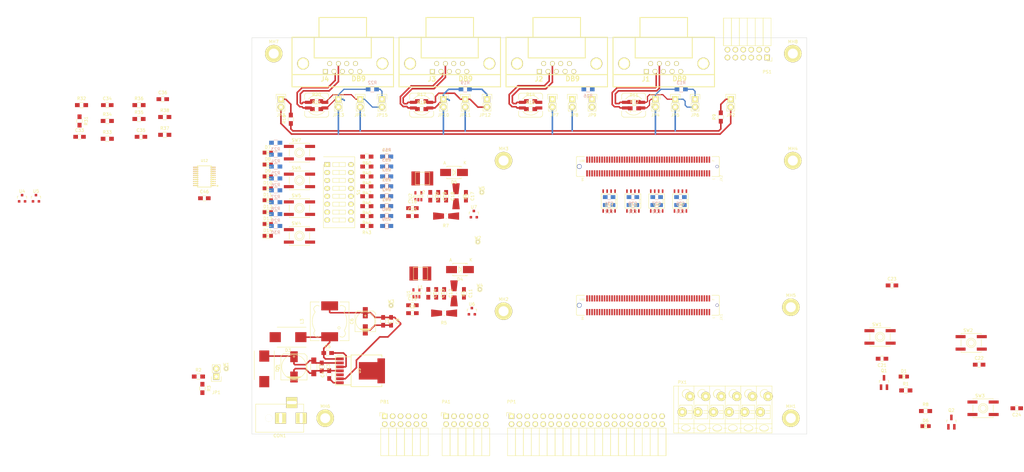
<source format=kicad_pcb>
(kicad_pcb (version 4) (host pcbnew 4.0.2-stable)

  (general
    (links 514)
    (no_connects 465)
    (area -177.850001 -63.550001 0.050001 63.550001)
    (thickness 1.5)
    (drawings 13)
    (tracks 259)
    (zones 0)
    (modules 182)
    (nets 162)
  )

  (page A4)
  (title_block
    (title "MicroZed CAN Carrier Board")
    (rev A)
    (company "FEE CTU")
  )

  (layers
    (0 F.Cu signal)
    (31 B.Cu signal)
    (32 B.Adhes user)
    (33 F.Adhes user)
    (34 B.Paste user)
    (35 F.Paste user)
    (36 B.SilkS user)
    (37 F.SilkS user)
    (38 B.Mask user)
    (39 F.Mask user)
    (40 Dwgs.User user)
    (41 Cmts.User user)
    (42 Eco1.User user)
    (43 Eco2.User user)
    (44 Edge.Cuts user)
    (45 Margin user)
    (46 B.CrtYd user)
    (47 F.CrtYd user)
    (48 B.Fab user)
    (49 F.Fab user)
  )

  (setup
    (last_trace_width 0.508)
    (trace_clearance 0.508)
    (zone_clearance 0.508)
    (zone_45_only no)
    (trace_min 0.1)
    (segment_width 0.2)
    (edge_width 0.1)
    (via_size 0.3)
    (via_drill 0.25)
    (via_min_size 0.25)
    (via_min_drill 0.25)
    (uvia_size 0.3)
    (uvia_drill 0.1)
    (uvias_allowed no)
    (uvia_min_size 0)
    (uvia_min_drill 0)
    (pcb_text_width 0.3)
    (pcb_text_size 1.5 1.5)
    (mod_edge_width 0.15)
    (mod_text_size 1 1)
    (mod_text_width 0.15)
    (pad_size 1.5 1.5)
    (pad_drill 0.6)
    (pad_to_mask_clearance 0)
    (aux_axis_origin 0 0)
    (grid_origin 52.705 73.025)
    (visible_elements FFFFF77F)
    (pcbplotparams
      (layerselection 0x00030_80000001)
      (usegerberextensions false)
      (excludeedgelayer true)
      (linewidth 0.100000)
      (plotframeref false)
      (viasonmask false)
      (mode 1)
      (useauxorigin false)
      (hpglpennumber 1)
      (hpglpenspeed 20)
      (hpglpendiameter 15)
      (hpglpenoverlay 2)
      (psnegative false)
      (psa4output false)
      (plotreference true)
      (plotvalue true)
      (plotinvisibletext false)
      (padsonsilk false)
      (subtractmaskfromsilk false)
      (outputformat 1)
      (mirror false)
      (drillshape 1)
      (scaleselection 1)
      (outputdirectory ""))
  )

  (net 0 "")
  (net 1 "/MicroHeader JX2/PG_MODULE")
  (net 2 GND)
  (net 3 "/MicroHeader JX1/CARRIER_SRST#")
  (net 4 +5V)
  (net 5 VCCIO_34)
  (net 6 "/MicroHeader JX1/FPGA_DONE")
  (net 7 "/MicroHeader JX2/VCCIO_EN")
  (net 8 VCCIO_35)
  (net 9 "/MicroHeader JX2/INIT#")
  (net 10 "Net-(D1-Pad2)")
  (net 11 /Power/VIN_24)
  (net 12 "Net-(D1-Pad1)")
  (net 13 "Net-(CON1-Pad1)")
  (net 14 "Net-(D6-Pad2)")
  (net 15 "Net-(D6-Pad1)")
  (net 16 "Net-(D7-Pad2)")
  (net 17 "Net-(D8-Pad2)")
  (net 18 "Net-(D9-Pad2)")
  (net 19 "Net-(D10-Pad2)")
  (net 20 "Net-(D11-Pad2)")
  (net 21 "Net-(D12-Pad2)")
  (net 22 "Net-(D13-Pad2)")
  (net 23 "Net-(R23-Pad2)")
  (net 24 "Net-(R31-Pad2)")
  (net 25 /Power/PWR_EN)
  (net 26 "/MicroHeader JX2/PS2")
  (net 27 "/MicroHeader JX2/PS4")
  (net 28 "/MicroHeader JX2/PS8")
  (net 29 "/MicroHeader JX2/PS10")
  (net 30 "/MicroHeader JX2/PS9")
  (net 31 "/MicroHeader JX2/PS7")
  (net 32 "/MicroHeader JX2/PS3")
  (net 33 "/MicroHeader JX2/PS1")
  (net 34 "Net-(L1-Pad1)")
  (net 35 "Net-(D14-Pad2)")
  (net 36 "Net-(JP1-Pad1)")
  (net 37 "Net-(L2-Pad1)")
  (net 38 "Net-(R24-Pad2)")
  (net 39 "Net-(R25-Pad2)")
  (net 40 "Net-(R26-Pad2)")
  (net 41 "Net-(R27-Pad2)")
  (net 42 "Net-(R28-Pad2)")
  (net 43 "Net-(R29-Pad2)")
  (net 44 "Net-(R30-Pad2)")
  (net 45 "Net-(R33-Pad2)")
  (net 46 "Net-(R35-Pad2)")
  (net 47 "Net-(R37-Pad2)")
  (net 48 "Net-(R43-Pad2)")
  (net 49 "Net-(R44-Pad2)")
  (net 50 "Net-(R45-Pad2)")
  (net 51 "Net-(R46-Pad2)")
  (net 52 "Net-(R47-Pad2)")
  (net 53 "Net-(R48-Pad2)")
  (net 54 "Net-(R49-Pad2)")
  (net 55 "Net-(R50-Pad2)")
  (net 56 "Net-(C4-Pad1)")
  (net 57 "Net-(C5-Pad1)")
  (net 58 "Net-(C5-Pad2)")
  (net 59 "Net-(C11-Pad2)")
  (net 60 "Net-(C17-Pad2)")
  (net 61 "Net-(JP6-Pad1)")
  (net 62 "Net-(JP9-Pad1)")
  (net 63 "Net-(JP12-Pad1)")
  (net 64 "Net-(JP15-Pad1)")
  (net 65 "Net-(JP2-Pad1)")
  (net 66 "Net-(JP3-Pad1)")
  (net 67 "/MicroHeader JX2/sheet5713CF9B/KEY1")
  (net 68 "/MicroHeader JX2/sheet5713CF9B/KEY2")
  (net 69 "/MicroHeader JX2/sheet5713CF9B/KEY3")
  (net 70 "/MicroHeader JX2/sheet5713CF9B/KEY4")
  (net 71 "/MicroHeader JX2/sheet5713CF9B/SW1")
  (net 72 "/MicroHeader JX2/sheet5713CF9B/SW2")
  (net 73 "/MicroHeader JX2/sheet5713CF9B/SW3")
  (net 74 "/MicroHeader JX2/sheet5713CF9B/SW4")
  (net 75 "/MicroHeader JX2/sheet5713CF9B/SW5")
  (net 76 "/MicroHeader JX2/sheet5713CF9B/SW6")
  (net 77 "/MicroHeader JX2/sheet5713CF9B/SW7")
  (net 78 "/MicroHeader JX2/sheet5713CF9B/SW8")
  (net 79 "/MicroHeader JX2/sheet5713CF9A/CAN 1/CONN_CAN-")
  (net 80 "/MicroHeader JX2/sheet5713CF9A/CAN 1/CONN_CAN+")
  (net 81 "/MicroHeader JX2/sheet5713CF9A/CAN 2/CONN_CAN-")
  (net 82 "/MicroHeader JX2/sheet5713CF9A/CAN 2/CONN_CAN+")
  (net 83 "/MicroHeader JX2/sheet5713CF9A/CAN 3/CONN_CAN-")
  (net 84 "/MicroHeader JX2/sheet5713CF9A/CAN 3/CONN_CAN+")
  (net 85 "/MicroHeader JX2/sheet5713CF9A/CAN 4/CONN_CAN-")
  (net 86 "/MicroHeader JX2/sheet5713CF9A/CAN 4/CONN_CAN+")
  (net 87 "/MicroHeader JX2/sheet5713CF9A/CAN 1/COM_CAN-")
  (net 88 "/MicroHeader JX2/sheet5713CF9A/CAN 1/CAN-")
  (net 89 "/MicroHeader JX2/sheet5713CF9A/CAN 1/CAN+")
  (net 90 "/MicroHeader JX2/sheet5713CF9A/CAN 1/COM_CAN+")
  (net 91 "/MicroHeader JX2/sheet5713CF9A/CAN 2/CAN-")
  (net 92 "/MicroHeader JX2/sheet5713CF9A/CAN 2/CAN+")
  (net 93 "/MicroHeader JX2/sheet5713CF9A/CAN 3/CAN-")
  (net 94 "/MicroHeader JX2/sheet5713CF9A/CAN 3/CAN+")
  (net 95 "/MicroHeader JX2/sheet5713CF9A/CAN 4/CAN-")
  (net 96 "/MicroHeader JX2/sheet5713CF9A/CAN 4/CAN+")
  (net 97 "/MicroHeader JX1/PB1")
  (net 98 "/MicroHeader JX1/PB2")
  (net 99 "/MicroHeader JX1/PB3")
  (net 100 "/MicroHeader JX1/PB4")
  (net 101 "/MicroHeader JX1/PB7")
  (net 102 "/MicroHeader JX1/PB8")
  (net 103 "/MicroHeader JX1/PB9")
  (net 104 "/MicroHeader JX1/PB10")
  (net 105 "/MicroHeader JX1/PP_GPIO2_SDA")
  (net 106 "/MicroHeader JX1/PP_GPIO3_SCL")
  (net 107 "/MicroHeader JX1/PP_GPIO4")
  (net 108 "/MicroHeader JX1/PP_GPIO17")
  (net 109 "/MicroHeader JX1/PP_GPIO27")
  (net 110 "/MicroHeader JX1/PP_GPIO22")
  (net 111 "/MicroHeader JX1/PP_GPIO10_MOSI")
  (net 112 "/MicroHeader JX1/PP_GPIO9_MISO")
  (net 113 "/MicroHeader JX1/PP_GPIO11_SCLK")
  (net 114 "/MicroHeader JX1/PP_ID_SD")
  (net 115 "/MicroHeader JX1/PP_GPIO5")
  (net 116 "/MicroHeader JX1/PP_GPIO6")
  (net 117 "/MicroHeader JX1/PP_GPIO13")
  (net 118 "/MicroHeader JX1/PP_GPIO19")
  (net 119 "/MicroHeader JX1/PP_GPIO26")
  (net 120 "/MicroHeader JX1/PP_GPIO21")
  (net 121 "/MicroHeader JX1/PP_GPIO20")
  (net 122 "/MicroHeader JX1/PP_GPIO16")
  (net 123 "/MicroHeader JX1/PP_GPIO12")
  (net 124 "/MicroHeader JX1/PP_ID_SC")
  (net 125 "/MicroHeader JX1/PP_GPIO7_CE1")
  (net 126 "/MicroHeader JX1/PP_GPIO8_CE0")
  (net 127 "/MicroHeader JX1/PP_GPIO25")
  (net 128 "/MicroHeader JX1/PP_GPIO24")
  (net 129 "/MicroHeader JX1/PP_GPIO23")
  (net 130 "/MicroHeader JX1/PP_GPIO18_PWM")
  (net 131 "/MicroHeader JX1/PP_GPIO15_RXD")
  (net 132 "/MicroHeader JX1/PP_GPIO14_TXD")
  (net 133 "/MicroHeader JX1/PA10")
  (net 134 "/MicroHeader JX1/PA9")
  (net 135 "/MicroHeader JX1/PA8")
  (net 136 "/MicroHeader JX1/PA7")
  (net 137 "/MicroHeader JX1/PA4")
  (net 138 "/MicroHeader JX1/PA3")
  (net 139 "/MicroHeader JX1/PA2")
  (net 140 "/MicroHeader JX1/PA1")
  (net 141 "/MicroHeader JX1/PX4")
  (net 142 "/MicroHeader JX1/PX3")
  (net 143 "/MicroHeader JX1/PX2")
  (net 144 "/MicroHeader JX1/PX1")
  (net 145 "/MicroHeader JX2/sheet5713CF9A/CAN_STBY")
  (net 146 "/MicroHeader JX2/sheet5713CF9A/CAN4_RXD")
  (net 147 "/MicroHeader JX2/sheet5713CF9A/CAN4_TXD")
  (net 148 "/MicroHeader JX2/sheet5713CF9A/CAN3_RXD")
  (net 149 "/MicroHeader JX2/sheet5713CF9A/CAN3_TXD")
  (net 150 "/MicroHeader JX2/sheet5713CF9A/CAN2_RXD")
  (net 151 "/MicroHeader JX2/sheet5713CF9A/CAN2_TXD")
  (net 152 "/MicroHeader JX2/sheet5713CF9A/CAN1_RXD")
  (net 153 "/MicroHeader JX2/sheet5713CF9A/CAN1_TXD")
  (net 154 "/MicroHeader JX2/sheet5713CF9B/LED8")
  (net 155 "/MicroHeader JX2/sheet5713CF9B/LED7")
  (net 156 "/MicroHeader JX2/sheet5713CF9B/LED6")
  (net 157 "/MicroHeader JX2/sheet5713CF9B/LED5")
  (net 158 "/MicroHeader JX2/sheet5713CF9B/LED4")
  (net 159 "/MicroHeader JX2/sheet5713CF9B/LED3")
  (net 160 "/MicroHeader JX2/sheet5713CF9B/LED2")
  (net 161 "/MicroHeader JX2/sheet5713CF9B/LED1")

  (net_class Default "This is the default net class."
    (clearance 0.508)
    (trace_width 0.508)
    (via_dia 0.3)
    (via_drill 0.25)
    (uvia_dia 0.3)
    (uvia_drill 0.1)
    (add_net "/MicroHeader JX1/CARRIER_SRST#")
    (add_net "/MicroHeader JX1/FPGA_DONE")
    (add_net "/MicroHeader JX1/PA1")
    (add_net "/MicroHeader JX1/PA10")
    (add_net "/MicroHeader JX1/PA2")
    (add_net "/MicroHeader JX1/PA3")
    (add_net "/MicroHeader JX1/PA4")
    (add_net "/MicroHeader JX1/PA7")
    (add_net "/MicroHeader JX1/PA8")
    (add_net "/MicroHeader JX1/PA9")
    (add_net "/MicroHeader JX1/PB1")
    (add_net "/MicroHeader JX1/PB10")
    (add_net "/MicroHeader JX1/PB2")
    (add_net "/MicroHeader JX1/PB3")
    (add_net "/MicroHeader JX1/PB4")
    (add_net "/MicroHeader JX1/PB7")
    (add_net "/MicroHeader JX1/PB8")
    (add_net "/MicroHeader JX1/PB9")
    (add_net "/MicroHeader JX1/PP_GPIO10_MOSI")
    (add_net "/MicroHeader JX1/PP_GPIO11_SCLK")
    (add_net "/MicroHeader JX1/PP_GPIO12")
    (add_net "/MicroHeader JX1/PP_GPIO13")
    (add_net "/MicroHeader JX1/PP_GPIO14_TXD")
    (add_net "/MicroHeader JX1/PP_GPIO15_RXD")
    (add_net "/MicroHeader JX1/PP_GPIO16")
    (add_net "/MicroHeader JX1/PP_GPIO17")
    (add_net "/MicroHeader JX1/PP_GPIO18_PWM")
    (add_net "/MicroHeader JX1/PP_GPIO19")
    (add_net "/MicroHeader JX1/PP_GPIO20")
    (add_net "/MicroHeader JX1/PP_GPIO21")
    (add_net "/MicroHeader JX1/PP_GPIO22")
    (add_net "/MicroHeader JX1/PP_GPIO23")
    (add_net "/MicroHeader JX1/PP_GPIO24")
    (add_net "/MicroHeader JX1/PP_GPIO25")
    (add_net "/MicroHeader JX1/PP_GPIO26")
    (add_net "/MicroHeader JX1/PP_GPIO27")
    (add_net "/MicroHeader JX1/PP_GPIO2_SDA")
    (add_net "/MicroHeader JX1/PP_GPIO3_SCL")
    (add_net "/MicroHeader JX1/PP_GPIO4")
    (add_net "/MicroHeader JX1/PP_GPIO5")
    (add_net "/MicroHeader JX1/PP_GPIO6")
    (add_net "/MicroHeader JX1/PP_GPIO7_CE1")
    (add_net "/MicroHeader JX1/PP_GPIO8_CE0")
    (add_net "/MicroHeader JX1/PP_GPIO9_MISO")
    (add_net "/MicroHeader JX1/PP_ID_SC")
    (add_net "/MicroHeader JX1/PP_ID_SD")
    (add_net "/MicroHeader JX1/PX1")
    (add_net "/MicroHeader JX1/PX2")
    (add_net "/MicroHeader JX1/PX3")
    (add_net "/MicroHeader JX1/PX4")
    (add_net "/MicroHeader JX2/INIT#")
    (add_net "/MicroHeader JX2/PG_MODULE")
    (add_net "/MicroHeader JX2/PS1")
    (add_net "/MicroHeader JX2/PS10")
    (add_net "/MicroHeader JX2/PS2")
    (add_net "/MicroHeader JX2/PS3")
    (add_net "/MicroHeader JX2/PS4")
    (add_net "/MicroHeader JX2/PS7")
    (add_net "/MicroHeader JX2/PS8")
    (add_net "/MicroHeader JX2/PS9")
    (add_net "/MicroHeader JX2/VCCIO_EN")
    (add_net "/MicroHeader JX2/sheet5713CF9A/CAN 1/CAN+")
    (add_net "/MicroHeader JX2/sheet5713CF9A/CAN 1/CAN-")
    (add_net "/MicroHeader JX2/sheet5713CF9A/CAN 1/COM_CAN+")
    (add_net "/MicroHeader JX2/sheet5713CF9A/CAN 1/COM_CAN-")
    (add_net "/MicroHeader JX2/sheet5713CF9A/CAN 1/CONN_CAN+")
    (add_net "/MicroHeader JX2/sheet5713CF9A/CAN 1/CONN_CAN-")
    (add_net "/MicroHeader JX2/sheet5713CF9A/CAN 2/CAN+")
    (add_net "/MicroHeader JX2/sheet5713CF9A/CAN 2/CAN-")
    (add_net "/MicroHeader JX2/sheet5713CF9A/CAN 2/CONN_CAN+")
    (add_net "/MicroHeader JX2/sheet5713CF9A/CAN 2/CONN_CAN-")
    (add_net "/MicroHeader JX2/sheet5713CF9A/CAN 3/CAN+")
    (add_net "/MicroHeader JX2/sheet5713CF9A/CAN 3/CAN-")
    (add_net "/MicroHeader JX2/sheet5713CF9A/CAN 3/CONN_CAN+")
    (add_net "/MicroHeader JX2/sheet5713CF9A/CAN 3/CONN_CAN-")
    (add_net "/MicroHeader JX2/sheet5713CF9A/CAN 4/CAN+")
    (add_net "/MicroHeader JX2/sheet5713CF9A/CAN 4/CAN-")
    (add_net "/MicroHeader JX2/sheet5713CF9A/CAN 4/CONN_CAN+")
    (add_net "/MicroHeader JX2/sheet5713CF9A/CAN 4/CONN_CAN-")
    (add_net "/MicroHeader JX2/sheet5713CF9A/CAN1_RXD")
    (add_net "/MicroHeader JX2/sheet5713CF9A/CAN1_TXD")
    (add_net "/MicroHeader JX2/sheet5713CF9A/CAN2_RXD")
    (add_net "/MicroHeader JX2/sheet5713CF9A/CAN2_TXD")
    (add_net "/MicroHeader JX2/sheet5713CF9A/CAN3_RXD")
    (add_net "/MicroHeader JX2/sheet5713CF9A/CAN3_TXD")
    (add_net "/MicroHeader JX2/sheet5713CF9A/CAN4_RXD")
    (add_net "/MicroHeader JX2/sheet5713CF9A/CAN4_TXD")
    (add_net "/MicroHeader JX2/sheet5713CF9A/CAN_STBY")
    (add_net "/MicroHeader JX2/sheet5713CF9B/KEY1")
    (add_net "/MicroHeader JX2/sheet5713CF9B/KEY2")
    (add_net "/MicroHeader JX2/sheet5713CF9B/KEY3")
    (add_net "/MicroHeader JX2/sheet5713CF9B/KEY4")
    (add_net "/MicroHeader JX2/sheet5713CF9B/LED1")
    (add_net "/MicroHeader JX2/sheet5713CF9B/LED2")
    (add_net "/MicroHeader JX2/sheet5713CF9B/LED3")
    (add_net "/MicroHeader JX2/sheet5713CF9B/LED4")
    (add_net "/MicroHeader JX2/sheet5713CF9B/LED5")
    (add_net "/MicroHeader JX2/sheet5713CF9B/LED6")
    (add_net "/MicroHeader JX2/sheet5713CF9B/LED7")
    (add_net "/MicroHeader JX2/sheet5713CF9B/LED8")
    (add_net "/MicroHeader JX2/sheet5713CF9B/SW1")
    (add_net "/MicroHeader JX2/sheet5713CF9B/SW2")
    (add_net "/MicroHeader JX2/sheet5713CF9B/SW3")
    (add_net "/MicroHeader JX2/sheet5713CF9B/SW4")
    (add_net "/MicroHeader JX2/sheet5713CF9B/SW5")
    (add_net "/MicroHeader JX2/sheet5713CF9B/SW6")
    (add_net "/MicroHeader JX2/sheet5713CF9B/SW7")
    (add_net "/MicroHeader JX2/sheet5713CF9B/SW8")
    (add_net /Power/PWR_EN)
    (add_net /Power/VIN_24)
    (add_net GND)
    (add_net "Net-(C11-Pad2)")
    (add_net "Net-(C17-Pad2)")
    (add_net "Net-(C4-Pad1)")
    (add_net "Net-(C5-Pad1)")
    (add_net "Net-(C5-Pad2)")
    (add_net "Net-(CON1-Pad1)")
    (add_net "Net-(D1-Pad1)")
    (add_net "Net-(D1-Pad2)")
    (add_net "Net-(D10-Pad2)")
    (add_net "Net-(D11-Pad2)")
    (add_net "Net-(D12-Pad2)")
    (add_net "Net-(D13-Pad2)")
    (add_net "Net-(D14-Pad2)")
    (add_net "Net-(D6-Pad1)")
    (add_net "Net-(D6-Pad2)")
    (add_net "Net-(D7-Pad2)")
    (add_net "Net-(D8-Pad2)")
    (add_net "Net-(D9-Pad2)")
    (add_net "Net-(JP1-Pad1)")
    (add_net "Net-(JP12-Pad1)")
    (add_net "Net-(JP15-Pad1)")
    (add_net "Net-(JP2-Pad1)")
    (add_net "Net-(JP3-Pad1)")
    (add_net "Net-(JP6-Pad1)")
    (add_net "Net-(JP9-Pad1)")
    (add_net "Net-(L1-Pad1)")
    (add_net "Net-(L2-Pad1)")
    (add_net "Net-(R23-Pad2)")
    (add_net "Net-(R24-Pad2)")
    (add_net "Net-(R25-Pad2)")
    (add_net "Net-(R26-Pad2)")
    (add_net "Net-(R27-Pad2)")
    (add_net "Net-(R28-Pad2)")
    (add_net "Net-(R29-Pad2)")
    (add_net "Net-(R30-Pad2)")
    (add_net "Net-(R31-Pad2)")
    (add_net "Net-(R33-Pad2)")
    (add_net "Net-(R35-Pad2)")
    (add_net "Net-(R37-Pad2)")
    (add_net "Net-(R43-Pad2)")
    (add_net "Net-(R44-Pad2)")
    (add_net "Net-(R45-Pad2)")
    (add_net "Net-(R46-Pad2)")
    (add_net "Net-(R47-Pad2)")
    (add_net "Net-(R48-Pad2)")
    (add_net "Net-(R49-Pad2)")
    (add_net "Net-(R50-Pad2)")
  )

  (net_class "CAN Diff" ""
    (clearance 0.508)
    (trace_width 0.508)
    (via_dia 0.3)
    (via_drill 0.25)
    (uvia_dia 0.3)
    (uvia_drill 0.1)
  )

  (net_class Power ""
    (clearance 0.508)
    (trace_width 0.508)
    (via_dia 0.6)
    (via_drill 0.4)
    (uvia_dia 0.3)
    (uvia_drill 0.1)
    (add_net +5V)
    (add_net VCCIO_34)
    (add_net VCCIO_35)
  )

  (module Diodes_SMD:SMB_Handsoldering (layer F.Cu) (tedit 552FF2F0) (tstamp 570BF658)
    (at -111.125 10.795 180)
    (descr "Diode SMB Handsoldering")
    (tags "Diode SMB Handsoldering")
    (path /56E8FE78/5717B426)
    (attr smd)
    (fp_text reference D4 (at 0 -3.1 180) (layer F.SilkS)
      (effects (font (size 1 1) (thickness 0.15)))
    )
    (fp_text value SK13 (at 0.1 4.75 180) (layer F.Fab)
      (effects (font (size 1 1) (thickness 0.15)))
    )
    (fp_line (start -4.7 -2.25) (end 4.7 -2.25) (layer F.CrtYd) (width 0.05))
    (fp_line (start 4.7 -2.25) (end 4.7 2.25) (layer F.CrtYd) (width 0.05))
    (fp_line (start 4.7 2.25) (end -4.7 2.25) (layer F.CrtYd) (width 0.05))
    (fp_line (start -4.7 2.25) (end -4.7 -2.25) (layer F.CrtYd) (width 0.05))
    (fp_line (start -0.44958 0) (end 0.39878 -1.00076) (layer F.SilkS) (width 0.15))
    (fp_line (start 0.39878 -1.00076) (end 0.39878 1.00076) (layer F.SilkS) (width 0.15))
    (fp_line (start 0.39878 1.00076) (end -0.44958 0) (layer F.SilkS) (width 0.15))
    (fp_line (start -0.44958 0) (end -0.44958 1.00076) (layer F.SilkS) (width 0.15))
    (fp_line (start -0.44958 0) (end -0.44958 -1.00076) (layer F.SilkS) (width 0.15))
    (fp_text user K (at -3.5 3.1 180) (layer F.SilkS)
      (effects (font (size 1 1) (thickness 0.15)))
    )
    (fp_text user A (at 3 3.05 180) (layer F.SilkS)
      (effects (font (size 1 1) (thickness 0.15)))
    )
    (fp_line (start -2.30632 1.8) (end -2.30632 1.6002) (layer F.SilkS) (width 0.15))
    (fp_line (start -1.84928 1.8) (end -1.84928 1.601) (layer F.SilkS) (width 0.15))
    (fp_line (start 2.30124 1.8) (end 2.30124 1.651) (layer F.SilkS) (width 0.15))
    (fp_line (start -2.30124 -1.8) (end -2.30124 -1.651) (layer F.SilkS) (width 0.15))
    (fp_line (start -1.84928 -1.8) (end -1.84928 -1.651) (layer F.SilkS) (width 0.15))
    (fp_line (start 2.30124 -1.8) (end 2.30124 -1.651) (layer F.SilkS) (width 0.15))
    (fp_line (start -1.84928 1.94898) (end -1.84928 1.75086) (layer F.SilkS) (width 0.15))
    (fp_line (start -1.84928 -1.99898) (end -1.84928 -1.80086) (layer F.SilkS) (width 0.15))
    (fp_line (start 2.29616 1.99644) (end 2.29616 1.79832) (layer F.SilkS) (width 0.15))
    (fp_line (start -2.30632 1.99644) (end 2.29616 1.99644) (layer F.SilkS) (width 0.15))
    (fp_line (start -2.30632 1.99644) (end -2.30632 1.79832) (layer F.SilkS) (width 0.15))
    (fp_line (start -2.30124 -1.99898) (end -2.30124 -1.80086) (layer F.SilkS) (width 0.15))
    (fp_line (start -2.30124 -1.99898) (end 2.30124 -1.99898) (layer F.SilkS) (width 0.15))
    (fp_line (start 2.30124 -1.99898) (end 2.30124 -1.80086) (layer F.SilkS) (width 0.15))
    (pad 1 smd rect (at -2.70002 0 180) (size 3.50012 2.30124) (layers F.Cu F.Paste F.Mask)
      (net 4 +5V))
    (pad 2 smd rect (at 2.70002 0 180) (size 3.50012 2.30124) (layers F.Cu F.Paste F.Mask)
      (net 5 VCCIO_34))
    (model Diodes_SMD.3dshapes/SMB_Handsoldering.wrl
      (at (xyz 0 0 0))
      (scale (xyz 0.3937 0.3937 0.3937))
      (rotate (xyz 0 0 180))
    )
  )

  (module conn_DBxx:DB9FU_small (layer F.Cu) (tedit 570D4674) (tstamp 570D6497)
    (at -148.818358 -53.965142)
    (descr "Connector DB9 female universal")
    (tags "CONN DB9")
    (path /56EC20E2/5713CFE4/5709853A/570FA364)
    (fp_text reference J4 (at -5.6 3.7) (layer F.SilkS)
      (effects (font (thickness 0.3048)))
    )
    (fp_text value DB9 (at 5.2 3.6) (layer F.SilkS)
      (effects (font (thickness 0.3048)))
    )
    (fp_line (start -16.129 2.286) (end 16.383 2.286) (layer F.SilkS) (width 0.3048))
    (fp_line (start -16.129 6.186) (end 16.383 6.186) (layer F.SilkS) (width 0.3048))
    (fp_line (start 16.383 6.2) (end 16.383 -9.694) (layer F.SilkS) (width 0.3048))
    (fp_line (start 16.383 -9.694) (end -16.129 -9.694) (layer F.SilkS) (width 0.3048))
    (fp_line (start -16.129 -9.694) (end -16.129 6.2) (layer F.SilkS) (width 0.3048))
    (fp_line (start -9.017 -9.694) (end -9.017 -3.074) (layer F.SilkS) (width 0.3048))
    (fp_line (start -9.017 -3.074) (end 9.271 -3.074) (layer F.SilkS) (width 0.3048))
    (fp_line (start 9.271 -3.074) (end 9.271 -9.694) (layer F.SilkS) (width 0.3048))
    (fp_line (start -7.493 -9.694) (end -7.493 -16.03) (layer F.SilkS) (width 0.3048))
    (fp_line (start -7.493 -16.03) (end 7.747 -16.03) (layer F.SilkS) (width 0.3048))
    (fp_line (start 7.747 -16.03) (end 7.747 -9.694) (layer F.SilkS) (width 0.3048))
    (pad "" thru_hole circle (at 12.827 -1.27) (size 3.81 3.81) (drill 3.048) (layers *.Cu *.Mask F.SilkS))
    (pad "" thru_hole circle (at -12.573 -1.27) (size 3.81 3.81) (drill 3.048) (layers *.Cu *.Mask F.SilkS))
    (pad 1 thru_hole rect (at -5.461 1.27) (size 1.524 1.524) (drill 1.016) (layers *.Cu *.Mask F.SilkS))
    (pad 2 thru_hole circle (at -2.667 1.27) (size 1.524 1.524) (drill 1.016) (layers *.Cu *.Mask F.SilkS)
      (net 85 "/MicroHeader JX2/sheet5713CF9A/CAN 4/CONN_CAN-"))
    (pad 3 thru_hole circle (at 0 1.27) (size 1.524 1.524) (drill 1.016) (layers *.Cu *.Mask F.SilkS))
    (pad 4 thru_hole circle (at 2.794 1.27) (size 1.524 1.524) (drill 1.016) (layers *.Cu *.Mask F.SilkS))
    (pad 5 thru_hole circle (at 5.588 1.27) (size 1.524 1.524) (drill 1.016) (layers *.Cu *.Mask F.SilkS))
    (pad 6 thru_hole circle (at -4.064 -1.27) (size 1.524 1.524) (drill 1.016) (layers *.Cu *.Mask F.SilkS)
      (net 2 GND))
    (pad 7 thru_hole circle (at -1.27 -1.27) (size 1.524 1.524) (drill 1.016) (layers *.Cu *.Mask F.SilkS)
      (net 86 "/MicroHeader JX2/sheet5713CF9A/CAN 4/CONN_CAN+"))
    (pad 8 thru_hole circle (at 1.397 -1.27) (size 1.524 1.524) (drill 1.016) (layers *.Cu *.Mask F.SilkS))
    (pad 9 thru_hole circle (at 4.191 -1.27) (size 1.524 1.524) (drill 1.016) (layers *.Cu *.Mask F.SilkS))
    (model Connect.3dshapes/DB9FC.wrl
      (at (xyz 0 0 0))
      (scale (xyz 1 1 1))
      (rotate (xyz 0 0 0))
    )
  )

  (module Resistors_SMD:R_0805_HandSoldering (layer B.Cu) (tedit 54189DEE) (tstamp 5704452C)
    (at -139.213358 -46.980142 180)
    (descr "Resistor SMD 0805, hand soldering")
    (tags "resistor 0805")
    (path /56EC20E2/5713CFE4/5709853A/57123DAF)
    (attr smd)
    (fp_text reference R22 (at 0 2.1 180) (layer B.SilkS)
      (effects (font (size 1 1) (thickness 0.15)) (justify mirror))
    )
    (fp_text value 0R (at 0 -2.1 180) (layer B.Fab)
      (effects (font (size 1 1) (thickness 0.15)) (justify mirror))
    )
    (fp_line (start -2.4 1) (end 2.4 1) (layer B.CrtYd) (width 0.05))
    (fp_line (start -2.4 -1) (end 2.4 -1) (layer B.CrtYd) (width 0.05))
    (fp_line (start -2.4 1) (end -2.4 -1) (layer B.CrtYd) (width 0.05))
    (fp_line (start 2.4 1) (end 2.4 -1) (layer B.CrtYd) (width 0.05))
    (fp_line (start 0.6 -0.875) (end -0.6 -0.875) (layer B.SilkS) (width 0.15))
    (fp_line (start -0.6 0.875) (end 0.6 0.875) (layer B.SilkS) (width 0.15))
    (pad 1 smd rect (at -1.35 0 180) (size 1.5 1.3) (layers B.Cu B.Paste B.Mask)
      (net 85 "/MicroHeader JX2/sheet5713CF9A/CAN 4/CONN_CAN-"))
    (pad 2 smd rect (at 1.35 0 180) (size 1.5 1.3) (layers B.Cu B.Paste B.Mask)
      (net 95 "/MicroHeader JX2/sheet5713CF9A/CAN 4/CAN-"))
    (model Resistors_SMD.3dshapes/R_0805_HandSoldering.wrl
      (at (xyz 0 0 0))
      (scale (xyz 1 1 1))
      (rotate (xyz 0 0 0))
    )
  )

  (module conn_DBxx:DB9FU_small (layer F.Cu) (tedit 570D4674) (tstamp 570D647E)
    (at -114.528358 -53.965142)
    (descr "Connector DB9 female universal")
    (tags "CONN DB9")
    (path /56EC20E2/5713CFE4/57098102/570FA364)
    (fp_text reference J3 (at -5.6 3.7) (layer F.SilkS)
      (effects (font (thickness 0.3048)))
    )
    (fp_text value DB9 (at 5.2 3.6) (layer F.SilkS)
      (effects (font (thickness 0.3048)))
    )
    (fp_line (start -16.129 2.286) (end 16.383 2.286) (layer F.SilkS) (width 0.3048))
    (fp_line (start -16.129 6.186) (end 16.383 6.186) (layer F.SilkS) (width 0.3048))
    (fp_line (start 16.383 6.2) (end 16.383 -9.694) (layer F.SilkS) (width 0.3048))
    (fp_line (start 16.383 -9.694) (end -16.129 -9.694) (layer F.SilkS) (width 0.3048))
    (fp_line (start -16.129 -9.694) (end -16.129 6.2) (layer F.SilkS) (width 0.3048))
    (fp_line (start -9.017 -9.694) (end -9.017 -3.074) (layer F.SilkS) (width 0.3048))
    (fp_line (start -9.017 -3.074) (end 9.271 -3.074) (layer F.SilkS) (width 0.3048))
    (fp_line (start 9.271 -3.074) (end 9.271 -9.694) (layer F.SilkS) (width 0.3048))
    (fp_line (start -7.493 -9.694) (end -7.493 -16.03) (layer F.SilkS) (width 0.3048))
    (fp_line (start -7.493 -16.03) (end 7.747 -16.03) (layer F.SilkS) (width 0.3048))
    (fp_line (start 7.747 -16.03) (end 7.747 -9.694) (layer F.SilkS) (width 0.3048))
    (pad "" thru_hole circle (at 12.827 -1.27) (size 3.81 3.81) (drill 3.048) (layers *.Cu *.Mask F.SilkS))
    (pad "" thru_hole circle (at -12.573 -1.27) (size 3.81 3.81) (drill 3.048) (layers *.Cu *.Mask F.SilkS))
    (pad 1 thru_hole rect (at -5.461 1.27) (size 1.524 1.524) (drill 1.016) (layers *.Cu *.Mask F.SilkS))
    (pad 2 thru_hole circle (at -2.667 1.27) (size 1.524 1.524) (drill 1.016) (layers *.Cu *.Mask F.SilkS)
      (net 83 "/MicroHeader JX2/sheet5713CF9A/CAN 3/CONN_CAN-"))
    (pad 3 thru_hole circle (at 0 1.27) (size 1.524 1.524) (drill 1.016) (layers *.Cu *.Mask F.SilkS))
    (pad 4 thru_hole circle (at 2.794 1.27) (size 1.524 1.524) (drill 1.016) (layers *.Cu *.Mask F.SilkS))
    (pad 5 thru_hole circle (at 5.588 1.27) (size 1.524 1.524) (drill 1.016) (layers *.Cu *.Mask F.SilkS))
    (pad 6 thru_hole circle (at -4.064 -1.27) (size 1.524 1.524) (drill 1.016) (layers *.Cu *.Mask F.SilkS)
      (net 2 GND))
    (pad 7 thru_hole circle (at -1.27 -1.27) (size 1.524 1.524) (drill 1.016) (layers *.Cu *.Mask F.SilkS)
      (net 84 "/MicroHeader JX2/sheet5713CF9A/CAN 3/CONN_CAN+"))
    (pad 8 thru_hole circle (at 1.397 -1.27) (size 1.524 1.524) (drill 1.016) (layers *.Cu *.Mask F.SilkS))
    (pad 9 thru_hole circle (at 4.191 -1.27) (size 1.524 1.524) (drill 1.016) (layers *.Cu *.Mask F.SilkS))
    (model Connect.3dshapes/DB9FC.wrl
      (at (xyz 0 0 0))
      (scale (xyz 1 1 1))
      (rotate (xyz 0 0 0))
    )
  )

  (module Resistors_SMD:R_0805_HandSoldering (layer B.Cu) (tedit 54189DEE) (tstamp 5704449C)
    (at -170.18 -26.035)
    (descr "Resistor SMD 0805, hand soldering")
    (tags "resistor 0805")
    (path /56EC20E2/5713D01F/56FF5291)
    (attr smd)
    (fp_text reference R24 (at 0 2.1) (layer B.SilkS)
      (effects (font (size 1 1) (thickness 0.15)) (justify mirror))
    )
    (fp_text value 560R (at 0 -2.1) (layer B.Fab)
      (effects (font (size 1 1) (thickness 0.15)) (justify mirror))
    )
    (fp_line (start -2.4 1) (end 2.4 1) (layer B.CrtYd) (width 0.05))
    (fp_line (start -2.4 -1) (end 2.4 -1) (layer B.CrtYd) (width 0.05))
    (fp_line (start -2.4 1) (end -2.4 -1) (layer B.CrtYd) (width 0.05))
    (fp_line (start 2.4 1) (end 2.4 -1) (layer B.CrtYd) (width 0.05))
    (fp_line (start 0.6 -0.875) (end -0.6 -0.875) (layer B.SilkS) (width 0.15))
    (fp_line (start -0.6 0.875) (end 0.6 0.875) (layer B.SilkS) (width 0.15))
    (pad 1 smd rect (at -1.35 0) (size 1.5 1.3) (layers B.Cu B.Paste B.Mask)
      (net 17 "Net-(D8-Pad2)"))
    (pad 2 smd rect (at 1.35 0) (size 1.5 1.3) (layers B.Cu B.Paste B.Mask)
      (net 38 "Net-(R24-Pad2)"))
    (model Resistors_SMD.3dshapes/R_0805_HandSoldering.wrl
      (at (xyz 0 0 0))
      (scale (xyz 1 1 1))
      (rotate (xyz 0 0 0))
    )
  )

  (module Capacitors_SMD:c_elec_8x10 (layer F.Cu) (tedit 55729723) (tstamp 570CEA24)
    (at -164.324072 41.979962 90)
    (descr "SMT capacitor, aluminium electrolytic, 8x10")
    (path /56E8FE78/570CA185)
    (attr smd)
    (fp_text reference C1 (at 0 -5.08 90) (layer F.SilkS)
      (effects (font (size 1 1) (thickness 0.15)))
    )
    (fp_text value 220u (at 0 5.08 90) (layer F.Fab)
      (effects (font (size 1 1) (thickness 0.15)))
    )
    (fp_line (start -5.35 -4.55) (end 5.35 -4.55) (layer F.CrtYd) (width 0.05))
    (fp_line (start 5.35 -4.55) (end 5.35 4.55) (layer F.CrtYd) (width 0.05))
    (fp_line (start 5.35 4.55) (end -5.35 4.55) (layer F.CrtYd) (width 0.05))
    (fp_line (start -5.35 4.55) (end -5.35 -4.55) (layer F.CrtYd) (width 0.05))
    (fp_line (start -3.81 -1.016) (end -3.81 1.016) (layer F.SilkS) (width 0.15))
    (fp_line (start -3.683 1.397) (end -3.683 -1.397) (layer F.SilkS) (width 0.15))
    (fp_line (start -3.556 -1.651) (end -3.556 1.651) (layer F.SilkS) (width 0.15))
    (fp_line (start -3.429 1.905) (end -3.429 -1.905) (layer F.SilkS) (width 0.15))
    (fp_line (start -3.302 2.032) (end -3.302 -2.032) (layer F.SilkS) (width 0.15))
    (fp_line (start -3.175 -2.286) (end -3.175 2.286) (layer F.SilkS) (width 0.15))
    (fp_line (start -4.191 -4.191) (end -4.191 4.191) (layer F.SilkS) (width 0.15))
    (fp_line (start -4.191 4.191) (end 3.429 4.191) (layer F.SilkS) (width 0.15))
    (fp_line (start 3.429 4.191) (end 4.191 3.429) (layer F.SilkS) (width 0.15))
    (fp_line (start 4.191 3.429) (end 4.191 -3.429) (layer F.SilkS) (width 0.15))
    (fp_line (start 4.191 -3.429) (end 3.429 -4.191) (layer F.SilkS) (width 0.15))
    (fp_line (start 3.429 -4.191) (end -4.191 -4.191) (layer F.SilkS) (width 0.15))
    (fp_line (start 3.683 0) (end 2.921 0) (layer F.SilkS) (width 0.15))
    (fp_line (start 3.302 -0.381) (end 3.302 0.381) (layer F.SilkS) (width 0.15))
    (fp_circle (center 0 0) (end 3.937 0) (layer F.SilkS) (width 0.15))
    (pad 1 smd rect (at 3.2512 0 90) (size 3.50012 2.4003) (layers F.Cu F.Paste F.Mask)
      (net 11 /Power/VIN_24))
    (pad 2 smd rect (at -3.2512 0 90) (size 3.50012 2.4003) (layers F.Cu F.Paste F.Mask)
      (net 2 GND))
    (model Capacitors_SMD.3dshapes/c_elec_8x10.wrl
      (at (xyz 0 0 0))
      (scale (xyz 1 1 1))
      (rotate (xyz 0 0 0))
    )
  )

  (module Capacitors_SMD:C_0805_HandSoldering (layer F.Cu) (tedit 541A9B8D) (tstamp 56F05A5F)
    (at 24.13 39.37 180)
    (descr "Capacitor SMD 0805, hand soldering")
    (tags "capacitor 0805")
    (path /56E96856)
    (attr smd)
    (fp_text reference C21 (at 0 -2.1 180) (layer F.SilkS)
      (effects (font (size 1 1) (thickness 0.15)))
    )
    (fp_text value 10n (at 0 2.1 180) (layer F.Fab)
      (effects (font (size 1 1) (thickness 0.15)))
    )
    (fp_line (start -2.3 -1) (end 2.3 -1) (layer F.CrtYd) (width 0.05))
    (fp_line (start -2.3 1) (end 2.3 1) (layer F.CrtYd) (width 0.05))
    (fp_line (start -2.3 -1) (end -2.3 1) (layer F.CrtYd) (width 0.05))
    (fp_line (start 2.3 -1) (end 2.3 1) (layer F.CrtYd) (width 0.05))
    (fp_line (start 0.5 -0.85) (end -0.5 -0.85) (layer F.SilkS) (width 0.15))
    (fp_line (start -0.5 0.85) (end 0.5 0.85) (layer F.SilkS) (width 0.15))
    (pad 1 smd rect (at -1.25 0 180) (size 1.5 1.25) (layers F.Cu F.Paste F.Mask)
      (net 1 "/MicroHeader JX2/PG_MODULE"))
    (pad 2 smd rect (at 1.25 0 180) (size 1.5 1.25) (layers F.Cu F.Paste F.Mask)
      (net 2 GND))
    (model Capacitors_SMD.3dshapes/C_0805_HandSoldering.wrl
      (at (xyz 0 0 0))
      (scale (xyz 1 1 1))
      (rotate (xyz 0 0 0))
    )
  )

  (module Capacitors_SMD:C_0805_HandSoldering (layer F.Cu) (tedit 541A9B8D) (tstamp 56F05A65)
    (at 67.31 55.245 180)
    (descr "Capacitor SMD 0805, hand soldering")
    (tags "capacitor 0805")
    (path /56EC20E2/5713CFE4/56F326CC/56E6C88E)
    (attr smd)
    (fp_text reference C24 (at 0 -2.1 180) (layer F.SilkS)
      (effects (font (size 1 1) (thickness 0.15)))
    )
    (fp_text value 100n (at 0 2.1 180) (layer F.Fab)
      (effects (font (size 1 1) (thickness 0.15)))
    )
    (fp_line (start -2.3 -1) (end 2.3 -1) (layer F.CrtYd) (width 0.05))
    (fp_line (start -2.3 1) (end 2.3 1) (layer F.CrtYd) (width 0.05))
    (fp_line (start -2.3 -1) (end -2.3 1) (layer F.CrtYd) (width 0.05))
    (fp_line (start 2.3 -1) (end 2.3 1) (layer F.CrtYd) (width 0.05))
    (fp_line (start 0.5 -0.85) (end -0.5 -0.85) (layer F.SilkS) (width 0.15))
    (fp_line (start -0.5 0.85) (end 0.5 0.85) (layer F.SilkS) (width 0.15))
    (pad 1 smd rect (at -1.25 0 180) (size 1.5 1.25) (layers F.Cu F.Paste F.Mask)
      (net 4 +5V))
    (pad 2 smd rect (at 1.25 0 180) (size 1.5 1.25) (layers F.Cu F.Paste F.Mask)
      (net 2 GND))
    (model Capacitors_SMD.3dshapes/C_0805_HandSoldering.wrl
      (at (xyz 0 0 0))
      (scale (xyz 1 1 1))
      (rotate (xyz 0 0 0))
    )
  )

  (module Capacitors_SMD:C_0805_HandSoldering (layer F.Cu) (tedit 541A9B8D) (tstamp 56F05A83)
    (at -155.434072 41.979962 270)
    (descr "Capacitor SMD 0805, hand soldering")
    (tags "capacitor 0805")
    (path /56E8FE78/56FE9335)
    (attr smd)
    (fp_text reference C3 (at 0 -2.1 270) (layer F.SilkS)
      (effects (font (size 1 1) (thickness 0.15)))
    )
    (fp_text value 470n (at 0 2.1 270) (layer F.Fab)
      (effects (font (size 1 1) (thickness 0.15)))
    )
    (fp_line (start -2.3 -1) (end 2.3 -1) (layer F.CrtYd) (width 0.05))
    (fp_line (start -2.3 1) (end 2.3 1) (layer F.CrtYd) (width 0.05))
    (fp_line (start -2.3 -1) (end -2.3 1) (layer F.CrtYd) (width 0.05))
    (fp_line (start 2.3 -1) (end 2.3 1) (layer F.CrtYd) (width 0.05))
    (fp_line (start 0.5 -0.85) (end -0.5 -0.85) (layer F.SilkS) (width 0.15))
    (fp_line (start -0.5 0.85) (end 0.5 0.85) (layer F.SilkS) (width 0.15))
    (pad 1 smd rect (at -1.25 0 270) (size 1.5 1.25) (layers F.Cu F.Paste F.Mask)
      (net 11 /Power/VIN_24))
    (pad 2 smd rect (at 1.25 0 270) (size 1.5 1.25) (layers F.Cu F.Paste F.Mask)
      (net 2 GND))
    (model Capacitors_SMD.3dshapes/C_0805_HandSoldering.wrl
      (at (xyz 0 0 0))
      (scale (xyz 1 1 1))
      (rotate (xyz 0 0 0))
    )
  )

  (module Capacitors_SMD:C_0805_HandSoldering (layer F.Cu) (tedit 541A9B8D) (tstamp 56F05A89)
    (at -153.035 44.45 90)
    (descr "Capacitor SMD 0805, hand soldering")
    (tags "capacitor 0805")
    (path /56E8FE78/56FE928B)
    (attr smd)
    (fp_text reference C4 (at 0 -2.1 90) (layer F.SilkS)
      (effects (font (size 1 1) (thickness 0.15)))
    )
    (fp_text value 10n (at 0 2.1 90) (layer F.Fab)
      (effects (font (size 1 1) (thickness 0.15)))
    )
    (fp_line (start -2.3 -1) (end 2.3 -1) (layer F.CrtYd) (width 0.05))
    (fp_line (start -2.3 1) (end 2.3 1) (layer F.CrtYd) (width 0.05))
    (fp_line (start -2.3 -1) (end -2.3 1) (layer F.CrtYd) (width 0.05))
    (fp_line (start 2.3 -1) (end 2.3 1) (layer F.CrtYd) (width 0.05))
    (fp_line (start 0.5 -0.85) (end -0.5 -0.85) (layer F.SilkS) (width 0.15))
    (fp_line (start -0.5 0.85) (end 0.5 0.85) (layer F.SilkS) (width 0.15))
    (pad 1 smd rect (at -1.25 0 90) (size 1.5 1.25) (layers F.Cu F.Paste F.Mask)
      (net 56 "Net-(C4-Pad1)"))
    (pad 2 smd rect (at 1.25 0 90) (size 1.5 1.25) (layers F.Cu F.Paste F.Mask)
      (net 2 GND))
    (model Capacitors_SMD.3dshapes/C_0805_HandSoldering.wrl
      (at (xyz 0 0 0))
      (scale (xyz 1 1 1))
      (rotate (xyz 0 0 0))
    )
  )

  (module Capacitors_SMD:C_0805_HandSoldering (layer F.Cu) (tedit 541A9B8D) (tstamp 56F05A8F)
    (at -153.529072 37.534962)
    (descr "Capacitor SMD 0805, hand soldering")
    (tags "capacitor 0805")
    (path /56E8FE78/56FE95A0)
    (attr smd)
    (fp_text reference C5 (at 0 -2.1) (layer F.SilkS)
      (effects (font (size 1 1) (thickness 0.15)))
    )
    (fp_text value 10n (at 0 2.1) (layer F.Fab)
      (effects (font (size 1 1) (thickness 0.15)))
    )
    (fp_line (start -2.3 -1) (end 2.3 -1) (layer F.CrtYd) (width 0.05))
    (fp_line (start -2.3 1) (end 2.3 1) (layer F.CrtYd) (width 0.05))
    (fp_line (start -2.3 -1) (end -2.3 1) (layer F.CrtYd) (width 0.05))
    (fp_line (start 2.3 -1) (end 2.3 1) (layer F.CrtYd) (width 0.05))
    (fp_line (start 0.5 -0.85) (end -0.5 -0.85) (layer F.SilkS) (width 0.15))
    (fp_line (start -0.5 0.85) (end 0.5 0.85) (layer F.SilkS) (width 0.15))
    (pad 1 smd rect (at -1.25 0) (size 1.5 1.25) (layers F.Cu F.Paste F.Mask)
      (net 57 "Net-(C5-Pad1)"))
    (pad 2 smd rect (at 1.25 0) (size 1.5 1.25) (layers F.Cu F.Paste F.Mask)
      (net 58 "Net-(C5-Pad2)"))
    (model Capacitors_SMD.3dshapes/C_0805_HandSoldering.wrl
      (at (xyz 0 0 0))
      (scale (xyz 1 1 1))
      (rotate (xyz 0 0 0))
    )
  )

  (module Resistors_SMD:R_0805_HandSoldering (layer F.Cu) (tedit 54189DEE) (tstamp 56F05BB9)
    (at 31.75 49.53)
    (descr "Resistor SMD 0805, hand soldering")
    (tags "resistor 0805")
    (path /56E95ED5)
    (attr smd)
    (fp_text reference R1 (at 0 -2.1) (layer F.SilkS)
      (effects (font (size 1 1) (thickness 0.15)))
    )
    (fp_text value 560R (at 0 2.1) (layer F.Fab)
      (effects (font (size 1 1) (thickness 0.15)))
    )
    (fp_line (start -2.4 -1) (end 2.4 -1) (layer F.CrtYd) (width 0.05))
    (fp_line (start -2.4 1) (end 2.4 1) (layer F.CrtYd) (width 0.05))
    (fp_line (start -2.4 -1) (end -2.4 1) (layer F.CrtYd) (width 0.05))
    (fp_line (start 2.4 -1) (end 2.4 1) (layer F.CrtYd) (width 0.05))
    (fp_line (start 0.6 0.875) (end -0.6 0.875) (layer F.SilkS) (width 0.15))
    (fp_line (start -0.6 -0.875) (end 0.6 -0.875) (layer F.SilkS) (width 0.15))
    (pad 1 smd rect (at -1.35 0) (size 1.5 1.3) (layers F.Cu F.Paste F.Mask)
      (net 10 "Net-(D1-Pad2)"))
    (pad 2 smd rect (at 1.35 0) (size 1.5 1.3) (layers F.Cu F.Paste F.Mask)
      (net 4 +5V))
    (model Resistors_SMD.3dshapes/R_0805_HandSoldering.wrl
      (at (xyz 0 0 0))
      (scale (xyz 1 1 1))
      (rotate (xyz 0 0 0))
    )
  )

  (module Resistors_SMD:R_0805_HandSoldering (layer F.Cu) (tedit 54189DEE) (tstamp 56F05BBF)
    (at 38.078001 56.138)
    (descr "Resistor SMD 0805, hand soldering")
    (tags "resistor 0805")
    (path /56EC0B74/57134D8A)
    (attr smd)
    (fp_text reference R8 (at 0 -2.1) (layer F.SilkS)
      (effects (font (size 1 1) (thickness 0.15)))
    )
    (fp_text value 270R (at 0 2.1) (layer F.Fab)
      (effects (font (size 1 1) (thickness 0.15)))
    )
    (fp_line (start -2.4 -1) (end 2.4 -1) (layer F.CrtYd) (width 0.05))
    (fp_line (start -2.4 1) (end 2.4 1) (layer F.CrtYd) (width 0.05))
    (fp_line (start -2.4 -1) (end -2.4 1) (layer F.CrtYd) (width 0.05))
    (fp_line (start 2.4 -1) (end 2.4 1) (layer F.CrtYd) (width 0.05))
    (fp_line (start 0.6 0.875) (end -0.6 0.875) (layer F.SilkS) (width 0.15))
    (fp_line (start -0.6 -0.875) (end 0.6 -0.875) (layer F.SilkS) (width 0.15))
    (pad 1 smd rect (at -1.35 0) (size 1.5 1.3) (layers F.Cu F.Paste F.Mask)
      (net 14 "Net-(D6-Pad2)"))
    (pad 2 smd rect (at 1.35 0) (size 1.5 1.3) (layers F.Cu F.Paste F.Mask)
      (net 4 +5V))
    (model Resistors_SMD.3dshapes/R_0805_HandSoldering.wrl
      (at (xyz 0 0 0))
      (scale (xyz 1 1 1))
      (rotate (xyz 0 0 0))
    )
  )

  (module Buttons_Switches_SMD:SW_SPST_EVQP0 (layer F.Cu) (tedit 55DAF695) (tstamp 56F07C70)
    (at 23.495 32.385)
    (descr "Light Touch Switch")
    (path /56E96850)
    (attr smd)
    (fp_text reference SW1 (at -1 -4) (layer F.SilkS)
      (effects (font (size 1 1) (thickness 0.15)))
    )
    (fp_text value SW_PUSH (at 0 0) (layer F.Fab)
      (effects (font (size 1 1) (thickness 0.15)))
    )
    (fp_line (start -5.25 -3.25) (end 5.25 -3.25) (layer F.CrtYd) (width 0.05))
    (fp_line (start 5.25 -3.25) (end 5.25 3.25) (layer F.CrtYd) (width 0.05))
    (fp_line (start 5.25 3.25) (end -5.25 3.25) (layer F.CrtYd) (width 0.05))
    (fp_line (start -5.25 3.25) (end -5.25 -3.25) (layer F.CrtYd) (width 0.05))
    (fp_line (start 3.25 -3) (end 3.25 -2.8) (layer F.SilkS) (width 0.15))
    (fp_line (start 3.25 3) (end 3.25 2.8) (layer F.SilkS) (width 0.15))
    (fp_line (start -3.25 3) (end -3.25 2.8) (layer F.SilkS) (width 0.15))
    (fp_line (start -3.25 -3) (end -3.25 -2.8) (layer F.SilkS) (width 0.15))
    (fp_line (start -3.25 -1.2) (end -3.25 1.2) (layer F.SilkS) (width 0.15))
    (fp_line (start 3.25 -1.2) (end 3.25 1.2) (layer F.SilkS) (width 0.15))
    (fp_line (start 3.25 -3) (end -3.25 -3) (layer F.SilkS) (width 0.15))
    (fp_line (start -3.25 3) (end 3.25 3) (layer F.SilkS) (width 0.15))
    (fp_circle (center 0 0) (end 1 0) (layer F.SilkS) (width 0.15))
    (fp_circle (center 0 0) (end 1.5 0) (layer F.SilkS) (width 0.15))
    (pad 1 smd rect (at 3.4 -2) (size 3.2 1) (layers F.Cu F.Paste F.Mask)
      (net 2 GND))
    (pad 1 smd rect (at -3.4 -2) (size 3.2 1) (layers F.Cu F.Paste F.Mask)
      (net 2 GND))
    (pad 2 smd rect (at -3.4 2) (size 3.2 1) (layers F.Cu F.Paste F.Mask)
      (net 1 "/MicroHeader JX2/PG_MODULE"))
    (pad 2 smd rect (at 3.4 2) (size 3.2 1) (layers F.Cu F.Paste F.Mask)
      (net 1 "/MicroHeader JX2/PG_MODULE"))
  )

  (module SMD_Packages:SOIC-8-N (layer F.Cu) (tedit 0) (tstamp 56F07CA8)
    (at -40.46639 -11.160356 180)
    (descr "Module Narrow CMS SOJ 8 pins large")
    (tags "CMS SOJ")
    (path /56EC20E2/5713CFE4/56F326CC/56E6BD6C)
    (attr smd)
    (fp_text reference U8 (at 0 -1.27 180) (layer F.SilkS)
      (effects (font (size 1 1) (thickness 0.15)))
    )
    (fp_text value MCP2562FD (at 0 1.27 180) (layer F.Fab)
      (effects (font (size 1 1) (thickness 0.15)))
    )
    (fp_line (start -2.54 -2.286) (end 2.54 -2.286) (layer F.SilkS) (width 0.15))
    (fp_line (start 2.54 -2.286) (end 2.54 2.286) (layer F.SilkS) (width 0.15))
    (fp_line (start 2.54 2.286) (end -2.54 2.286) (layer F.SilkS) (width 0.15))
    (fp_line (start -2.54 2.286) (end -2.54 -2.286) (layer F.SilkS) (width 0.15))
    (fp_line (start -2.54 -0.762) (end -2.032 -0.762) (layer F.SilkS) (width 0.15))
    (fp_line (start -2.032 -0.762) (end -2.032 0.508) (layer F.SilkS) (width 0.15))
    (fp_line (start -2.032 0.508) (end -2.54 0.508) (layer F.SilkS) (width 0.15))
    (pad 8 smd rect (at -1.905 -3.175 180) (size 0.508 1.143) (layers F.Cu F.Paste F.Mask)
      (net 145 "/MicroHeader JX2/sheet5713CF9A/CAN_STBY"))
    (pad 7 smd rect (at -0.635 -3.175 180) (size 0.508 1.143) (layers F.Cu F.Paste F.Mask)
      (net 89 "/MicroHeader JX2/sheet5713CF9A/CAN 1/CAN+"))
    (pad 6 smd rect (at 0.635 -3.175 180) (size 0.508 1.143) (layers F.Cu F.Paste F.Mask)
      (net 88 "/MicroHeader JX2/sheet5713CF9A/CAN 1/CAN-"))
    (pad 5 smd rect (at 1.905 -3.175 180) (size 0.508 1.143) (layers F.Cu F.Paste F.Mask)
      (net 5 VCCIO_34))
    (pad 4 smd rect (at 1.905 3.175 180) (size 0.508 1.143) (layers F.Cu F.Paste F.Mask)
      (net 152 "/MicroHeader JX2/sheet5713CF9A/CAN1_RXD"))
    (pad 3 smd rect (at 0.635 3.175 180) (size 0.508 1.143) (layers F.Cu F.Paste F.Mask)
      (net 4 +5V))
    (pad 2 smd rect (at -0.635 3.175 180) (size 0.508 1.143) (layers F.Cu F.Paste F.Mask)
      (net 2 GND))
    (pad 1 smd rect (at -1.905 3.175 180) (size 0.508 1.143) (layers F.Cu F.Paste F.Mask)
      (net 153 "/MicroHeader JX2/sheet5713CF9A/CAN1_TXD"))
    (model SMD_Packages.3dshapes/SOIC-8-N.wrl
      (at (xyz 0 0 0))
      (scale (xyz 0.5 0.38 0.5))
      (rotate (xyz 0 0 0))
    )
  )

  (module Capacitors_SMD:C_0805_HandSoldering (layer F.Cu) (tedit 541A9B8D) (tstamp 5704426E)
    (at -135.749072 27.374962 270)
    (descr "Capacitor SMD 0805, hand soldering")
    (tags "capacitor 0805")
    (path /56E8FE78/56FE9EA2)
    (attr smd)
    (fp_text reference C7 (at 0 -2.1 270) (layer F.SilkS)
      (effects (font (size 1 1) (thickness 0.15)))
    )
    (fp_text value 100n (at 0 2.1 270) (layer F.Fab)
      (effects (font (size 1 1) (thickness 0.15)))
    )
    (fp_line (start -2.3 -1) (end 2.3 -1) (layer F.CrtYd) (width 0.05))
    (fp_line (start -2.3 1) (end 2.3 1) (layer F.CrtYd) (width 0.05))
    (fp_line (start -2.3 -1) (end -2.3 1) (layer F.CrtYd) (width 0.05))
    (fp_line (start 2.3 -1) (end 2.3 1) (layer F.CrtYd) (width 0.05))
    (fp_line (start 0.5 -0.85) (end -0.5 -0.85) (layer F.SilkS) (width 0.15))
    (fp_line (start -0.5 0.85) (end 0.5 0.85) (layer F.SilkS) (width 0.15))
    (pad 1 smd rect (at -1.25 0 270) (size 1.5 1.25) (layers F.Cu F.Paste F.Mask)
      (net 4 +5V))
    (pad 2 smd rect (at 1.25 0 270) (size 1.5 1.25) (layers F.Cu F.Paste F.Mask)
      (net 2 GND))
    (model Capacitors_SMD.3dshapes/C_0805_HandSoldering.wrl
      (at (xyz 0 0 0))
      (scale (xyz 1 1 1))
      (rotate (xyz 0 0 0))
    )
  )

  (module Capacitors_SMD:C_0805_HandSoldering (layer F.Cu) (tedit 541A9B8D) (tstamp 57044274)
    (at -133.209072 27.374962 270)
    (descr "Capacitor SMD 0805, hand soldering")
    (tags "capacitor 0805")
    (path /56E8FE78/56FE9EE2)
    (attr smd)
    (fp_text reference C8 (at 0 -2.1 270) (layer F.SilkS)
      (effects (font (size 1 1) (thickness 0.15)))
    )
    (fp_text value 10u (at 0 2.1 270) (layer F.Fab)
      (effects (font (size 1 1) (thickness 0.15)))
    )
    (fp_line (start -2.3 -1) (end 2.3 -1) (layer F.CrtYd) (width 0.05))
    (fp_line (start -2.3 1) (end 2.3 1) (layer F.CrtYd) (width 0.05))
    (fp_line (start -2.3 -1) (end -2.3 1) (layer F.CrtYd) (width 0.05))
    (fp_line (start 2.3 -1) (end 2.3 1) (layer F.CrtYd) (width 0.05))
    (fp_line (start 0.5 -0.85) (end -0.5 -0.85) (layer F.SilkS) (width 0.15))
    (fp_line (start -0.5 0.85) (end 0.5 0.85) (layer F.SilkS) (width 0.15))
    (pad 1 smd rect (at -1.25 0 270) (size 1.5 1.25) (layers F.Cu F.Paste F.Mask)
      (net 4 +5V))
    (pad 2 smd rect (at 1.25 0 270) (size 1.5 1.25) (layers F.Cu F.Paste F.Mask)
      (net 2 GND))
    (model Capacitors_SMD.3dshapes/C_0805_HandSoldering.wrl
      (at (xyz 0 0 0))
      (scale (xyz 1 1 1))
      (rotate (xyz 0 0 0))
    )
  )

  (module Capacitors_SMD:C_0805_HandSoldering (layer F.Cu) (tedit 541A9B8D) (tstamp 5704427A)
    (at -233.045 -31.75)
    (descr "Capacitor SMD 0805, hand soldering")
    (tags "capacitor 0805")
    (path /56EC20E2/5713D01F/57006559)
    (attr smd)
    (fp_text reference C33 (at 0 -2.1) (layer F.SilkS)
      (effects (font (size 1 1) (thickness 0.15)))
    )
    (fp_text value 10n (at 0 2.1) (layer F.Fab)
      (effects (font (size 1 1) (thickness 0.15)))
    )
    (fp_line (start -2.3 -1) (end 2.3 -1) (layer F.CrtYd) (width 0.05))
    (fp_line (start -2.3 1) (end 2.3 1) (layer F.CrtYd) (width 0.05))
    (fp_line (start -2.3 -1) (end -2.3 1) (layer F.CrtYd) (width 0.05))
    (fp_line (start 2.3 -1) (end 2.3 1) (layer F.CrtYd) (width 0.05))
    (fp_line (start 0.5 -0.85) (end -0.5 -0.85) (layer F.SilkS) (width 0.15))
    (fp_line (start -0.5 0.85) (end 0.5 0.85) (layer F.SilkS) (width 0.15))
    (pad 1 smd rect (at -1.25 0) (size 1.5 1.25) (layers F.Cu F.Paste F.Mask)
      (net 67 "/MicroHeader JX2/sheet5713CF9B/KEY1"))
    (pad 2 smd rect (at 1.25 0) (size 1.5 1.25) (layers F.Cu F.Paste F.Mask)
      (net 2 GND))
    (model Capacitors_SMD.3dshapes/C_0805_HandSoldering.wrl
      (at (xyz 0 0 0))
      (scale (xyz 1 1 1))
      (rotate (xyz 0 0 0))
    )
  )

  (module Capacitors_SMD:C_0805_HandSoldering (layer F.Cu) (tedit 541A9B8D) (tstamp 57044280)
    (at -224.155 -41.91)
    (descr "Capacitor SMD 0805, hand soldering")
    (tags "capacitor 0805")
    (path /56EC20E2/5713D01F/57061E76)
    (attr smd)
    (fp_text reference C34 (at 0 -2.1) (layer F.SilkS)
      (effects (font (size 1 1) (thickness 0.15)))
    )
    (fp_text value 10n (at 0 2.1) (layer F.Fab)
      (effects (font (size 1 1) (thickness 0.15)))
    )
    (fp_line (start -2.3 -1) (end 2.3 -1) (layer F.CrtYd) (width 0.05))
    (fp_line (start -2.3 1) (end 2.3 1) (layer F.CrtYd) (width 0.05))
    (fp_line (start -2.3 -1) (end -2.3 1) (layer F.CrtYd) (width 0.05))
    (fp_line (start 2.3 -1) (end 2.3 1) (layer F.CrtYd) (width 0.05))
    (fp_line (start 0.5 -0.85) (end -0.5 -0.85) (layer F.SilkS) (width 0.15))
    (fp_line (start -0.5 0.85) (end 0.5 0.85) (layer F.SilkS) (width 0.15))
    (pad 1 smd rect (at -1.25 0) (size 1.5 1.25) (layers F.Cu F.Paste F.Mask)
      (net 68 "/MicroHeader JX2/sheet5713CF9B/KEY2"))
    (pad 2 smd rect (at 1.25 0) (size 1.5 1.25) (layers F.Cu F.Paste F.Mask)
      (net 2 GND))
    (model Capacitors_SMD.3dshapes/C_0805_HandSoldering.wrl
      (at (xyz 0 0 0))
      (scale (xyz 1 1 1))
      (rotate (xyz 0 0 0))
    )
  )

  (module Capacitors_SMD:C_0805_HandSoldering (layer F.Cu) (tedit 541A9B8D) (tstamp 57044286)
    (at -134.62 -3.175)
    (descr "Capacitor SMD 0805, hand soldering")
    (tags "capacitor 0805")
    (path /56EC20E2/5713D01F/57035540)
    (attr smd)
    (fp_text reference C37 (at 0 -2.1) (layer F.SilkS)
      (effects (font (size 1 1) (thickness 0.15)))
    )
    (fp_text value 10n (at 0 2.1) (layer F.Fab)
      (effects (font (size 1 1) (thickness 0.15)))
    )
    (fp_line (start -2.3 -1) (end 2.3 -1) (layer F.CrtYd) (width 0.05))
    (fp_line (start -2.3 1) (end 2.3 1) (layer F.CrtYd) (width 0.05))
    (fp_line (start -2.3 -1) (end -2.3 1) (layer F.CrtYd) (width 0.05))
    (fp_line (start 2.3 -1) (end 2.3 1) (layer F.CrtYd) (width 0.05))
    (fp_line (start 0.5 -0.85) (end -0.5 -0.85) (layer F.SilkS) (width 0.15))
    (fp_line (start -0.5 0.85) (end 0.5 0.85) (layer F.SilkS) (width 0.15))
    (pad 1 smd rect (at -1.25 0) (size 1.5 1.25) (layers F.Cu F.Paste F.Mask)
      (net 71 "/MicroHeader JX2/sheet5713CF9B/SW1"))
    (pad 2 smd rect (at 1.25 0) (size 1.5 1.25) (layers F.Cu F.Paste F.Mask)
      (net 2 GND))
    (model Capacitors_SMD.3dshapes/C_0805_HandSoldering.wrl
      (at (xyz 0 0 0))
      (scale (xyz 1 1 1))
      (rotate (xyz 0 0 0))
    )
  )

  (module Capacitors_SMD:C_0805_HandSoldering (layer F.Cu) (tedit 541A9B8D) (tstamp 5704428C)
    (at -134.62 -6.35)
    (descr "Capacitor SMD 0805, hand soldering")
    (tags "capacitor 0805")
    (path /56EC20E2/5713D01F/57035AC6)
    (attr smd)
    (fp_text reference C38 (at 0 -2.1) (layer F.SilkS)
      (effects (font (size 1 1) (thickness 0.15)))
    )
    (fp_text value 10n (at 0 2.1) (layer F.Fab)
      (effects (font (size 1 1) (thickness 0.15)))
    )
    (fp_line (start -2.3 -1) (end 2.3 -1) (layer F.CrtYd) (width 0.05))
    (fp_line (start -2.3 1) (end 2.3 1) (layer F.CrtYd) (width 0.05))
    (fp_line (start -2.3 -1) (end -2.3 1) (layer F.CrtYd) (width 0.05))
    (fp_line (start 2.3 -1) (end 2.3 1) (layer F.CrtYd) (width 0.05))
    (fp_line (start 0.5 -0.85) (end -0.5 -0.85) (layer F.SilkS) (width 0.15))
    (fp_line (start -0.5 0.85) (end 0.5 0.85) (layer F.SilkS) (width 0.15))
    (pad 1 smd rect (at -1.25 0) (size 1.5 1.25) (layers F.Cu F.Paste F.Mask)
      (net 72 "/MicroHeader JX2/sheet5713CF9B/SW2"))
    (pad 2 smd rect (at 1.25 0) (size 1.5 1.25) (layers F.Cu F.Paste F.Mask)
      (net 2 GND))
    (model Capacitors_SMD.3dshapes/C_0805_HandSoldering.wrl
      (at (xyz 0 0 0))
      (scale (xyz 1 1 1))
      (rotate (xyz 0 0 0))
    )
  )

  (module Capacitors_SMD:C_0805_HandSoldering (layer F.Cu) (tedit 541A9B8D) (tstamp 57044292)
    (at -134.62 -9.525)
    (descr "Capacitor SMD 0805, hand soldering")
    (tags "capacitor 0805")
    (path /56EC20E2/5713D01F/57035B3C)
    (attr smd)
    (fp_text reference C39 (at 0 -2.1) (layer F.SilkS)
      (effects (font (size 1 1) (thickness 0.15)))
    )
    (fp_text value 10n (at 0 2.1) (layer F.Fab)
      (effects (font (size 1 1) (thickness 0.15)))
    )
    (fp_line (start -2.3 -1) (end 2.3 -1) (layer F.CrtYd) (width 0.05))
    (fp_line (start -2.3 1) (end 2.3 1) (layer F.CrtYd) (width 0.05))
    (fp_line (start -2.3 -1) (end -2.3 1) (layer F.CrtYd) (width 0.05))
    (fp_line (start 2.3 -1) (end 2.3 1) (layer F.CrtYd) (width 0.05))
    (fp_line (start 0.5 -0.85) (end -0.5 -0.85) (layer F.SilkS) (width 0.15))
    (fp_line (start -0.5 0.85) (end 0.5 0.85) (layer F.SilkS) (width 0.15))
    (pad 1 smd rect (at -1.25 0) (size 1.5 1.25) (layers F.Cu F.Paste F.Mask)
      (net 73 "/MicroHeader JX2/sheet5713CF9B/SW3"))
    (pad 2 smd rect (at 1.25 0) (size 1.5 1.25) (layers F.Cu F.Paste F.Mask)
      (net 2 GND))
    (model Capacitors_SMD.3dshapes/C_0805_HandSoldering.wrl
      (at (xyz 0 0 0))
      (scale (xyz 1 1 1))
      (rotate (xyz 0 0 0))
    )
  )

  (module Capacitors_SMD:C_0805_HandSoldering (layer F.Cu) (tedit 541A9B8D) (tstamp 57044298)
    (at -213.36 -31.75)
    (descr "Capacitor SMD 0805, hand soldering")
    (tags "capacitor 0805")
    (path /56EC20E2/5713D01F/57063085)
    (attr smd)
    (fp_text reference C35 (at 0 -2.1) (layer F.SilkS)
      (effects (font (size 1 1) (thickness 0.15)))
    )
    (fp_text value 10n (at 0 2.1) (layer F.Fab)
      (effects (font (size 1 1) (thickness 0.15)))
    )
    (fp_line (start -2.3 -1) (end 2.3 -1) (layer F.CrtYd) (width 0.05))
    (fp_line (start -2.3 1) (end 2.3 1) (layer F.CrtYd) (width 0.05))
    (fp_line (start -2.3 -1) (end -2.3 1) (layer F.CrtYd) (width 0.05))
    (fp_line (start 2.3 -1) (end 2.3 1) (layer F.CrtYd) (width 0.05))
    (fp_line (start 0.5 -0.85) (end -0.5 -0.85) (layer F.SilkS) (width 0.15))
    (fp_line (start -0.5 0.85) (end 0.5 0.85) (layer F.SilkS) (width 0.15))
    (pad 1 smd rect (at -1.25 0) (size 1.5 1.25) (layers F.Cu F.Paste F.Mask)
      (net 69 "/MicroHeader JX2/sheet5713CF9B/KEY3"))
    (pad 2 smd rect (at 1.25 0) (size 1.5 1.25) (layers F.Cu F.Paste F.Mask)
      (net 2 GND))
    (model Capacitors_SMD.3dshapes/C_0805_HandSoldering.wrl
      (at (xyz 0 0 0))
      (scale (xyz 1 1 1))
      (rotate (xyz 0 0 0))
    )
  )

  (module Capacitors_SMD:C_0805_HandSoldering (layer F.Cu) (tedit 541A9B8D) (tstamp 5704429E)
    (at -134.62 -12.7)
    (descr "Capacitor SMD 0805, hand soldering")
    (tags "capacitor 0805")
    (path /56EC20E2/5713D01F/57035C48)
    (attr smd)
    (fp_text reference C40 (at 0 -2.1) (layer F.SilkS)
      (effects (font (size 1 1) (thickness 0.15)))
    )
    (fp_text value 10n (at 0 2.1) (layer F.Fab)
      (effects (font (size 1 1) (thickness 0.15)))
    )
    (fp_line (start -2.3 -1) (end 2.3 -1) (layer F.CrtYd) (width 0.05))
    (fp_line (start -2.3 1) (end 2.3 1) (layer F.CrtYd) (width 0.05))
    (fp_line (start -2.3 -1) (end -2.3 1) (layer F.CrtYd) (width 0.05))
    (fp_line (start 2.3 -1) (end 2.3 1) (layer F.CrtYd) (width 0.05))
    (fp_line (start 0.5 -0.85) (end -0.5 -0.85) (layer F.SilkS) (width 0.15))
    (fp_line (start -0.5 0.85) (end 0.5 0.85) (layer F.SilkS) (width 0.15))
    (pad 1 smd rect (at -1.25 0) (size 1.5 1.25) (layers F.Cu F.Paste F.Mask)
      (net 74 "/MicroHeader JX2/sheet5713CF9B/SW4"))
    (pad 2 smd rect (at 1.25 0) (size 1.5 1.25) (layers F.Cu F.Paste F.Mask)
      (net 2 GND))
    (model Capacitors_SMD.3dshapes/C_0805_HandSoldering.wrl
      (at (xyz 0 0 0))
      (scale (xyz 1 1 1))
      (rotate (xyz 0 0 0))
    )
  )

  (module Capacitors_SMD:C_0805_HandSoldering (layer F.Cu) (tedit 541A9B8D) (tstamp 570442A4)
    (at -134.62 -15.875)
    (descr "Capacitor SMD 0805, hand soldering")
    (tags "capacitor 0805")
    (path /56EC20E2/5713D01F/5703912A)
    (attr smd)
    (fp_text reference C41 (at 0 -2.1) (layer F.SilkS)
      (effects (font (size 1 1) (thickness 0.15)))
    )
    (fp_text value 10n (at 0 2.1) (layer F.Fab)
      (effects (font (size 1 1) (thickness 0.15)))
    )
    (fp_line (start -2.3 -1) (end 2.3 -1) (layer F.CrtYd) (width 0.05))
    (fp_line (start -2.3 1) (end 2.3 1) (layer F.CrtYd) (width 0.05))
    (fp_line (start -2.3 -1) (end -2.3 1) (layer F.CrtYd) (width 0.05))
    (fp_line (start 2.3 -1) (end 2.3 1) (layer F.CrtYd) (width 0.05))
    (fp_line (start 0.5 -0.85) (end -0.5 -0.85) (layer F.SilkS) (width 0.15))
    (fp_line (start -0.5 0.85) (end 0.5 0.85) (layer F.SilkS) (width 0.15))
    (pad 1 smd rect (at -1.25 0) (size 1.5 1.25) (layers F.Cu F.Paste F.Mask)
      (net 75 "/MicroHeader JX2/sheet5713CF9B/SW5"))
    (pad 2 smd rect (at 1.25 0) (size 1.5 1.25) (layers F.Cu F.Paste F.Mask)
      (net 2 GND))
    (model Capacitors_SMD.3dshapes/C_0805_HandSoldering.wrl
      (at (xyz 0 0 0))
      (scale (xyz 1 1 1))
      (rotate (xyz 0 0 0))
    )
  )

  (module Capacitors_SMD:C_0805_HandSoldering (layer F.Cu) (tedit 541A9B8D) (tstamp 570442AA)
    (at -134.62 -19.05)
    (descr "Capacitor SMD 0805, hand soldering")
    (tags "capacitor 0805")
    (path /56EC20E2/5713D01F/57039141)
    (attr smd)
    (fp_text reference C42 (at 0 -2.1) (layer F.SilkS)
      (effects (font (size 1 1) (thickness 0.15)))
    )
    (fp_text value 10n (at 0 2.1) (layer F.Fab)
      (effects (font (size 1 1) (thickness 0.15)))
    )
    (fp_line (start -2.3 -1) (end 2.3 -1) (layer F.CrtYd) (width 0.05))
    (fp_line (start -2.3 1) (end 2.3 1) (layer F.CrtYd) (width 0.05))
    (fp_line (start -2.3 -1) (end -2.3 1) (layer F.CrtYd) (width 0.05))
    (fp_line (start 2.3 -1) (end 2.3 1) (layer F.CrtYd) (width 0.05))
    (fp_line (start 0.5 -0.85) (end -0.5 -0.85) (layer F.SilkS) (width 0.15))
    (fp_line (start -0.5 0.85) (end 0.5 0.85) (layer F.SilkS) (width 0.15))
    (pad 1 smd rect (at -1.25 0) (size 1.5 1.25) (layers F.Cu F.Paste F.Mask)
      (net 76 "/MicroHeader JX2/sheet5713CF9B/SW6"))
    (pad 2 smd rect (at 1.25 0) (size 1.5 1.25) (layers F.Cu F.Paste F.Mask)
      (net 2 GND))
    (model Capacitors_SMD.3dshapes/C_0805_HandSoldering.wrl
      (at (xyz 0 0 0))
      (scale (xyz 1 1 1))
      (rotate (xyz 0 0 0))
    )
  )

  (module Capacitors_SMD:C_0805_HandSoldering (layer F.Cu) (tedit 541A9B8D) (tstamp 570442B0)
    (at -206.375 -43.815)
    (descr "Capacitor SMD 0805, hand soldering")
    (tags "capacitor 0805")
    (path /56EC20E2/5713D01F/570630B5)
    (attr smd)
    (fp_text reference C36 (at 0 -2.1) (layer F.SilkS)
      (effects (font (size 1 1) (thickness 0.15)))
    )
    (fp_text value 10n (at 0 2.1) (layer F.Fab)
      (effects (font (size 1 1) (thickness 0.15)))
    )
    (fp_line (start -2.3 -1) (end 2.3 -1) (layer F.CrtYd) (width 0.05))
    (fp_line (start -2.3 1) (end 2.3 1) (layer F.CrtYd) (width 0.05))
    (fp_line (start -2.3 -1) (end -2.3 1) (layer F.CrtYd) (width 0.05))
    (fp_line (start 2.3 -1) (end 2.3 1) (layer F.CrtYd) (width 0.05))
    (fp_line (start 0.5 -0.85) (end -0.5 -0.85) (layer F.SilkS) (width 0.15))
    (fp_line (start -0.5 0.85) (end 0.5 0.85) (layer F.SilkS) (width 0.15))
    (pad 1 smd rect (at -1.25 0) (size 1.5 1.25) (layers F.Cu F.Paste F.Mask)
      (net 70 "/MicroHeader JX2/sheet5713CF9B/KEY4"))
    (pad 2 smd rect (at 1.25 0) (size 1.5 1.25) (layers F.Cu F.Paste F.Mask)
      (net 2 GND))
    (model Capacitors_SMD.3dshapes/C_0805_HandSoldering.wrl
      (at (xyz 0 0 0))
      (scale (xyz 1 1 1))
      (rotate (xyz 0 0 0))
    )
  )

  (module Capacitors_SMD:C_0805_HandSoldering (layer F.Cu) (tedit 541A9B8D) (tstamp 570442B6)
    (at -134.62 -22.225)
    (descr "Capacitor SMD 0805, hand soldering")
    (tags "capacitor 0805")
    (path /56EC20E2/5713D01F/57039158)
    (attr smd)
    (fp_text reference C43 (at 0 -2.1) (layer F.SilkS)
      (effects (font (size 1 1) (thickness 0.15)))
    )
    (fp_text value 10n (at 0 2.1) (layer F.Fab)
      (effects (font (size 1 1) (thickness 0.15)))
    )
    (fp_line (start -2.3 -1) (end 2.3 -1) (layer F.CrtYd) (width 0.05))
    (fp_line (start -2.3 1) (end 2.3 1) (layer F.CrtYd) (width 0.05))
    (fp_line (start -2.3 -1) (end -2.3 1) (layer F.CrtYd) (width 0.05))
    (fp_line (start 2.3 -1) (end 2.3 1) (layer F.CrtYd) (width 0.05))
    (fp_line (start 0.5 -0.85) (end -0.5 -0.85) (layer F.SilkS) (width 0.15))
    (fp_line (start -0.5 0.85) (end 0.5 0.85) (layer F.SilkS) (width 0.15))
    (pad 1 smd rect (at -1.25 0) (size 1.5 1.25) (layers F.Cu F.Paste F.Mask)
      (net 77 "/MicroHeader JX2/sheet5713CF9B/SW7"))
    (pad 2 smd rect (at 1.25 0) (size 1.5 1.25) (layers F.Cu F.Paste F.Mask)
      (net 2 GND))
    (model Capacitors_SMD.3dshapes/C_0805_HandSoldering.wrl
      (at (xyz 0 0 0))
      (scale (xyz 1 1 1))
      (rotate (xyz 0 0 0))
    )
  )

  (module Capacitors_SMD:C_0805_HandSoldering (layer F.Cu) (tedit 541A9B8D) (tstamp 570442BC)
    (at -134.62 -25.4)
    (descr "Capacitor SMD 0805, hand soldering")
    (tags "capacitor 0805")
    (path /56EC20E2/5713D01F/5703916F)
    (attr smd)
    (fp_text reference C44 (at 0 -2.1) (layer F.SilkS)
      (effects (font (size 1 1) (thickness 0.15)))
    )
    (fp_text value 10n (at 0 2.1) (layer F.Fab)
      (effects (font (size 1 1) (thickness 0.15)))
    )
    (fp_line (start -2.3 -1) (end 2.3 -1) (layer F.CrtYd) (width 0.05))
    (fp_line (start -2.3 1) (end 2.3 1) (layer F.CrtYd) (width 0.05))
    (fp_line (start -2.3 -1) (end -2.3 1) (layer F.CrtYd) (width 0.05))
    (fp_line (start 2.3 -1) (end 2.3 1) (layer F.CrtYd) (width 0.05))
    (fp_line (start 0.5 -0.85) (end -0.5 -0.85) (layer F.SilkS) (width 0.15))
    (fp_line (start -0.5 0.85) (end 0.5 0.85) (layer F.SilkS) (width 0.15))
    (pad 1 smd rect (at -1.25 0) (size 1.5 1.25) (layers F.Cu F.Paste F.Mask)
      (net 78 "/MicroHeader JX2/sheet5713CF9B/SW8"))
    (pad 2 smd rect (at 1.25 0) (size 1.5 1.25) (layers F.Cu F.Paste F.Mask)
      (net 2 GND))
    (model Capacitors_SMD.3dshapes/C_0805_HandSoldering.wrl
      (at (xyz 0 0 0))
      (scale (xyz 1 1 1))
      (rotate (xyz 0 0 0))
    )
  )

  (module Capacitors_SMD:C_0805_HandSoldering (layer B.Cu) (tedit 541A9B8D) (tstamp 570442C2)
    (at -40.46639 -12.430356)
    (descr "Capacitor SMD 0805, hand soldering")
    (tags "capacitor 0805")
    (path /56EC20E2/5713CFE4/56F326CC/56E6CD41)
    (attr smd)
    (fp_text reference C25 (at 0 2.1) (layer B.SilkS)
      (effects (font (size 1 1) (thickness 0.15)) (justify mirror))
    )
    (fp_text value 100n (at 0 -2.1) (layer B.Fab)
      (effects (font (size 1 1) (thickness 0.15)) (justify mirror))
    )
    (fp_line (start -2.3 1) (end 2.3 1) (layer B.CrtYd) (width 0.05))
    (fp_line (start -2.3 -1) (end 2.3 -1) (layer B.CrtYd) (width 0.05))
    (fp_line (start -2.3 1) (end -2.3 -1) (layer B.CrtYd) (width 0.05))
    (fp_line (start 2.3 1) (end 2.3 -1) (layer B.CrtYd) (width 0.05))
    (fp_line (start 0.5 0.85) (end -0.5 0.85) (layer B.SilkS) (width 0.15))
    (fp_line (start -0.5 -0.85) (end 0.5 -0.85) (layer B.SilkS) (width 0.15))
    (pad 1 smd rect (at -1.25 0) (size 1.5 1.25) (layers B.Cu B.Paste B.Mask)
      (net 5 VCCIO_34))
    (pad 2 smd rect (at 1.25 0) (size 1.5 1.25) (layers B.Cu B.Paste B.Mask)
      (net 2 GND))
    (model Capacitors_SMD.3dshapes/C_0805_HandSoldering.wrl
      (at (xyz 0 0 0))
      (scale (xyz 1 1 1))
      (rotate (xyz 0 0 0))
    )
  )

  (module Capacitors_SMD:C_0805_HandSoldering (layer B.Cu) (tedit 541A9B8D) (tstamp 570442C8)
    (at -40.46639 -9.890356)
    (descr "Capacitor SMD 0805, hand soldering")
    (tags "capacitor 0805")
    (path /56EC20E2/5713CFE4/570971DE/56E6C88E)
    (attr smd)
    (fp_text reference C26 (at 0 2.1) (layer B.SilkS)
      (effects (font (size 1 1) (thickness 0.15)) (justify mirror))
    )
    (fp_text value 100n (at 0 -2.1) (layer B.Fab)
      (effects (font (size 1 1) (thickness 0.15)) (justify mirror))
    )
    (fp_line (start -2.3 1) (end 2.3 1) (layer B.CrtYd) (width 0.05))
    (fp_line (start -2.3 -1) (end 2.3 -1) (layer B.CrtYd) (width 0.05))
    (fp_line (start -2.3 1) (end -2.3 -1) (layer B.CrtYd) (width 0.05))
    (fp_line (start 2.3 1) (end 2.3 -1) (layer B.CrtYd) (width 0.05))
    (fp_line (start 0.5 0.85) (end -0.5 0.85) (layer B.SilkS) (width 0.15))
    (fp_line (start -0.5 -0.85) (end 0.5 -0.85) (layer B.SilkS) (width 0.15))
    (pad 1 smd rect (at -1.25 0) (size 1.5 1.25) (layers B.Cu B.Paste B.Mask)
      (net 4 +5V))
    (pad 2 smd rect (at 1.25 0) (size 1.5 1.25) (layers B.Cu B.Paste B.Mask)
      (net 2 GND))
    (model Capacitors_SMD.3dshapes/C_0805_HandSoldering.wrl
      (at (xyz 0 0 0))
      (scale (xyz 1 1 1))
      (rotate (xyz 0 0 0))
    )
  )

  (module Capacitors_SMD:C_0805_HandSoldering (layer B.Cu) (tedit 541A9B8D) (tstamp 570442CE)
    (at -48.08639 -12.430356)
    (descr "Capacitor SMD 0805, hand soldering")
    (tags "capacitor 0805")
    (path /56EC20E2/5713CFE4/570971DE/56E6CD41)
    (attr smd)
    (fp_text reference C27 (at 0 2.1) (layer B.SilkS)
      (effects (font (size 1 1) (thickness 0.15)) (justify mirror))
    )
    (fp_text value 100n (at 0 -2.1) (layer B.Fab)
      (effects (font (size 1 1) (thickness 0.15)) (justify mirror))
    )
    (fp_line (start -2.3 1) (end 2.3 1) (layer B.CrtYd) (width 0.05))
    (fp_line (start -2.3 -1) (end 2.3 -1) (layer B.CrtYd) (width 0.05))
    (fp_line (start -2.3 1) (end -2.3 -1) (layer B.CrtYd) (width 0.05))
    (fp_line (start 2.3 1) (end 2.3 -1) (layer B.CrtYd) (width 0.05))
    (fp_line (start 0.5 0.85) (end -0.5 0.85) (layer B.SilkS) (width 0.15))
    (fp_line (start -0.5 -0.85) (end 0.5 -0.85) (layer B.SilkS) (width 0.15))
    (pad 1 smd rect (at -1.25 0) (size 1.5 1.25) (layers B.Cu B.Paste B.Mask)
      (net 5 VCCIO_34))
    (pad 2 smd rect (at 1.25 0) (size 1.5 1.25) (layers B.Cu B.Paste B.Mask)
      (net 2 GND))
    (model Capacitors_SMD.3dshapes/C_0805_HandSoldering.wrl
      (at (xyz 0 0 0))
      (scale (xyz 1 1 1))
      (rotate (xyz 0 0 0))
    )
  )

  (module Capacitors_SMD:C_0805_HandSoldering (layer B.Cu) (tedit 541A9B8D) (tstamp 570442D4)
    (at -48.08639 -9.890356)
    (descr "Capacitor SMD 0805, hand soldering")
    (tags "capacitor 0805")
    (path /56EC20E2/5713CFE4/57098102/56E6C88E)
    (attr smd)
    (fp_text reference C28 (at 0 2.1) (layer B.SilkS)
      (effects (font (size 1 1) (thickness 0.15)) (justify mirror))
    )
    (fp_text value 100n (at 0 -2.1) (layer B.Fab)
      (effects (font (size 1 1) (thickness 0.15)) (justify mirror))
    )
    (fp_line (start -2.3 1) (end 2.3 1) (layer B.CrtYd) (width 0.05))
    (fp_line (start -2.3 -1) (end 2.3 -1) (layer B.CrtYd) (width 0.05))
    (fp_line (start -2.3 1) (end -2.3 -1) (layer B.CrtYd) (width 0.05))
    (fp_line (start 2.3 1) (end 2.3 -1) (layer B.CrtYd) (width 0.05))
    (fp_line (start 0.5 0.85) (end -0.5 0.85) (layer B.SilkS) (width 0.15))
    (fp_line (start -0.5 -0.85) (end 0.5 -0.85) (layer B.SilkS) (width 0.15))
    (pad 1 smd rect (at -1.25 0) (size 1.5 1.25) (layers B.Cu B.Paste B.Mask)
      (net 4 +5V))
    (pad 2 smd rect (at 1.25 0) (size 1.5 1.25) (layers B.Cu B.Paste B.Mask)
      (net 2 GND))
    (model Capacitors_SMD.3dshapes/C_0805_HandSoldering.wrl
      (at (xyz 0 0 0))
      (scale (xyz 1 1 1))
      (rotate (xyz 0 0 0))
    )
  )

  (module Capacitors_SMD:C_0805_HandSoldering (layer B.Cu) (tedit 541A9B8D) (tstamp 570442DA)
    (at -55.70639 -12.430356)
    (descr "Capacitor SMD 0805, hand soldering")
    (tags "capacitor 0805")
    (path /56EC20E2/5713CFE4/57098102/56E6CD41)
    (attr smd)
    (fp_text reference C29 (at 0 2.1) (layer B.SilkS)
      (effects (font (size 1 1) (thickness 0.15)) (justify mirror))
    )
    (fp_text value 100n (at 0 -2.1) (layer B.Fab)
      (effects (font (size 1 1) (thickness 0.15)) (justify mirror))
    )
    (fp_line (start -2.3 1) (end 2.3 1) (layer B.CrtYd) (width 0.05))
    (fp_line (start -2.3 -1) (end 2.3 -1) (layer B.CrtYd) (width 0.05))
    (fp_line (start -2.3 1) (end -2.3 -1) (layer B.CrtYd) (width 0.05))
    (fp_line (start 2.3 1) (end 2.3 -1) (layer B.CrtYd) (width 0.05))
    (fp_line (start 0.5 0.85) (end -0.5 0.85) (layer B.SilkS) (width 0.15))
    (fp_line (start -0.5 -0.85) (end 0.5 -0.85) (layer B.SilkS) (width 0.15))
    (pad 1 smd rect (at -1.25 0) (size 1.5 1.25) (layers B.Cu B.Paste B.Mask)
      (net 5 VCCIO_34))
    (pad 2 smd rect (at 1.25 0) (size 1.5 1.25) (layers B.Cu B.Paste B.Mask)
      (net 2 GND))
    (model Capacitors_SMD.3dshapes/C_0805_HandSoldering.wrl
      (at (xyz 0 0 0))
      (scale (xyz 1 1 1))
      (rotate (xyz 0 0 0))
    )
  )

  (module Capacitors_SMD:C_0805_HandSoldering (layer B.Cu) (tedit 541A9B8D) (tstamp 570442E0)
    (at -55.70639 -9.890356)
    (descr "Capacitor SMD 0805, hand soldering")
    (tags "capacitor 0805")
    (path /56EC20E2/5713CFE4/5709853A/56E6C88E)
    (attr smd)
    (fp_text reference C30 (at 0 2.1) (layer B.SilkS)
      (effects (font (size 1 1) (thickness 0.15)) (justify mirror))
    )
    (fp_text value 100n (at 0 -2.1) (layer B.Fab)
      (effects (font (size 1 1) (thickness 0.15)) (justify mirror))
    )
    (fp_line (start -2.3 1) (end 2.3 1) (layer B.CrtYd) (width 0.05))
    (fp_line (start -2.3 -1) (end 2.3 -1) (layer B.CrtYd) (width 0.05))
    (fp_line (start -2.3 1) (end -2.3 -1) (layer B.CrtYd) (width 0.05))
    (fp_line (start 2.3 1) (end 2.3 -1) (layer B.CrtYd) (width 0.05))
    (fp_line (start 0.5 0.85) (end -0.5 0.85) (layer B.SilkS) (width 0.15))
    (fp_line (start -0.5 -0.85) (end 0.5 -0.85) (layer B.SilkS) (width 0.15))
    (pad 1 smd rect (at -1.25 0) (size 1.5 1.25) (layers B.Cu B.Paste B.Mask)
      (net 4 +5V))
    (pad 2 smd rect (at 1.25 0) (size 1.5 1.25) (layers B.Cu B.Paste B.Mask)
      (net 2 GND))
    (model Capacitors_SMD.3dshapes/C_0805_HandSoldering.wrl
      (at (xyz 0 0 0))
      (scale (xyz 1 1 1))
      (rotate (xyz 0 0 0))
    )
  )

  (module Capacitors_SMD:C_0805_HandSoldering (layer B.Cu) (tedit 541A9B8D) (tstamp 570442E6)
    (at -63.32639 -12.430356)
    (descr "Capacitor SMD 0805, hand soldering")
    (tags "capacitor 0805")
    (path /56EC20E2/5713CFE4/5709853A/56E6CD41)
    (attr smd)
    (fp_text reference C31 (at 0 2.1) (layer B.SilkS)
      (effects (font (size 1 1) (thickness 0.15)) (justify mirror))
    )
    (fp_text value 100n (at 0 -2.1) (layer B.Fab)
      (effects (font (size 1 1) (thickness 0.15)) (justify mirror))
    )
    (fp_line (start -2.3 1) (end 2.3 1) (layer B.CrtYd) (width 0.05))
    (fp_line (start -2.3 -1) (end 2.3 -1) (layer B.CrtYd) (width 0.05))
    (fp_line (start -2.3 1) (end -2.3 -1) (layer B.CrtYd) (width 0.05))
    (fp_line (start 2.3 1) (end 2.3 -1) (layer B.CrtYd) (width 0.05))
    (fp_line (start 0.5 0.85) (end -0.5 0.85) (layer B.SilkS) (width 0.15))
    (fp_line (start -0.5 -0.85) (end 0.5 -0.85) (layer B.SilkS) (width 0.15))
    (pad 1 smd rect (at -1.25 0) (size 1.5 1.25) (layers B.Cu B.Paste B.Mask)
      (net 5 VCCIO_34))
    (pad 2 smd rect (at 1.25 0) (size 1.5 1.25) (layers B.Cu B.Paste B.Mask)
      (net 2 GND))
    (model Capacitors_SMD.3dshapes/C_0805_HandSoldering.wrl
      (at (xyz 0 0 0))
      (scale (xyz 1 1 1))
      (rotate (xyz 0 0 0))
    )
  )

  (module Capacitors_SMD:C_0805_HandSoldering (layer B.Cu) (tedit 541A9B8D) (tstamp 570442EC)
    (at -63.32639 -9.890356)
    (descr "Capacitor SMD 0805, hand soldering")
    (tags "capacitor 0805")
    (path /56EC0B74/56E83260/5709853A/56E6CD41)
    (attr smd)
    (fp_text reference C32 (at 0 2.1) (layer B.SilkS)
      (effects (font (size 1 1) (thickness 0.15)) (justify mirror))
    )
    (fp_text value 100n (at 0 -2.1) (layer B.Fab)
      (effects (font (size 1 1) (thickness 0.15)) (justify mirror))
    )
    (fp_line (start -2.3 1) (end 2.3 1) (layer B.CrtYd) (width 0.05))
    (fp_line (start -2.3 -1) (end 2.3 -1) (layer B.CrtYd) (width 0.05))
    (fp_line (start -2.3 1) (end -2.3 -1) (layer B.CrtYd) (width 0.05))
    (fp_line (start 2.3 1) (end 2.3 -1) (layer B.CrtYd) (width 0.05))
    (fp_line (start 0.5 0.85) (end -0.5 0.85) (layer B.SilkS) (width 0.15))
    (fp_line (start -0.5 -0.85) (end 0.5 -0.85) (layer B.SilkS) (width 0.15))
    (pad 1 smd rect (at -1.25 0) (size 1.5 1.25) (layers B.Cu B.Paste B.Mask)
      (net 5 VCCIO_34))
    (pad 2 smd rect (at 1.25 0) (size 1.5 1.25) (layers B.Cu B.Paste B.Mask)
      (net 2 GND))
    (model Capacitors_SMD.3dshapes/C_0805_HandSoldering.wrl
      (at (xyz 0 0 0))
      (scale (xyz 1 1 1))
      (rotate (xyz 0 0 0))
    )
  )

  (module LEDs:LED_0805 (layer F.Cu) (tedit 55BDE1C2) (tstamp 570442F8)
    (at 31.115 45.085)
    (descr "LED 0805 smd package")
    (tags "LED 0805 SMD")
    (path /56E95EEA)
    (attr smd)
    (fp_text reference D1 (at 0 -1.75) (layer F.SilkS)
      (effects (font (size 1 1) (thickness 0.15)))
    )
    (fp_text value LED_GREEN (at 0 1.75) (layer F.Fab)
      (effects (font (size 1 1) (thickness 0.15)))
    )
    (fp_line (start -1.6 0.75) (end 1.1 0.75) (layer F.SilkS) (width 0.15))
    (fp_line (start -1.6 -0.75) (end 1.1 -0.75) (layer F.SilkS) (width 0.15))
    (fp_line (start -0.1 0.15) (end -0.1 -0.1) (layer F.SilkS) (width 0.15))
    (fp_line (start -0.1 -0.1) (end -0.25 0.05) (layer F.SilkS) (width 0.15))
    (fp_line (start -0.35 -0.35) (end -0.35 0.35) (layer F.SilkS) (width 0.15))
    (fp_line (start 0 0) (end 0.35 0) (layer F.SilkS) (width 0.15))
    (fp_line (start -0.35 0) (end 0 -0.35) (layer F.SilkS) (width 0.15))
    (fp_line (start 0 -0.35) (end 0 0.35) (layer F.SilkS) (width 0.15))
    (fp_line (start 0 0.35) (end -0.35 0) (layer F.SilkS) (width 0.15))
    (fp_line (start 1.9 -0.95) (end 1.9 0.95) (layer F.CrtYd) (width 0.05))
    (fp_line (start 1.9 0.95) (end -1.9 0.95) (layer F.CrtYd) (width 0.05))
    (fp_line (start -1.9 0.95) (end -1.9 -0.95) (layer F.CrtYd) (width 0.05))
    (fp_line (start -1.9 -0.95) (end 1.9 -0.95) (layer F.CrtYd) (width 0.05))
    (pad 2 smd rect (at 1.04902 0 180) (size 1.19888 1.19888) (layers F.Cu F.Paste F.Mask)
      (net 10 "Net-(D1-Pad2)"))
    (pad 1 smd rect (at -1.04902 0 180) (size 1.19888 1.19888) (layers F.Cu F.Paste F.Mask)
      (net 12 "Net-(D1-Pad1)"))
    (model LEDs.3dshapes/LED_0805.wrl
      (at (xyz 0 0 0))
      (scale (xyz 1 1 1))
      (rotate (xyz 0 0 0))
    )
  )

  (module LEDs:LED_0805 (layer F.Cu) (tedit 55BDE1C2) (tstamp 570442FE)
    (at 38.1 60.96)
    (descr "LED 0805 smd package")
    (tags "LED 0805 SMD")
    (path /56EC0B74/57134D9F)
    (attr smd)
    (fp_text reference D6 (at 0 -1.75) (layer F.SilkS)
      (effects (font (size 1 1) (thickness 0.15)))
    )
    (fp_text value LED_BLUE (at 0 1.75) (layer F.Fab)
      (effects (font (size 1 1) (thickness 0.15)))
    )
    (fp_line (start -1.6 0.75) (end 1.1 0.75) (layer F.SilkS) (width 0.15))
    (fp_line (start -1.6 -0.75) (end 1.1 -0.75) (layer F.SilkS) (width 0.15))
    (fp_line (start -0.1 0.15) (end -0.1 -0.1) (layer F.SilkS) (width 0.15))
    (fp_line (start -0.1 -0.1) (end -0.25 0.05) (layer F.SilkS) (width 0.15))
    (fp_line (start -0.35 -0.35) (end -0.35 0.35) (layer F.SilkS) (width 0.15))
    (fp_line (start 0 0) (end 0.35 0) (layer F.SilkS) (width 0.15))
    (fp_line (start -0.35 0) (end 0 -0.35) (layer F.SilkS) (width 0.15))
    (fp_line (start 0 -0.35) (end 0 0.35) (layer F.SilkS) (width 0.15))
    (fp_line (start 0 0.35) (end -0.35 0) (layer F.SilkS) (width 0.15))
    (fp_line (start 1.9 -0.95) (end 1.9 0.95) (layer F.CrtYd) (width 0.05))
    (fp_line (start 1.9 0.95) (end -1.9 0.95) (layer F.CrtYd) (width 0.05))
    (fp_line (start -1.9 0.95) (end -1.9 -0.95) (layer F.CrtYd) (width 0.05))
    (fp_line (start -1.9 -0.95) (end 1.9 -0.95) (layer F.CrtYd) (width 0.05))
    (pad 2 smd rect (at 1.04902 0 180) (size 1.19888 1.19888) (layers F.Cu F.Paste F.Mask)
      (net 14 "Net-(D6-Pad2)"))
    (pad 1 smd rect (at -1.04902 0 180) (size 1.19888 1.19888) (layers F.Cu F.Paste F.Mask)
      (net 15 "Net-(D6-Pad1)"))
    (model LEDs.3dshapes/LED_0805.wrl
      (at (xyz 0 0 0))
      (scale (xyz 1 1 1))
      (rotate (xyz 0 0 0))
    )
  )

  (module LEDs:LED_0805 (layer F.Cu) (tedit 55BDE1C2) (tstamp 57044316)
    (at -172.72 -26.67)
    (descr "LED 0805 smd package")
    (tags "LED 0805 SMD")
    (path /56EC20E2/5713D01F/56FF46EC)
    (attr smd)
    (fp_text reference D7 (at 0 -1.75) (layer F.SilkS)
      (effects (font (size 1 1) (thickness 0.15)))
    )
    (fp_text value LED_RED (at 0 1.75) (layer F.Fab)
      (effects (font (size 1 1) (thickness 0.15)))
    )
    (fp_line (start -1.6 0.75) (end 1.1 0.75) (layer F.SilkS) (width 0.15))
    (fp_line (start -1.6 -0.75) (end 1.1 -0.75) (layer F.SilkS) (width 0.15))
    (fp_line (start -0.1 0.15) (end -0.1 -0.1) (layer F.SilkS) (width 0.15))
    (fp_line (start -0.1 -0.1) (end -0.25 0.05) (layer F.SilkS) (width 0.15))
    (fp_line (start -0.35 -0.35) (end -0.35 0.35) (layer F.SilkS) (width 0.15))
    (fp_line (start 0 0) (end 0.35 0) (layer F.SilkS) (width 0.15))
    (fp_line (start -0.35 0) (end 0 -0.35) (layer F.SilkS) (width 0.15))
    (fp_line (start 0 -0.35) (end 0 0.35) (layer F.SilkS) (width 0.15))
    (fp_line (start 0 0.35) (end -0.35 0) (layer F.SilkS) (width 0.15))
    (fp_line (start 1.9 -0.95) (end 1.9 0.95) (layer F.CrtYd) (width 0.05))
    (fp_line (start 1.9 0.95) (end -1.9 0.95) (layer F.CrtYd) (width 0.05))
    (fp_line (start -1.9 0.95) (end -1.9 -0.95) (layer F.CrtYd) (width 0.05))
    (fp_line (start -1.9 -0.95) (end 1.9 -0.95) (layer F.CrtYd) (width 0.05))
    (pad 2 smd rect (at 1.04902 0 180) (size 1.19888 1.19888) (layers F.Cu F.Paste F.Mask)
      (net 16 "Net-(D7-Pad2)"))
    (pad 1 smd rect (at -1.04902 0 180) (size 1.19888 1.19888) (layers F.Cu F.Paste F.Mask)
      (net 2 GND))
    (model LEDs.3dshapes/LED_0805.wrl
      (at (xyz 0 0 0))
      (scale (xyz 1 1 1))
      (rotate (xyz 0 0 0))
    )
  )

  (module LEDs:LED_0805 (layer F.Cu) (tedit 55BDE1C2) (tstamp 57044322)
    (at -172.72 -22.86)
    (descr "LED 0805 smd package")
    (tags "LED 0805 SMD")
    (path /56EC20E2/5713D01F/56FF527E)
    (attr smd)
    (fp_text reference D8 (at 0 -1.75) (layer F.SilkS)
      (effects (font (size 1 1) (thickness 0.15)))
    )
    (fp_text value LED_RED (at 0 1.75) (layer F.Fab)
      (effects (font (size 1 1) (thickness 0.15)))
    )
    (fp_line (start -1.6 0.75) (end 1.1 0.75) (layer F.SilkS) (width 0.15))
    (fp_line (start -1.6 -0.75) (end 1.1 -0.75) (layer F.SilkS) (width 0.15))
    (fp_line (start -0.1 0.15) (end -0.1 -0.1) (layer F.SilkS) (width 0.15))
    (fp_line (start -0.1 -0.1) (end -0.25 0.05) (layer F.SilkS) (width 0.15))
    (fp_line (start -0.35 -0.35) (end -0.35 0.35) (layer F.SilkS) (width 0.15))
    (fp_line (start 0 0) (end 0.35 0) (layer F.SilkS) (width 0.15))
    (fp_line (start -0.35 0) (end 0 -0.35) (layer F.SilkS) (width 0.15))
    (fp_line (start 0 -0.35) (end 0 0.35) (layer F.SilkS) (width 0.15))
    (fp_line (start 0 0.35) (end -0.35 0) (layer F.SilkS) (width 0.15))
    (fp_line (start 1.9 -0.95) (end 1.9 0.95) (layer F.CrtYd) (width 0.05))
    (fp_line (start 1.9 0.95) (end -1.9 0.95) (layer F.CrtYd) (width 0.05))
    (fp_line (start -1.9 0.95) (end -1.9 -0.95) (layer F.CrtYd) (width 0.05))
    (fp_line (start -1.9 -0.95) (end 1.9 -0.95) (layer F.CrtYd) (width 0.05))
    (pad 2 smd rect (at 1.04902 0 180) (size 1.19888 1.19888) (layers F.Cu F.Paste F.Mask)
      (net 17 "Net-(D8-Pad2)"))
    (pad 1 smd rect (at -1.04902 0 180) (size 1.19888 1.19888) (layers F.Cu F.Paste F.Mask)
      (net 2 GND))
    (model LEDs.3dshapes/LED_0805.wrl
      (at (xyz 0 0 0))
      (scale (xyz 1 1 1))
      (rotate (xyz 0 0 0))
    )
  )

  (module LEDs:LED_0805 (layer F.Cu) (tedit 55BDE1C2) (tstamp 5704432E)
    (at -172.72 -19.05)
    (descr "LED 0805 smd package")
    (tags "LED 0805 SMD")
    (path /56EC20E2/5713D01F/56FF5875)
    (attr smd)
    (fp_text reference D9 (at 0 -1.75) (layer F.SilkS)
      (effects (font (size 1 1) (thickness 0.15)))
    )
    (fp_text value LED_RED (at 0 1.75) (layer F.Fab)
      (effects (font (size 1 1) (thickness 0.15)))
    )
    (fp_line (start -1.6 0.75) (end 1.1 0.75) (layer F.SilkS) (width 0.15))
    (fp_line (start -1.6 -0.75) (end 1.1 -0.75) (layer F.SilkS) (width 0.15))
    (fp_line (start -0.1 0.15) (end -0.1 -0.1) (layer F.SilkS) (width 0.15))
    (fp_line (start -0.1 -0.1) (end -0.25 0.05) (layer F.SilkS) (width 0.15))
    (fp_line (start -0.35 -0.35) (end -0.35 0.35) (layer F.SilkS) (width 0.15))
    (fp_line (start 0 0) (end 0.35 0) (layer F.SilkS) (width 0.15))
    (fp_line (start -0.35 0) (end 0 -0.35) (layer F.SilkS) (width 0.15))
    (fp_line (start 0 -0.35) (end 0 0.35) (layer F.SilkS) (width 0.15))
    (fp_line (start 0 0.35) (end -0.35 0) (layer F.SilkS) (width 0.15))
    (fp_line (start 1.9 -0.95) (end 1.9 0.95) (layer F.CrtYd) (width 0.05))
    (fp_line (start 1.9 0.95) (end -1.9 0.95) (layer F.CrtYd) (width 0.05))
    (fp_line (start -1.9 0.95) (end -1.9 -0.95) (layer F.CrtYd) (width 0.05))
    (fp_line (start -1.9 -0.95) (end 1.9 -0.95) (layer F.CrtYd) (width 0.05))
    (pad 2 smd rect (at 1.04902 0 180) (size 1.19888 1.19888) (layers F.Cu F.Paste F.Mask)
      (net 18 "Net-(D9-Pad2)"))
    (pad 1 smd rect (at -1.04902 0 180) (size 1.19888 1.19888) (layers F.Cu F.Paste F.Mask)
      (net 2 GND))
    (model LEDs.3dshapes/LED_0805.wrl
      (at (xyz 0 0 0))
      (scale (xyz 1 1 1))
      (rotate (xyz 0 0 0))
    )
  )

  (module LEDs:LED_0805 (layer F.Cu) (tedit 55BDE1C2) (tstamp 5704433A)
    (at -172.72 -15.24)
    (descr "LED 0805 smd package")
    (tags "LED 0805 SMD")
    (path /56EC20E2/5713D01F/56FF589A)
    (attr smd)
    (fp_text reference D10 (at 0 -1.75) (layer F.SilkS)
      (effects (font (size 1 1) (thickness 0.15)))
    )
    (fp_text value LED_RED (at 0 1.75) (layer F.Fab)
      (effects (font (size 1 1) (thickness 0.15)))
    )
    (fp_line (start -1.6 0.75) (end 1.1 0.75) (layer F.SilkS) (width 0.15))
    (fp_line (start -1.6 -0.75) (end 1.1 -0.75) (layer F.SilkS) (width 0.15))
    (fp_line (start -0.1 0.15) (end -0.1 -0.1) (layer F.SilkS) (width 0.15))
    (fp_line (start -0.1 -0.1) (end -0.25 0.05) (layer F.SilkS) (width 0.15))
    (fp_line (start -0.35 -0.35) (end -0.35 0.35) (layer F.SilkS) (width 0.15))
    (fp_line (start 0 0) (end 0.35 0) (layer F.SilkS) (width 0.15))
    (fp_line (start -0.35 0) (end 0 -0.35) (layer F.SilkS) (width 0.15))
    (fp_line (start 0 -0.35) (end 0 0.35) (layer F.SilkS) (width 0.15))
    (fp_line (start 0 0.35) (end -0.35 0) (layer F.SilkS) (width 0.15))
    (fp_line (start 1.9 -0.95) (end 1.9 0.95) (layer F.CrtYd) (width 0.05))
    (fp_line (start 1.9 0.95) (end -1.9 0.95) (layer F.CrtYd) (width 0.05))
    (fp_line (start -1.9 0.95) (end -1.9 -0.95) (layer F.CrtYd) (width 0.05))
    (fp_line (start -1.9 -0.95) (end 1.9 -0.95) (layer F.CrtYd) (width 0.05))
    (pad 2 smd rect (at 1.04902 0 180) (size 1.19888 1.19888) (layers F.Cu F.Paste F.Mask)
      (net 19 "Net-(D10-Pad2)"))
    (pad 1 smd rect (at -1.04902 0 180) (size 1.19888 1.19888) (layers F.Cu F.Paste F.Mask)
      (net 2 GND))
    (model LEDs.3dshapes/LED_0805.wrl
      (at (xyz 0 0 0))
      (scale (xyz 1 1 1))
      (rotate (xyz 0 0 0))
    )
  )

  (module Pin_Headers:Pin_Header_Straight_1x02 (layer F.Cu) (tedit 570D5F4A) (tstamp 570443B6)
    (at -35.788358 -43.805142)
    (descr "Through hole pin header")
    (tags "pin header")
    (path /56EC20E2/5713CFE4/56F326CC/57092E6D)
    (fp_text reference JP6 (at 0 5.08) (layer F.SilkS)
      (effects (font (size 1 1) (thickness 0.15)))
    )
    (fp_text value Jumper_NC_Small (at 0 -3.1) (layer F.Fab)
      (effects (font (size 1 1) (thickness 0.15)))
    )
    (fp_line (start 1.27 1.27) (end 1.27 3.81) (layer F.SilkS) (width 0.15))
    (fp_line (start 1.55 -1.55) (end 1.55 0) (layer F.SilkS) (width 0.15))
    (fp_line (start -1.75 -1.75) (end -1.75 4.3) (layer F.CrtYd) (width 0.05))
    (fp_line (start 1.75 -1.75) (end 1.75 4.3) (layer F.CrtYd) (width 0.05))
    (fp_line (start -1.75 -1.75) (end 1.75 -1.75) (layer F.CrtYd) (width 0.05))
    (fp_line (start -1.75 4.3) (end 1.75 4.3) (layer F.CrtYd) (width 0.05))
    (fp_line (start 1.27 1.27) (end -1.27 1.27) (layer F.SilkS) (width 0.15))
    (fp_line (start -1.55 0) (end -1.55 -1.55) (layer F.SilkS) (width 0.15))
    (fp_line (start -1.55 -1.55) (end 1.55 -1.55) (layer F.SilkS) (width 0.15))
    (fp_line (start -1.27 1.27) (end -1.27 3.81) (layer F.SilkS) (width 0.15))
    (fp_line (start -1.27 3.81) (end 1.27 3.81) (layer F.SilkS) (width 0.15))
    (pad 1 thru_hole rect (at 0 0) (size 2.032 2.032) (drill 1.016) (layers *.Cu *.Mask F.SilkS)
      (net 61 "Net-(JP6-Pad1)"))
    (pad 2 thru_hole oval (at 0 2.54) (size 2.032 2.032) (drill 1.016) (layers *.Cu *.Mask F.SilkS)
      (net 89 "/MicroHeader JX2/sheet5713CF9A/CAN 1/CAN+"))
    (model Pin_Headers.3dshapes/Pin_Header_Straight_1x02.wrl
      (at (xyz 0 -0.05 0))
      (scale (xyz 1 1 1))
      (rotate (xyz 0 0 90))
    )
  )

  (module Pin_Headers:Pin_Header_Straight_1x02 (layer F.Cu) (tedit 570D5F44) (tstamp 570443BC)
    (at -48.488358 -43.805142)
    (descr "Through hole pin header")
    (tags "pin header")
    (path /56EC20E2/5713CFE4/56F326CC/57093CFD)
    (fp_text reference JP4 (at 0 5.08) (layer F.SilkS)
      (effects (font (size 1 1) (thickness 0.15)))
    )
    (fp_text value Jumper_NO_Small (at 0 -3.1) (layer F.Fab)
      (effects (font (size 1 1) (thickness 0.15)))
    )
    (fp_line (start 1.27 1.27) (end 1.27 3.81) (layer F.SilkS) (width 0.15))
    (fp_line (start 1.55 -1.55) (end 1.55 0) (layer F.SilkS) (width 0.15))
    (fp_line (start -1.75 -1.75) (end -1.75 4.3) (layer F.CrtYd) (width 0.05))
    (fp_line (start 1.75 -1.75) (end 1.75 4.3) (layer F.CrtYd) (width 0.05))
    (fp_line (start -1.75 -1.75) (end 1.75 -1.75) (layer F.CrtYd) (width 0.05))
    (fp_line (start -1.75 4.3) (end 1.75 4.3) (layer F.CrtYd) (width 0.05))
    (fp_line (start 1.27 1.27) (end -1.27 1.27) (layer F.SilkS) (width 0.15))
    (fp_line (start -1.55 0) (end -1.55 -1.55) (layer F.SilkS) (width 0.15))
    (fp_line (start -1.55 -1.55) (end 1.55 -1.55) (layer F.SilkS) (width 0.15))
    (fp_line (start -1.27 1.27) (end -1.27 3.81) (layer F.SilkS) (width 0.15))
    (fp_line (start -1.27 3.81) (end 1.27 3.81) (layer F.SilkS) (width 0.15))
    (pad 1 thru_hole rect (at 0 0) (size 2.032 2.032) (drill 1.016) (layers *.Cu *.Mask F.SilkS)
      (net 88 "/MicroHeader JX2/sheet5713CF9A/CAN 1/CAN-"))
    (pad 2 thru_hole oval (at 0 2.54) (size 2.032 2.032) (drill 1.016) (layers *.Cu *.Mask F.SilkS)
      (net 87 "/MicroHeader JX2/sheet5713CF9A/CAN 1/COM_CAN-"))
    (model Pin_Headers.3dshapes/Pin_Header_Straight_1x02.wrl
      (at (xyz 0 -0.05 0))
      (scale (xyz 1 1 1))
      (rotate (xyz 0 0 90))
    )
  )

  (module Pin_Headers:Pin_Header_Straight_1x02 (layer F.Cu) (tedit 570D5F47) (tstamp 570443C2)
    (at -42.138358 -43.805142)
    (descr "Through hole pin header")
    (tags "pin header")
    (path /56EC20E2/5713CFE4/56F326CC/5709431A)
    (fp_text reference JP5 (at 0 5.08) (layer F.SilkS)
      (effects (font (size 1 1) (thickness 0.15)))
    )
    (fp_text value Jumper_NO_Small (at 0 -3.1) (layer F.Fab)
      (effects (font (size 1 1) (thickness 0.15)))
    )
    (fp_line (start 1.27 1.27) (end 1.27 3.81) (layer F.SilkS) (width 0.15))
    (fp_line (start 1.55 -1.55) (end 1.55 0) (layer F.SilkS) (width 0.15))
    (fp_line (start -1.75 -1.75) (end -1.75 4.3) (layer F.CrtYd) (width 0.05))
    (fp_line (start 1.75 -1.75) (end 1.75 4.3) (layer F.CrtYd) (width 0.05))
    (fp_line (start -1.75 -1.75) (end 1.75 -1.75) (layer F.CrtYd) (width 0.05))
    (fp_line (start -1.75 4.3) (end 1.75 4.3) (layer F.CrtYd) (width 0.05))
    (fp_line (start 1.27 1.27) (end -1.27 1.27) (layer F.SilkS) (width 0.15))
    (fp_line (start -1.55 0) (end -1.55 -1.55) (layer F.SilkS) (width 0.15))
    (fp_line (start -1.55 -1.55) (end 1.55 -1.55) (layer F.SilkS) (width 0.15))
    (fp_line (start -1.27 1.27) (end -1.27 3.81) (layer F.SilkS) (width 0.15))
    (fp_line (start -1.27 3.81) (end 1.27 3.81) (layer F.SilkS) (width 0.15))
    (pad 1 thru_hole rect (at 0 0) (size 2.032 2.032) (drill 1.016) (layers *.Cu *.Mask F.SilkS)
      (net 89 "/MicroHeader JX2/sheet5713CF9A/CAN 1/CAN+"))
    (pad 2 thru_hole oval (at 0 2.54) (size 2.032 2.032) (drill 1.016) (layers *.Cu *.Mask F.SilkS)
      (net 90 "/MicroHeader JX2/sheet5713CF9A/CAN 1/COM_CAN+"))
    (model Pin_Headers.3dshapes/Pin_Header_Straight_1x02.wrl
      (at (xyz 0 -0.05 0))
      (scale (xyz 1 1 1))
      (rotate (xyz 0 0 90))
    )
  )

  (module Pin_Headers:Pin_Header_Straight_1x02 (layer F.Cu) (tedit 570D5F3F) (tstamp 570443C8)
    (at -68.808358 -43.805142)
    (descr "Through hole pin header")
    (tags "pin header")
    (path /56EC20E2/5713CFE4/570971DE/57092E6D)
    (fp_text reference JP9 (at 0 5.08) (layer F.SilkS)
      (effects (font (size 1 1) (thickness 0.15)))
    )
    (fp_text value Jumper_NC_Small (at 0 -3.1) (layer F.Fab)
      (effects (font (size 1 1) (thickness 0.15)))
    )
    (fp_line (start 1.27 1.27) (end 1.27 3.81) (layer F.SilkS) (width 0.15))
    (fp_line (start 1.55 -1.55) (end 1.55 0) (layer F.SilkS) (width 0.15))
    (fp_line (start -1.75 -1.75) (end -1.75 4.3) (layer F.CrtYd) (width 0.05))
    (fp_line (start 1.75 -1.75) (end 1.75 4.3) (layer F.CrtYd) (width 0.05))
    (fp_line (start -1.75 -1.75) (end 1.75 -1.75) (layer F.CrtYd) (width 0.05))
    (fp_line (start -1.75 4.3) (end 1.75 4.3) (layer F.CrtYd) (width 0.05))
    (fp_line (start 1.27 1.27) (end -1.27 1.27) (layer F.SilkS) (width 0.15))
    (fp_line (start -1.55 0) (end -1.55 -1.55) (layer F.SilkS) (width 0.15))
    (fp_line (start -1.55 -1.55) (end 1.55 -1.55) (layer F.SilkS) (width 0.15))
    (fp_line (start -1.27 1.27) (end -1.27 3.81) (layer F.SilkS) (width 0.15))
    (fp_line (start -1.27 3.81) (end 1.27 3.81) (layer F.SilkS) (width 0.15))
    (pad 1 thru_hole rect (at 0 0) (size 2.032 2.032) (drill 1.016) (layers *.Cu *.Mask F.SilkS)
      (net 62 "Net-(JP9-Pad1)"))
    (pad 2 thru_hole oval (at 0 2.54) (size 2.032 2.032) (drill 1.016) (layers *.Cu *.Mask F.SilkS)
      (net 92 "/MicroHeader JX2/sheet5713CF9A/CAN 2/CAN+"))
    (model Pin_Headers.3dshapes/Pin_Header_Straight_1x02.wrl
      (at (xyz 0 -0.05 0))
      (scale (xyz 1 1 1))
      (rotate (xyz 0 0 90))
    )
  )

  (module Pin_Headers:Pin_Header_Straight_1x02 (layer F.Cu) (tedit 570D5F35) (tstamp 570443CE)
    (at -81.508358 -43.805142)
    (descr "Through hole pin header")
    (tags "pin header")
    (path /56EC20E2/5713CFE4/570971DE/57093CFD)
    (fp_text reference JP7 (at 0.635 5.08) (layer F.SilkS)
      (effects (font (size 1 1) (thickness 0.15)))
    )
    (fp_text value Jumper_NO_Small (at 0 -3.1) (layer F.Fab)
      (effects (font (size 1 1) (thickness 0.15)))
    )
    (fp_line (start 1.27 1.27) (end 1.27 3.81) (layer F.SilkS) (width 0.15))
    (fp_line (start 1.55 -1.55) (end 1.55 0) (layer F.SilkS) (width 0.15))
    (fp_line (start -1.75 -1.75) (end -1.75 4.3) (layer F.CrtYd) (width 0.05))
    (fp_line (start 1.75 -1.75) (end 1.75 4.3) (layer F.CrtYd) (width 0.05))
    (fp_line (start -1.75 -1.75) (end 1.75 -1.75) (layer F.CrtYd) (width 0.05))
    (fp_line (start -1.75 4.3) (end 1.75 4.3) (layer F.CrtYd) (width 0.05))
    (fp_line (start 1.27 1.27) (end -1.27 1.27) (layer F.SilkS) (width 0.15))
    (fp_line (start -1.55 0) (end -1.55 -1.55) (layer F.SilkS) (width 0.15))
    (fp_line (start -1.55 -1.55) (end 1.55 -1.55) (layer F.SilkS) (width 0.15))
    (fp_line (start -1.27 1.27) (end -1.27 3.81) (layer F.SilkS) (width 0.15))
    (fp_line (start -1.27 3.81) (end 1.27 3.81) (layer F.SilkS) (width 0.15))
    (pad 1 thru_hole rect (at 0 0) (size 2.032 2.032) (drill 1.016) (layers *.Cu *.Mask F.SilkS)
      (net 91 "/MicroHeader JX2/sheet5713CF9A/CAN 2/CAN-"))
    (pad 2 thru_hole oval (at 0 2.54) (size 2.032 2.032) (drill 1.016) (layers *.Cu *.Mask F.SilkS)
      (net 87 "/MicroHeader JX2/sheet5713CF9A/CAN 1/COM_CAN-"))
    (model Pin_Headers.3dshapes/Pin_Header_Straight_1x02.wrl
      (at (xyz 0 -0.05 0))
      (scale (xyz 1 1 1))
      (rotate (xyz 0 0 90))
    )
  )

  (module Pin_Headers:Pin_Header_Straight_1x02 (layer F.Cu) (tedit 570D5F39) (tstamp 570443D4)
    (at -75.158358 -43.805142)
    (descr "Through hole pin header")
    (tags "pin header")
    (path /56EC20E2/5713CFE4/570971DE/5709431A)
    (fp_text reference JP8 (at 0.635 5.08) (layer F.SilkS)
      (effects (font (size 1 1) (thickness 0.15)))
    )
    (fp_text value Jumper_NO_Small (at 0 -3.1) (layer F.Fab)
      (effects (font (size 1 1) (thickness 0.15)))
    )
    (fp_line (start 1.27 1.27) (end 1.27 3.81) (layer F.SilkS) (width 0.15))
    (fp_line (start 1.55 -1.55) (end 1.55 0) (layer F.SilkS) (width 0.15))
    (fp_line (start -1.75 -1.75) (end -1.75 4.3) (layer F.CrtYd) (width 0.05))
    (fp_line (start 1.75 -1.75) (end 1.75 4.3) (layer F.CrtYd) (width 0.05))
    (fp_line (start -1.75 -1.75) (end 1.75 -1.75) (layer F.CrtYd) (width 0.05))
    (fp_line (start -1.75 4.3) (end 1.75 4.3) (layer F.CrtYd) (width 0.05))
    (fp_line (start 1.27 1.27) (end -1.27 1.27) (layer F.SilkS) (width 0.15))
    (fp_line (start -1.55 0) (end -1.55 -1.55) (layer F.SilkS) (width 0.15))
    (fp_line (start -1.55 -1.55) (end 1.55 -1.55) (layer F.SilkS) (width 0.15))
    (fp_line (start -1.27 1.27) (end -1.27 3.81) (layer F.SilkS) (width 0.15))
    (fp_line (start -1.27 3.81) (end 1.27 3.81) (layer F.SilkS) (width 0.15))
    (pad 1 thru_hole rect (at 0 0) (size 2.032 2.032) (drill 1.016) (layers *.Cu *.Mask F.SilkS)
      (net 92 "/MicroHeader JX2/sheet5713CF9A/CAN 2/CAN+"))
    (pad 2 thru_hole oval (at 0 2.54) (size 2.032 2.032) (drill 1.016) (layers *.Cu *.Mask F.SilkS)
      (net 90 "/MicroHeader JX2/sheet5713CF9A/CAN 1/COM_CAN+"))
    (model Pin_Headers.3dshapes/Pin_Header_Straight_1x02.wrl
      (at (xyz 0 -0.05 0))
      (scale (xyz 1 1 1))
      (rotate (xyz 0 0 90))
    )
  )

  (module Pin_Headers:Pin_Header_Straight_1x02 (layer F.Cu) (tedit 570D5F2D) (tstamp 570443DA)
    (at -102.463358 -43.805142)
    (descr "Through hole pin header")
    (tags "pin header")
    (path /56EC20E2/5713CFE4/57098102/57092E6D)
    (fp_text reference JP12 (at -0.635 5.08) (layer F.SilkS)
      (effects (font (size 1 1) (thickness 0.15)))
    )
    (fp_text value Jumper_NC_Small (at 0 -3.1) (layer F.Fab)
      (effects (font (size 1 1) (thickness 0.15)))
    )
    (fp_line (start 1.27 1.27) (end 1.27 3.81) (layer F.SilkS) (width 0.15))
    (fp_line (start 1.55 -1.55) (end 1.55 0) (layer F.SilkS) (width 0.15))
    (fp_line (start -1.75 -1.75) (end -1.75 4.3) (layer F.CrtYd) (width 0.05))
    (fp_line (start 1.75 -1.75) (end 1.75 4.3) (layer F.CrtYd) (width 0.05))
    (fp_line (start -1.75 -1.75) (end 1.75 -1.75) (layer F.CrtYd) (width 0.05))
    (fp_line (start -1.75 4.3) (end 1.75 4.3) (layer F.CrtYd) (width 0.05))
    (fp_line (start 1.27 1.27) (end -1.27 1.27) (layer F.SilkS) (width 0.15))
    (fp_line (start -1.55 0) (end -1.55 -1.55) (layer F.SilkS) (width 0.15))
    (fp_line (start -1.55 -1.55) (end 1.55 -1.55) (layer F.SilkS) (width 0.15))
    (fp_line (start -1.27 1.27) (end -1.27 3.81) (layer F.SilkS) (width 0.15))
    (fp_line (start -1.27 3.81) (end 1.27 3.81) (layer F.SilkS) (width 0.15))
    (pad 1 thru_hole rect (at 0 0) (size 2.032 2.032) (drill 1.016) (layers *.Cu *.Mask F.SilkS)
      (net 63 "Net-(JP12-Pad1)"))
    (pad 2 thru_hole oval (at 0 2.54) (size 2.032 2.032) (drill 1.016) (layers *.Cu *.Mask F.SilkS)
      (net 94 "/MicroHeader JX2/sheet5713CF9A/CAN 3/CAN+"))
    (model Pin_Headers.3dshapes/Pin_Header_Straight_1x02.wrl
      (at (xyz 0 -0.05 0))
      (scale (xyz 1 1 1))
      (rotate (xyz 0 0 90))
    )
  )

  (module Pin_Headers:Pin_Header_Straight_1x02 (layer F.Cu) (tedit 570D5F1E) (tstamp 570443E0)
    (at -116.433358 -43.805142)
    (descr "Through hole pin header")
    (tags "pin header")
    (path /56EC20E2/5713CFE4/57098102/57093CFD)
    (fp_text reference JP10 (at 0 5.08) (layer F.SilkS)
      (effects (font (size 1 1) (thickness 0.15)))
    )
    (fp_text value Jumper_NO_Small (at 0 -3.1) (layer F.Fab)
      (effects (font (size 1 1) (thickness 0.15)))
    )
    (fp_line (start 1.27 1.27) (end 1.27 3.81) (layer F.SilkS) (width 0.15))
    (fp_line (start 1.55 -1.55) (end 1.55 0) (layer F.SilkS) (width 0.15))
    (fp_line (start -1.75 -1.75) (end -1.75 4.3) (layer F.CrtYd) (width 0.05))
    (fp_line (start 1.75 -1.75) (end 1.75 4.3) (layer F.CrtYd) (width 0.05))
    (fp_line (start -1.75 -1.75) (end 1.75 -1.75) (layer F.CrtYd) (width 0.05))
    (fp_line (start -1.75 4.3) (end 1.75 4.3) (layer F.CrtYd) (width 0.05))
    (fp_line (start 1.27 1.27) (end -1.27 1.27) (layer F.SilkS) (width 0.15))
    (fp_line (start -1.55 0) (end -1.55 -1.55) (layer F.SilkS) (width 0.15))
    (fp_line (start -1.55 -1.55) (end 1.55 -1.55) (layer F.SilkS) (width 0.15))
    (fp_line (start -1.27 1.27) (end -1.27 3.81) (layer F.SilkS) (width 0.15))
    (fp_line (start -1.27 3.81) (end 1.27 3.81) (layer F.SilkS) (width 0.15))
    (pad 1 thru_hole rect (at 0 0) (size 2.032 2.032) (drill 1.016) (layers *.Cu *.Mask F.SilkS)
      (net 93 "/MicroHeader JX2/sheet5713CF9A/CAN 3/CAN-"))
    (pad 2 thru_hole oval (at 0 2.54) (size 2.032 2.032) (drill 1.016) (layers *.Cu *.Mask F.SilkS)
      (net 87 "/MicroHeader JX2/sheet5713CF9A/CAN 1/COM_CAN-"))
    (model Pin_Headers.3dshapes/Pin_Header_Straight_1x02.wrl
      (at (xyz 0 -0.05 0))
      (scale (xyz 1 1 1))
      (rotate (xyz 0 0 90))
    )
  )

  (module Pin_Headers:Pin_Header_Straight_1x02 (layer F.Cu) (tedit 570D5F27) (tstamp 570443E6)
    (at -109.448358 -43.805142)
    (descr "Through hole pin header")
    (tags "pin header")
    (path /56EC20E2/5713CFE4/57098102/5709431A)
    (fp_text reference JP11 (at 0 5.08) (layer F.SilkS)
      (effects (font (size 1 1) (thickness 0.15)))
    )
    (fp_text value Jumper_NO_Small (at 0 -3.1) (layer F.Fab)
      (effects (font (size 1 1) (thickness 0.15)))
    )
    (fp_line (start 1.27 1.27) (end 1.27 3.81) (layer F.SilkS) (width 0.15))
    (fp_line (start 1.55 -1.55) (end 1.55 0) (layer F.SilkS) (width 0.15))
    (fp_line (start -1.75 -1.75) (end -1.75 4.3) (layer F.CrtYd) (width 0.05))
    (fp_line (start 1.75 -1.75) (end 1.75 4.3) (layer F.CrtYd) (width 0.05))
    (fp_line (start -1.75 -1.75) (end 1.75 -1.75) (layer F.CrtYd) (width 0.05))
    (fp_line (start -1.75 4.3) (end 1.75 4.3) (layer F.CrtYd) (width 0.05))
    (fp_line (start 1.27 1.27) (end -1.27 1.27) (layer F.SilkS) (width 0.15))
    (fp_line (start -1.55 0) (end -1.55 -1.55) (layer F.SilkS) (width 0.15))
    (fp_line (start -1.55 -1.55) (end 1.55 -1.55) (layer F.SilkS) (width 0.15))
    (fp_line (start -1.27 1.27) (end -1.27 3.81) (layer F.SilkS) (width 0.15))
    (fp_line (start -1.27 3.81) (end 1.27 3.81) (layer F.SilkS) (width 0.15))
    (pad 1 thru_hole rect (at 0 0) (size 2.032 2.032) (drill 1.016) (layers *.Cu *.Mask F.SilkS)
      (net 94 "/MicroHeader JX2/sheet5713CF9A/CAN 3/CAN+"))
    (pad 2 thru_hole oval (at 0 2.54) (size 2.032 2.032) (drill 1.016) (layers *.Cu *.Mask F.SilkS)
      (net 90 "/MicroHeader JX2/sheet5713CF9A/CAN 1/COM_CAN+"))
    (model Pin_Headers.3dshapes/Pin_Header_Straight_1x02.wrl
      (at (xyz 0 -0.05 0))
      (scale (xyz 1 1 1))
      (rotate (xyz 0 0 90))
    )
  )

  (module Pin_Headers:Pin_Header_Straight_1x02 (layer F.Cu) (tedit 570D5CE2) (tstamp 570443EC)
    (at -136.118358 -43.805142)
    (descr "Through hole pin header")
    (tags "pin header")
    (path /56EC20E2/5713CFE4/5709853A/57092E6D)
    (fp_text reference JP15 (at 0 5.08) (layer F.SilkS)
      (effects (font (size 1 1) (thickness 0.15)))
    )
    (fp_text value Jumper_NC_Small (at 0 -3.1) (layer F.Fab)
      (effects (font (size 1 1) (thickness 0.15)))
    )
    (fp_line (start 1.27 1.27) (end 1.27 3.81) (layer F.SilkS) (width 0.15))
    (fp_line (start 1.55 -1.55) (end 1.55 0) (layer F.SilkS) (width 0.15))
    (fp_line (start -1.75 -1.75) (end -1.75 4.3) (layer F.CrtYd) (width 0.05))
    (fp_line (start 1.75 -1.75) (end 1.75 4.3) (layer F.CrtYd) (width 0.05))
    (fp_line (start -1.75 -1.75) (end 1.75 -1.75) (layer F.CrtYd) (width 0.05))
    (fp_line (start -1.75 4.3) (end 1.75 4.3) (layer F.CrtYd) (width 0.05))
    (fp_line (start 1.27 1.27) (end -1.27 1.27) (layer F.SilkS) (width 0.15))
    (fp_line (start -1.55 0) (end -1.55 -1.55) (layer F.SilkS) (width 0.15))
    (fp_line (start -1.55 -1.55) (end 1.55 -1.55) (layer F.SilkS) (width 0.15))
    (fp_line (start -1.27 1.27) (end -1.27 3.81) (layer F.SilkS) (width 0.15))
    (fp_line (start -1.27 3.81) (end 1.27 3.81) (layer F.SilkS) (width 0.15))
    (pad 1 thru_hole rect (at 0 0) (size 2.032 2.032) (drill 1.016) (layers *.Cu *.Mask F.SilkS)
      (net 64 "Net-(JP15-Pad1)"))
    (pad 2 thru_hole oval (at 0 2.54) (size 2.032 2.032) (drill 1.016) (layers *.Cu *.Mask F.SilkS)
      (net 96 "/MicroHeader JX2/sheet5713CF9A/CAN 4/CAN+"))
    (model Pin_Headers.3dshapes/Pin_Header_Straight_1x02.wrl
      (at (xyz 0 -0.05 0))
      (scale (xyz 1 1 1))
      (rotate (xyz 0 0 90))
    )
  )

  (module Pin_Headers:Pin_Header_Straight_1x02 (layer F.Cu) (tedit 570D5CD5) (tstamp 570443F2)
    (at -150.088358 -43.805142)
    (descr "Through hole pin header")
    (tags "pin header")
    (path /56EC20E2/5713CFE4/5709853A/57093CFD)
    (fp_text reference JP13 (at 0 5.08) (layer F.SilkS)
      (effects (font (size 1 1) (thickness 0.15)))
    )
    (fp_text value Jumper_NO_Small (at 0 -3.1) (layer F.Fab)
      (effects (font (size 1 1) (thickness 0.15)))
    )
    (fp_line (start 1.27 1.27) (end 1.27 3.81) (layer F.SilkS) (width 0.15))
    (fp_line (start 1.55 -1.55) (end 1.55 0) (layer F.SilkS) (width 0.15))
    (fp_line (start -1.75 -1.75) (end -1.75 4.3) (layer F.CrtYd) (width 0.05))
    (fp_line (start 1.75 -1.75) (end 1.75 4.3) (layer F.CrtYd) (width 0.05))
    (fp_line (start -1.75 -1.75) (end 1.75 -1.75) (layer F.CrtYd) (width 0.05))
    (fp_line (start -1.75 4.3) (end 1.75 4.3) (layer F.CrtYd) (width 0.05))
    (fp_line (start 1.27 1.27) (end -1.27 1.27) (layer F.SilkS) (width 0.15))
    (fp_line (start -1.55 0) (end -1.55 -1.55) (layer F.SilkS) (width 0.15))
    (fp_line (start -1.55 -1.55) (end 1.55 -1.55) (layer F.SilkS) (width 0.15))
    (fp_line (start -1.27 1.27) (end -1.27 3.81) (layer F.SilkS) (width 0.15))
    (fp_line (start -1.27 3.81) (end 1.27 3.81) (layer F.SilkS) (width 0.15))
    (pad 1 thru_hole rect (at 0 0) (size 2.032 2.032) (drill 1.016) (layers *.Cu *.Mask F.SilkS)
      (net 95 "/MicroHeader JX2/sheet5713CF9A/CAN 4/CAN-"))
    (pad 2 thru_hole oval (at 0 2.54) (size 2.032 2.032) (drill 1.016) (layers *.Cu *.Mask F.SilkS)
      (net 87 "/MicroHeader JX2/sheet5713CF9A/CAN 1/COM_CAN-"))
    (model Pin_Headers.3dshapes/Pin_Header_Straight_1x02.wrl
      (at (xyz 0 -0.05 0))
      (scale (xyz 1 1 1))
      (rotate (xyz 0 0 90))
    )
  )

  (module Pin_Headers:Pin_Header_Straight_1x02 (layer F.Cu) (tedit 570D5CE3) (tstamp 570443F8)
    (at -143.103358 -43.805142)
    (descr "Through hole pin header")
    (tags "pin header")
    (path /56EC20E2/5713CFE4/5709853A/5709431A)
    (fp_text reference JP14 (at 0 5.08) (layer F.SilkS)
      (effects (font (size 1 1) (thickness 0.15)))
    )
    (fp_text value Jumper_NO_Small (at 0 -3.1) (layer F.Fab)
      (effects (font (size 1 1) (thickness 0.15)))
    )
    (fp_line (start 1.27 1.27) (end 1.27 3.81) (layer F.SilkS) (width 0.15))
    (fp_line (start 1.55 -1.55) (end 1.55 0) (layer F.SilkS) (width 0.15))
    (fp_line (start -1.75 -1.75) (end -1.75 4.3) (layer F.CrtYd) (width 0.05))
    (fp_line (start 1.75 -1.75) (end 1.75 4.3) (layer F.CrtYd) (width 0.05))
    (fp_line (start -1.75 -1.75) (end 1.75 -1.75) (layer F.CrtYd) (width 0.05))
    (fp_line (start -1.75 4.3) (end 1.75 4.3) (layer F.CrtYd) (width 0.05))
    (fp_line (start 1.27 1.27) (end -1.27 1.27) (layer F.SilkS) (width 0.15))
    (fp_line (start -1.55 0) (end -1.55 -1.55) (layer F.SilkS) (width 0.15))
    (fp_line (start -1.55 -1.55) (end 1.55 -1.55) (layer F.SilkS) (width 0.15))
    (fp_line (start -1.27 1.27) (end -1.27 3.81) (layer F.SilkS) (width 0.15))
    (fp_line (start -1.27 3.81) (end 1.27 3.81) (layer F.SilkS) (width 0.15))
    (pad 1 thru_hole rect (at 0 0) (size 2.032 2.032) (drill 1.016) (layers *.Cu *.Mask F.SilkS)
      (net 96 "/MicroHeader JX2/sheet5713CF9A/CAN 4/CAN+"))
    (pad 2 thru_hole oval (at 0 2.54) (size 2.032 2.032) (drill 1.016) (layers *.Cu *.Mask F.SilkS)
      (net 90 "/MicroHeader JX2/sheet5713CF9A/CAN 1/COM_CAN+"))
    (model Pin_Headers.3dshapes/Pin_Header_Straight_1x02.wrl
      (at (xyz 0 -0.05 0))
      (scale (xyz 1 1 1))
      (rotate (xyz 0 0 90))
    )
  )

  (module TO_SOT_Packages_SMD:SOT-23_Handsoldering (layer F.Cu) (tedit 54E9291B) (tstamp 57044403)
    (at 24.765 46.99)
    (descr "SOT-23, Handsoldering")
    (tags SOT-23)
    (path /56E95EDE)
    (attr smd)
    (fp_text reference Q1 (at 0 -3.81) (layer F.SilkS)
      (effects (font (size 1 1) (thickness 0.15)))
    )
    (fp_text value BSS138 (at 0 3.81) (layer F.Fab)
      (effects (font (size 1 1) (thickness 0.15)))
    )
    (fp_line (start -1.49982 0.0508) (end -1.49982 -0.65024) (layer F.SilkS) (width 0.15))
    (fp_line (start -1.49982 -0.65024) (end -1.2509 -0.65024) (layer F.SilkS) (width 0.15))
    (fp_line (start 1.29916 -0.65024) (end 1.49982 -0.65024) (layer F.SilkS) (width 0.15))
    (fp_line (start 1.49982 -0.65024) (end 1.49982 0.0508) (layer F.SilkS) (width 0.15))
    (pad 1 smd rect (at -0.95 1.50114) (size 0.8001 1.80086) (layers F.Cu F.Paste F.Mask)
      (net 1 "/MicroHeader JX2/PG_MODULE"))
    (pad 2 smd rect (at 0.95 1.50114) (size 0.8001 1.80086) (layers F.Cu F.Paste F.Mask)
      (net 2 GND))
    (pad 3 smd rect (at 0 -1.50114) (size 0.8001 1.80086) (layers F.Cu F.Paste F.Mask)
      (net 12 "Net-(D1-Pad1)"))
    (model TO_SOT_Packages_SMD.3dshapes/SOT-23_Handsoldering.wrl
      (at (xyz 0 0 0))
      (scale (xyz 1 1 1))
      (rotate (xyz 0 0 0))
    )
  )

  (module TO_SOT_Packages_SMD:SOT-23_Handsoldering (layer F.Cu) (tedit 54E9291B) (tstamp 5704440E)
    (at 46.355 59.69)
    (descr "SOT-23, Handsoldering")
    (tags SOT-23)
    (path /56EC0B74/57134D92)
    (attr smd)
    (fp_text reference Q2 (at 0 -3.81) (layer F.SilkS)
      (effects (font (size 1 1) (thickness 0.15)))
    )
    (fp_text value BSS138 (at 0 3.81) (layer F.Fab)
      (effects (font (size 1 1) (thickness 0.15)))
    )
    (fp_line (start -1.49982 0.0508) (end -1.49982 -0.65024) (layer F.SilkS) (width 0.15))
    (fp_line (start -1.49982 -0.65024) (end -1.2509 -0.65024) (layer F.SilkS) (width 0.15))
    (fp_line (start 1.29916 -0.65024) (end 1.49982 -0.65024) (layer F.SilkS) (width 0.15))
    (fp_line (start 1.49982 -0.65024) (end 1.49982 0.0508) (layer F.SilkS) (width 0.15))
    (pad 1 smd rect (at -0.95 1.50114) (size 0.8001 1.80086) (layers F.Cu F.Paste F.Mask)
      (net 6 "/MicroHeader JX1/FPGA_DONE"))
    (pad 2 smd rect (at 0.95 1.50114) (size 0.8001 1.80086) (layers F.Cu F.Paste F.Mask)
      (net 2 GND))
    (pad 3 smd rect (at 0 -1.50114) (size 0.8001 1.80086) (layers F.Cu F.Paste F.Mask)
      (net 15 "Net-(D6-Pad1)"))
    (model TO_SOT_Packages_SMD.3dshapes/SOT-23_Handsoldering.wrl
      (at (xyz 0 0 0))
      (scale (xyz 1 1 1))
      (rotate (xyz 0 0 0))
    )
  )

  (module Resistors_SMD:R_0805_HandSoldering (layer F.Cu) (tedit 54189DEE) (tstamp 5704446C)
    (at -140.97 -6.35 180)
    (descr "Resistor SMD 0805, hand soldering")
    (tags "resistor 0805")
    (path /56EC20E2/5713D01F/5703A492)
    (attr smd)
    (fp_text reference R44 (at 0 -2.1 180) (layer F.SilkS)
      (effects (font (size 1 1) (thickness 0.15)))
    )
    (fp_text value 100R (at 0 2.1 180) (layer F.Fab)
      (effects (font (size 1 1) (thickness 0.15)))
    )
    (fp_line (start -2.4 -1) (end 2.4 -1) (layer F.CrtYd) (width 0.05))
    (fp_line (start -2.4 1) (end 2.4 1) (layer F.CrtYd) (width 0.05))
    (fp_line (start -2.4 -1) (end -2.4 1) (layer F.CrtYd) (width 0.05))
    (fp_line (start 2.4 -1) (end 2.4 1) (layer F.CrtYd) (width 0.05))
    (fp_line (start 0.6 0.875) (end -0.6 0.875) (layer F.SilkS) (width 0.15))
    (fp_line (start -0.6 -0.875) (end 0.6 -0.875) (layer F.SilkS) (width 0.15))
    (pad 1 smd rect (at -1.35 0 180) (size 1.5 1.3) (layers F.Cu F.Paste F.Mask)
      (net 72 "/MicroHeader JX2/sheet5713CF9B/SW2"))
    (pad 2 smd rect (at 1.35 0 180) (size 1.5 1.3) (layers F.Cu F.Paste F.Mask)
      (net 49 "Net-(R44-Pad2)"))
    (model Resistors_SMD.3dshapes/R_0805_HandSoldering.wrl
      (at (xyz 0 0 0))
      (scale (xyz 1 1 1))
      (rotate (xyz 0 0 0))
    )
  )

  (module Resistors_SMD:R_0805_HandSoldering (layer F.Cu) (tedit 54189DEE) (tstamp 57044472)
    (at -140.97 -9.525 180)
    (descr "Resistor SMD 0805, hand soldering")
    (tags "resistor 0805")
    (path /56EC20E2/5713D01F/5703A724)
    (attr smd)
    (fp_text reference R45 (at 0 -2.1 180) (layer F.SilkS)
      (effects (font (size 1 1) (thickness 0.15)))
    )
    (fp_text value 100R (at 0 2.1 180) (layer F.Fab)
      (effects (font (size 1 1) (thickness 0.15)))
    )
    (fp_line (start -2.4 -1) (end 2.4 -1) (layer F.CrtYd) (width 0.05))
    (fp_line (start -2.4 1) (end 2.4 1) (layer F.CrtYd) (width 0.05))
    (fp_line (start -2.4 -1) (end -2.4 1) (layer F.CrtYd) (width 0.05))
    (fp_line (start 2.4 -1) (end 2.4 1) (layer F.CrtYd) (width 0.05))
    (fp_line (start 0.6 0.875) (end -0.6 0.875) (layer F.SilkS) (width 0.15))
    (fp_line (start -0.6 -0.875) (end 0.6 -0.875) (layer F.SilkS) (width 0.15))
    (pad 1 smd rect (at -1.35 0 180) (size 1.5 1.3) (layers F.Cu F.Paste F.Mask)
      (net 73 "/MicroHeader JX2/sheet5713CF9B/SW3"))
    (pad 2 smd rect (at 1.35 0 180) (size 1.5 1.3) (layers F.Cu F.Paste F.Mask)
      (net 50 "Net-(R45-Pad2)"))
    (model Resistors_SMD.3dshapes/R_0805_HandSoldering.wrl
      (at (xyz 0 0 0))
      (scale (xyz 1 1 1))
      (rotate (xyz 0 0 0))
    )
  )

  (module Resistors_SMD:R_0805_HandSoldering (layer F.Cu) (tedit 54189DEE) (tstamp 57044478)
    (at -140.97 -12.7 180)
    (descr "Resistor SMD 0805, hand soldering")
    (tags "resistor 0805")
    (path /56EC20E2/5713D01F/5703A72D)
    (attr smd)
    (fp_text reference R46 (at 0 -2.1 180) (layer F.SilkS)
      (effects (font (size 1 1) (thickness 0.15)))
    )
    (fp_text value 100R (at 0 2.1 180) (layer F.Fab)
      (effects (font (size 1 1) (thickness 0.15)))
    )
    (fp_line (start -2.4 -1) (end 2.4 -1) (layer F.CrtYd) (width 0.05))
    (fp_line (start -2.4 1) (end 2.4 1) (layer F.CrtYd) (width 0.05))
    (fp_line (start -2.4 -1) (end -2.4 1) (layer F.CrtYd) (width 0.05))
    (fp_line (start 2.4 -1) (end 2.4 1) (layer F.CrtYd) (width 0.05))
    (fp_line (start 0.6 0.875) (end -0.6 0.875) (layer F.SilkS) (width 0.15))
    (fp_line (start -0.6 -0.875) (end 0.6 -0.875) (layer F.SilkS) (width 0.15))
    (pad 1 smd rect (at -1.35 0 180) (size 1.5 1.3) (layers F.Cu F.Paste F.Mask)
      (net 74 "/MicroHeader JX2/sheet5713CF9B/SW4"))
    (pad 2 smd rect (at 1.35 0 180) (size 1.5 1.3) (layers F.Cu F.Paste F.Mask)
      (net 51 "Net-(R46-Pad2)"))
    (model Resistors_SMD.3dshapes/R_0805_HandSoldering.wrl
      (at (xyz 0 0 0))
      (scale (xyz 1 1 1))
      (rotate (xyz 0 0 0))
    )
  )

  (module Resistors_SMD:R_0805_HandSoldering (layer F.Cu) (tedit 54189DEE) (tstamp 5704447E)
    (at -140.97 -15.875 180)
    (descr "Resistor SMD 0805, hand soldering")
    (tags "resistor 0805")
    (path /56EC20E2/5713D01F/5703A7ED)
    (attr smd)
    (fp_text reference R47 (at 0 -2.1 180) (layer F.SilkS)
      (effects (font (size 1 1) (thickness 0.15)))
    )
    (fp_text value 100R (at 0 2.1 180) (layer F.Fab)
      (effects (font (size 1 1) (thickness 0.15)))
    )
    (fp_line (start -2.4 -1) (end 2.4 -1) (layer F.CrtYd) (width 0.05))
    (fp_line (start -2.4 1) (end 2.4 1) (layer F.CrtYd) (width 0.05))
    (fp_line (start -2.4 -1) (end -2.4 1) (layer F.CrtYd) (width 0.05))
    (fp_line (start 2.4 -1) (end 2.4 1) (layer F.CrtYd) (width 0.05))
    (fp_line (start 0.6 0.875) (end -0.6 0.875) (layer F.SilkS) (width 0.15))
    (fp_line (start -0.6 -0.875) (end 0.6 -0.875) (layer F.SilkS) (width 0.15))
    (pad 1 smd rect (at -1.35 0 180) (size 1.5 1.3) (layers F.Cu F.Paste F.Mask)
      (net 75 "/MicroHeader JX2/sheet5713CF9B/SW5"))
    (pad 2 smd rect (at 1.35 0 180) (size 1.5 1.3) (layers F.Cu F.Paste F.Mask)
      (net 52 "Net-(R47-Pad2)"))
    (model Resistors_SMD.3dshapes/R_0805_HandSoldering.wrl
      (at (xyz 0 0 0))
      (scale (xyz 1 1 1))
      (rotate (xyz 0 0 0))
    )
  )

  (module Resistors_SMD:R_0805_HandSoldering (layer F.Cu) (tedit 54189DEE) (tstamp 57044484)
    (at -140.97 -19.05 180)
    (descr "Resistor SMD 0805, hand soldering")
    (tags "resistor 0805")
    (path /56EC20E2/5713D01F/5703A7F6)
    (attr smd)
    (fp_text reference R48 (at 0 -2.1 180) (layer F.SilkS)
      (effects (font (size 1 1) (thickness 0.15)))
    )
    (fp_text value 100R (at 0 2.1 180) (layer F.Fab)
      (effects (font (size 1 1) (thickness 0.15)))
    )
    (fp_line (start -2.4 -1) (end 2.4 -1) (layer F.CrtYd) (width 0.05))
    (fp_line (start -2.4 1) (end 2.4 1) (layer F.CrtYd) (width 0.05))
    (fp_line (start -2.4 -1) (end -2.4 1) (layer F.CrtYd) (width 0.05))
    (fp_line (start 2.4 -1) (end 2.4 1) (layer F.CrtYd) (width 0.05))
    (fp_line (start 0.6 0.875) (end -0.6 0.875) (layer F.SilkS) (width 0.15))
    (fp_line (start -0.6 -0.875) (end 0.6 -0.875) (layer F.SilkS) (width 0.15))
    (pad 1 smd rect (at -1.35 0 180) (size 1.5 1.3) (layers F.Cu F.Paste F.Mask)
      (net 76 "/MicroHeader JX2/sheet5713CF9B/SW6"))
    (pad 2 smd rect (at 1.35 0 180) (size 1.5 1.3) (layers F.Cu F.Paste F.Mask)
      (net 53 "Net-(R48-Pad2)"))
    (model Resistors_SMD.3dshapes/R_0805_HandSoldering.wrl
      (at (xyz 0 0 0))
      (scale (xyz 1 1 1))
      (rotate (xyz 0 0 0))
    )
  )

  (module Resistors_SMD:R_0805_HandSoldering (layer F.Cu) (tedit 54189DEE) (tstamp 5704448A)
    (at -140.97 -22.225 180)
    (descr "Resistor SMD 0805, hand soldering")
    (tags "resistor 0805")
    (path /56EC20E2/5713D01F/5703A7FF)
    (attr smd)
    (fp_text reference R49 (at 0 -2.1 180) (layer F.SilkS)
      (effects (font (size 1 1) (thickness 0.15)))
    )
    (fp_text value 100R (at 0 2.1 180) (layer F.Fab)
      (effects (font (size 1 1) (thickness 0.15)))
    )
    (fp_line (start -2.4 -1) (end 2.4 -1) (layer F.CrtYd) (width 0.05))
    (fp_line (start -2.4 1) (end 2.4 1) (layer F.CrtYd) (width 0.05))
    (fp_line (start -2.4 -1) (end -2.4 1) (layer F.CrtYd) (width 0.05))
    (fp_line (start 2.4 -1) (end 2.4 1) (layer F.CrtYd) (width 0.05))
    (fp_line (start 0.6 0.875) (end -0.6 0.875) (layer F.SilkS) (width 0.15))
    (fp_line (start -0.6 -0.875) (end 0.6 -0.875) (layer F.SilkS) (width 0.15))
    (pad 1 smd rect (at -1.35 0 180) (size 1.5 1.3) (layers F.Cu F.Paste F.Mask)
      (net 77 "/MicroHeader JX2/sheet5713CF9B/SW7"))
    (pad 2 smd rect (at 1.35 0 180) (size 1.5 1.3) (layers F.Cu F.Paste F.Mask)
      (net 54 "Net-(R49-Pad2)"))
    (model Resistors_SMD.3dshapes/R_0805_HandSoldering.wrl
      (at (xyz 0 0 0))
      (scale (xyz 1 1 1))
      (rotate (xyz 0 0 0))
    )
  )

  (module Resistors_SMD:R_0805_HandSoldering (layer F.Cu) (tedit 54189DEE) (tstamp 57044490)
    (at -140.97 -25.4 180)
    (descr "Resistor SMD 0805, hand soldering")
    (tags "resistor 0805")
    (path /56EC20E2/5713D01F/5703A808)
    (attr smd)
    (fp_text reference R50 (at 0 -2.1 180) (layer F.SilkS)
      (effects (font (size 1 1) (thickness 0.15)))
    )
    (fp_text value 100R (at 0 2.1 180) (layer F.Fab)
      (effects (font (size 1 1) (thickness 0.15)))
    )
    (fp_line (start -2.4 -1) (end 2.4 -1) (layer F.CrtYd) (width 0.05))
    (fp_line (start -2.4 1) (end 2.4 1) (layer F.CrtYd) (width 0.05))
    (fp_line (start -2.4 -1) (end -2.4 1) (layer F.CrtYd) (width 0.05))
    (fp_line (start 2.4 -1) (end 2.4 1) (layer F.CrtYd) (width 0.05))
    (fp_line (start 0.6 0.875) (end -0.6 0.875) (layer F.SilkS) (width 0.15))
    (fp_line (start -0.6 -0.875) (end 0.6 -0.875) (layer F.SilkS) (width 0.15))
    (pad 1 smd rect (at -1.35 0 180) (size 1.5 1.3) (layers F.Cu F.Paste F.Mask)
      (net 78 "/MicroHeader JX2/sheet5713CF9B/SW8"))
    (pad 2 smd rect (at 1.35 0 180) (size 1.5 1.3) (layers F.Cu F.Paste F.Mask)
      (net 55 "Net-(R50-Pad2)"))
    (model Resistors_SMD.3dshapes/R_0805_HandSoldering.wrl
      (at (xyz 0 0 0))
      (scale (xyz 1 1 1))
      (rotate (xyz 0 0 0))
    )
  )

  (module Resistors_SMD:R_0805_HandSoldering (layer F.Cu) (tedit 54189DEE) (tstamp 57044496)
    (at -232.41 -41.91)
    (descr "Resistor SMD 0805, hand soldering")
    (tags "resistor 0805")
    (path /56EC20E2/5713D01F/57006798)
    (attr smd)
    (fp_text reference R32 (at 0 -2.1) (layer F.SilkS)
      (effects (font (size 1 1) (thickness 0.15)))
    )
    (fp_text value 3K3 (at 0 2.1) (layer F.Fab)
      (effects (font (size 1 1) (thickness 0.15)))
    )
    (fp_line (start -2.4 -1) (end 2.4 -1) (layer F.CrtYd) (width 0.05))
    (fp_line (start -2.4 1) (end 2.4 1) (layer F.CrtYd) (width 0.05))
    (fp_line (start -2.4 -1) (end -2.4 1) (layer F.CrtYd) (width 0.05))
    (fp_line (start 2.4 -1) (end 2.4 1) (layer F.CrtYd) (width 0.05))
    (fp_line (start 0.6 0.875) (end -0.6 0.875) (layer F.SilkS) (width 0.15))
    (fp_line (start -0.6 -0.875) (end 0.6 -0.875) (layer F.SilkS) (width 0.15))
    (pad 1 smd rect (at -1.35 0) (size 1.5 1.3) (layers F.Cu F.Paste F.Mask)
      (net 8 VCCIO_35))
    (pad 2 smd rect (at 1.35 0) (size 1.5 1.3) (layers F.Cu F.Paste F.Mask)
      (net 67 "/MicroHeader JX2/sheet5713CF9B/KEY1"))
    (model Resistors_SMD.3dshapes/R_0805_HandSoldering.wrl
      (at (xyz 0 0 0))
      (scale (xyz 1 1 1))
      (rotate (xyz 0 0 0))
    )
  )

  (module Resistors_SMD:R_0805_HandSoldering (layer F.Cu) (tedit 54189DEE) (tstamp 570444A8)
    (at -224.155 -31.115)
    (descr "Resistor SMD 0805, hand soldering")
    (tags "resistor 0805")
    (path /56EC20E2/5713D01F/57061E70)
    (attr smd)
    (fp_text reference R33 (at 0 -2.1) (layer F.SilkS)
      (effects (font (size 1 1) (thickness 0.15)))
    )
    (fp_text value 100R (at 0 2.1) (layer F.Fab)
      (effects (font (size 1 1) (thickness 0.15)))
    )
    (fp_line (start -2.4 -1) (end 2.4 -1) (layer F.CrtYd) (width 0.05))
    (fp_line (start -2.4 1) (end 2.4 1) (layer F.CrtYd) (width 0.05))
    (fp_line (start -2.4 -1) (end -2.4 1) (layer F.CrtYd) (width 0.05))
    (fp_line (start 2.4 -1) (end 2.4 1) (layer F.CrtYd) (width 0.05))
    (fp_line (start 0.6 0.875) (end -0.6 0.875) (layer F.SilkS) (width 0.15))
    (fp_line (start -0.6 -0.875) (end 0.6 -0.875) (layer F.SilkS) (width 0.15))
    (pad 1 smd rect (at -1.35 0) (size 1.5 1.3) (layers F.Cu F.Paste F.Mask)
      (net 68 "/MicroHeader JX2/sheet5713CF9B/KEY2"))
    (pad 2 smd rect (at 1.35 0) (size 1.5 1.3) (layers F.Cu F.Paste F.Mask)
      (net 45 "Net-(R33-Pad2)"))
    (model Resistors_SMD.3dshapes/R_0805_HandSoldering.wrl
      (at (xyz 0 0 0))
      (scale (xyz 1 1 1))
      (rotate (xyz 0 0 0))
    )
  )

  (module Resistors_SMD:R_0805_HandSoldering (layer F.Cu) (tedit 54189DEE) (tstamp 570444AE)
    (at -224.155 -36.83)
    (descr "Resistor SMD 0805, hand soldering")
    (tags "resistor 0805")
    (path /56EC20E2/5713D01F/57061E69)
    (attr smd)
    (fp_text reference R34 (at 0 -2.1) (layer F.SilkS)
      (effects (font (size 1 1) (thickness 0.15)))
    )
    (fp_text value 3K3 (at 0 2.1) (layer F.Fab)
      (effects (font (size 1 1) (thickness 0.15)))
    )
    (fp_line (start -2.4 -1) (end 2.4 -1) (layer F.CrtYd) (width 0.05))
    (fp_line (start -2.4 1) (end 2.4 1) (layer F.CrtYd) (width 0.05))
    (fp_line (start -2.4 -1) (end -2.4 1) (layer F.CrtYd) (width 0.05))
    (fp_line (start 2.4 -1) (end 2.4 1) (layer F.CrtYd) (width 0.05))
    (fp_line (start 0.6 0.875) (end -0.6 0.875) (layer F.SilkS) (width 0.15))
    (fp_line (start -0.6 -0.875) (end 0.6 -0.875) (layer F.SilkS) (width 0.15))
    (pad 1 smd rect (at -1.35 0) (size 1.5 1.3) (layers F.Cu F.Paste F.Mask)
      (net 8 VCCIO_35))
    (pad 2 smd rect (at 1.35 0) (size 1.5 1.3) (layers F.Cu F.Paste F.Mask)
      (net 68 "/MicroHeader JX2/sheet5713CF9B/KEY2"))
    (model Resistors_SMD.3dshapes/R_0805_HandSoldering.wrl
      (at (xyz 0 0 0))
      (scale (xyz 1 1 1))
      (rotate (xyz 0 0 0))
    )
  )

  (module Resistors_SMD:R_0805_HandSoldering (layer B.Cu) (tedit 54189DEE) (tstamp 570444B4)
    (at -134.62 -3.175 180)
    (descr "Resistor SMD 0805, hand soldering")
    (tags "resistor 0805")
    (path /56EC20E2/5713D01F/57035424)
    (attr smd)
    (fp_text reference R39 (at 0 2.1 180) (layer B.SilkS)
      (effects (font (size 1 1) (thickness 0.15)) (justify mirror))
    )
    (fp_text value 3K3 (at 0 -2.1 180) (layer B.Fab)
      (effects (font (size 1 1) (thickness 0.15)) (justify mirror))
    )
    (fp_line (start -2.4 1) (end 2.4 1) (layer B.CrtYd) (width 0.05))
    (fp_line (start -2.4 -1) (end 2.4 -1) (layer B.CrtYd) (width 0.05))
    (fp_line (start -2.4 1) (end -2.4 -1) (layer B.CrtYd) (width 0.05))
    (fp_line (start 2.4 1) (end 2.4 -1) (layer B.CrtYd) (width 0.05))
    (fp_line (start 0.6 -0.875) (end -0.6 -0.875) (layer B.SilkS) (width 0.15))
    (fp_line (start -0.6 0.875) (end 0.6 0.875) (layer B.SilkS) (width 0.15))
    (pad 1 smd rect (at -1.35 0 180) (size 1.5 1.3) (layers B.Cu B.Paste B.Mask)
      (net 8 VCCIO_35))
    (pad 2 smd rect (at 1.35 0 180) (size 1.5 1.3) (layers B.Cu B.Paste B.Mask)
      (net 71 "/MicroHeader JX2/sheet5713CF9B/SW1"))
    (model Resistors_SMD.3dshapes/R_0805_HandSoldering.wrl
      (at (xyz 0 0 0))
      (scale (xyz 1 1 1))
      (rotate (xyz 0 0 0))
    )
  )

  (module Resistors_SMD:R_0805_HandSoldering (layer B.Cu) (tedit 54189DEE) (tstamp 570444BA)
    (at -170.18 -22.225)
    (descr "Resistor SMD 0805, hand soldering")
    (tags "resistor 0805")
    (path /56EC20E2/5713D01F/56FF5888)
    (attr smd)
    (fp_text reference R25 (at 0 2.1) (layer B.SilkS)
      (effects (font (size 1 1) (thickness 0.15)) (justify mirror))
    )
    (fp_text value 560R (at 0 -2.1) (layer B.Fab)
      (effects (font (size 1 1) (thickness 0.15)) (justify mirror))
    )
    (fp_line (start -2.4 1) (end 2.4 1) (layer B.CrtYd) (width 0.05))
    (fp_line (start -2.4 -1) (end 2.4 -1) (layer B.CrtYd) (width 0.05))
    (fp_line (start -2.4 1) (end -2.4 -1) (layer B.CrtYd) (width 0.05))
    (fp_line (start 2.4 1) (end 2.4 -1) (layer B.CrtYd) (width 0.05))
    (fp_line (start 0.6 -0.875) (end -0.6 -0.875) (layer B.SilkS) (width 0.15))
    (fp_line (start -0.6 0.875) (end 0.6 0.875) (layer B.SilkS) (width 0.15))
    (pad 1 smd rect (at -1.35 0) (size 1.5 1.3) (layers B.Cu B.Paste B.Mask)
      (net 18 "Net-(D9-Pad2)"))
    (pad 2 smd rect (at 1.35 0) (size 1.5 1.3) (layers B.Cu B.Paste B.Mask)
      (net 39 "Net-(R25-Pad2)"))
    (model Resistors_SMD.3dshapes/R_0805_HandSoldering.wrl
      (at (xyz 0 0 0))
      (scale (xyz 1 1 1))
      (rotate (xyz 0 0 0))
    )
  )

  (module Resistors_SMD:R_0805_HandSoldering (layer B.Cu) (tedit 54189DEE) (tstamp 570444C6)
    (at -134.62 -6.35 180)
    (descr "Resistor SMD 0805, hand soldering")
    (tags "resistor 0805")
    (path /56EC20E2/5713D01F/57035AC0)
    (attr smd)
    (fp_text reference R40 (at 0 2.1 180) (layer B.SilkS)
      (effects (font (size 1 1) (thickness 0.15)) (justify mirror))
    )
    (fp_text value 3K3 (at 0 -2.1 180) (layer B.Fab)
      (effects (font (size 1 1) (thickness 0.15)) (justify mirror))
    )
    (fp_line (start -2.4 1) (end 2.4 1) (layer B.CrtYd) (width 0.05))
    (fp_line (start -2.4 -1) (end 2.4 -1) (layer B.CrtYd) (width 0.05))
    (fp_line (start -2.4 1) (end -2.4 -1) (layer B.CrtYd) (width 0.05))
    (fp_line (start 2.4 1) (end 2.4 -1) (layer B.CrtYd) (width 0.05))
    (fp_line (start 0.6 -0.875) (end -0.6 -0.875) (layer B.SilkS) (width 0.15))
    (fp_line (start -0.6 0.875) (end 0.6 0.875) (layer B.SilkS) (width 0.15))
    (pad 1 smd rect (at -1.35 0 180) (size 1.5 1.3) (layers B.Cu B.Paste B.Mask)
      (net 8 VCCIO_35))
    (pad 2 smd rect (at 1.35 0 180) (size 1.5 1.3) (layers B.Cu B.Paste B.Mask)
      (net 72 "/MicroHeader JX2/sheet5713CF9B/SW2"))
    (model Resistors_SMD.3dshapes/R_0805_HandSoldering.wrl
      (at (xyz 0 0 0))
      (scale (xyz 1 1 1))
      (rotate (xyz 0 0 0))
    )
  )

  (module Resistors_SMD:R_0805_HandSoldering (layer F.Cu) (tedit 54189DEE) (tstamp 570444CC)
    (at -213.995 -37.465)
    (descr "Resistor SMD 0805, hand soldering")
    (tags "resistor 0805")
    (path /56EC20E2/5713D01F/5706307F)
    (attr smd)
    (fp_text reference R35 (at 0 -2.1) (layer F.SilkS)
      (effects (font (size 1 1) (thickness 0.15)))
    )
    (fp_text value 100R (at 0 2.1) (layer F.Fab)
      (effects (font (size 1 1) (thickness 0.15)))
    )
    (fp_line (start -2.4 -1) (end 2.4 -1) (layer F.CrtYd) (width 0.05))
    (fp_line (start -2.4 1) (end 2.4 1) (layer F.CrtYd) (width 0.05))
    (fp_line (start -2.4 -1) (end -2.4 1) (layer F.CrtYd) (width 0.05))
    (fp_line (start 2.4 -1) (end 2.4 1) (layer F.CrtYd) (width 0.05))
    (fp_line (start 0.6 0.875) (end -0.6 0.875) (layer F.SilkS) (width 0.15))
    (fp_line (start -0.6 -0.875) (end 0.6 -0.875) (layer F.SilkS) (width 0.15))
    (pad 1 smd rect (at -1.35 0) (size 1.5 1.3) (layers F.Cu F.Paste F.Mask)
      (net 69 "/MicroHeader JX2/sheet5713CF9B/KEY3"))
    (pad 2 smd rect (at 1.35 0) (size 1.5 1.3) (layers F.Cu F.Paste F.Mask)
      (net 46 "Net-(R35-Pad2)"))
    (model Resistors_SMD.3dshapes/R_0805_HandSoldering.wrl
      (at (xyz 0 0 0))
      (scale (xyz 1 1 1))
      (rotate (xyz 0 0 0))
    )
  )

  (module Resistors_SMD:R_0805_HandSoldering (layer B.Cu) (tedit 54189DEE) (tstamp 570444D2)
    (at -134.62 -9.525 180)
    (descr "Resistor SMD 0805, hand soldering")
    (tags "resistor 0805")
    (path /56EC20E2/5713D01F/57035B36)
    (attr smd)
    (fp_text reference R41 (at 0 2.1 180) (layer B.SilkS)
      (effects (font (size 1 1) (thickness 0.15)) (justify mirror))
    )
    (fp_text value 3K3 (at 0 -2.1 180) (layer B.Fab)
      (effects (font (size 1 1) (thickness 0.15)) (justify mirror))
    )
    (fp_line (start -2.4 1) (end 2.4 1) (layer B.CrtYd) (width 0.05))
    (fp_line (start -2.4 -1) (end 2.4 -1) (layer B.CrtYd) (width 0.05))
    (fp_line (start -2.4 1) (end -2.4 -1) (layer B.CrtYd) (width 0.05))
    (fp_line (start 2.4 1) (end 2.4 -1) (layer B.CrtYd) (width 0.05))
    (fp_line (start 0.6 -0.875) (end -0.6 -0.875) (layer B.SilkS) (width 0.15))
    (fp_line (start -0.6 0.875) (end 0.6 0.875) (layer B.SilkS) (width 0.15))
    (pad 1 smd rect (at -1.35 0 180) (size 1.5 1.3) (layers B.Cu B.Paste B.Mask)
      (net 8 VCCIO_35))
    (pad 2 smd rect (at 1.35 0 180) (size 1.5 1.3) (layers B.Cu B.Paste B.Mask)
      (net 73 "/MicroHeader JX2/sheet5713CF9B/SW3"))
    (model Resistors_SMD.3dshapes/R_0805_HandSoldering.wrl
      (at (xyz 0 0 0))
      (scale (xyz 1 1 1))
      (rotate (xyz 0 0 0))
    )
  )

  (module Resistors_SMD:R_0805_HandSoldering (layer F.Cu) (tedit 54189DEE) (tstamp 570444D8)
    (at -213.995 -41.91)
    (descr "Resistor SMD 0805, hand soldering")
    (tags "resistor 0805")
    (path /56EC20E2/5713D01F/57063078)
    (attr smd)
    (fp_text reference R36 (at 0 -2.1) (layer F.SilkS)
      (effects (font (size 1 1) (thickness 0.15)))
    )
    (fp_text value 3K3 (at 0 2.1) (layer F.Fab)
      (effects (font (size 1 1) (thickness 0.15)))
    )
    (fp_line (start -2.4 -1) (end 2.4 -1) (layer F.CrtYd) (width 0.05))
    (fp_line (start -2.4 1) (end 2.4 1) (layer F.CrtYd) (width 0.05))
    (fp_line (start -2.4 -1) (end -2.4 1) (layer F.CrtYd) (width 0.05))
    (fp_line (start 2.4 -1) (end 2.4 1) (layer F.CrtYd) (width 0.05))
    (fp_line (start 0.6 0.875) (end -0.6 0.875) (layer F.SilkS) (width 0.15))
    (fp_line (start -0.6 -0.875) (end 0.6 -0.875) (layer F.SilkS) (width 0.15))
    (pad 1 smd rect (at -1.35 0) (size 1.5 1.3) (layers F.Cu F.Paste F.Mask)
      (net 8 VCCIO_35))
    (pad 2 smd rect (at 1.35 0) (size 1.5 1.3) (layers F.Cu F.Paste F.Mask)
      (net 69 "/MicroHeader JX2/sheet5713CF9B/KEY3"))
    (model Resistors_SMD.3dshapes/R_0805_HandSoldering.wrl
      (at (xyz 0 0 0))
      (scale (xyz 1 1 1))
      (rotate (xyz 0 0 0))
    )
  )

  (module Resistors_SMD:R_0805_HandSoldering (layer B.Cu) (tedit 54189DEE) (tstamp 570444DE)
    (at -134.62 -12.7 180)
    (descr "Resistor SMD 0805, hand soldering")
    (tags "resistor 0805")
    (path /56EC20E2/5713D01F/57035C42)
    (attr smd)
    (fp_text reference R42 (at 0 2.1 180) (layer B.SilkS)
      (effects (font (size 1 1) (thickness 0.15)) (justify mirror))
    )
    (fp_text value 3K3 (at 0 -2.1 180) (layer B.Fab)
      (effects (font (size 1 1) (thickness 0.15)) (justify mirror))
    )
    (fp_line (start -2.4 1) (end 2.4 1) (layer B.CrtYd) (width 0.05))
    (fp_line (start -2.4 -1) (end 2.4 -1) (layer B.CrtYd) (width 0.05))
    (fp_line (start -2.4 1) (end -2.4 -1) (layer B.CrtYd) (width 0.05))
    (fp_line (start 2.4 1) (end 2.4 -1) (layer B.CrtYd) (width 0.05))
    (fp_line (start 0.6 -0.875) (end -0.6 -0.875) (layer B.SilkS) (width 0.15))
    (fp_line (start -0.6 0.875) (end 0.6 0.875) (layer B.SilkS) (width 0.15))
    (pad 1 smd rect (at -1.35 0 180) (size 1.5 1.3) (layers B.Cu B.Paste B.Mask)
      (net 8 VCCIO_35))
    (pad 2 smd rect (at 1.35 0 180) (size 1.5 1.3) (layers B.Cu B.Paste B.Mask)
      (net 74 "/MicroHeader JX2/sheet5713CF9B/SW4"))
    (model Resistors_SMD.3dshapes/R_0805_HandSoldering.wrl
      (at (xyz 0 0 0))
      (scale (xyz 1 1 1))
      (rotate (xyz 0 0 0))
    )
  )

  (module Resistors_SMD:R_0805_HandSoldering (layer B.Cu) (tedit 54189DEE) (tstamp 570444E4)
    (at -170.18 -18.415)
    (descr "Resistor SMD 0805, hand soldering")
    (tags "resistor 0805")
    (path /56EC20E2/5713D01F/56FF58AD)
    (attr smd)
    (fp_text reference R26 (at 0 2.1) (layer B.SilkS)
      (effects (font (size 1 1) (thickness 0.15)) (justify mirror))
    )
    (fp_text value 560R (at 0 -2.1) (layer B.Fab)
      (effects (font (size 1 1) (thickness 0.15)) (justify mirror))
    )
    (fp_line (start -2.4 1) (end 2.4 1) (layer B.CrtYd) (width 0.05))
    (fp_line (start -2.4 -1) (end 2.4 -1) (layer B.CrtYd) (width 0.05))
    (fp_line (start -2.4 1) (end -2.4 -1) (layer B.CrtYd) (width 0.05))
    (fp_line (start 2.4 1) (end 2.4 -1) (layer B.CrtYd) (width 0.05))
    (fp_line (start 0.6 -0.875) (end -0.6 -0.875) (layer B.SilkS) (width 0.15))
    (fp_line (start -0.6 0.875) (end 0.6 0.875) (layer B.SilkS) (width 0.15))
    (pad 1 smd rect (at -1.35 0) (size 1.5 1.3) (layers B.Cu B.Paste B.Mask)
      (net 19 "Net-(D10-Pad2)"))
    (pad 2 smd rect (at 1.35 0) (size 1.5 1.3) (layers B.Cu B.Paste B.Mask)
      (net 40 "Net-(R26-Pad2)"))
    (model Resistors_SMD.3dshapes/R_0805_HandSoldering.wrl
      (at (xyz 0 0 0))
      (scale (xyz 1 1 1))
      (rotate (xyz 0 0 0))
    )
  )

  (module Resistors_SMD:R_0805_HandSoldering (layer B.Cu) (tedit 54189DEE) (tstamp 570444F0)
    (at -134.62 -15.875 180)
    (descr "Resistor SMD 0805, hand soldering")
    (tags "resistor 0805")
    (path /56EC20E2/5713D01F/57039124)
    (attr smd)
    (fp_text reference R51 (at 0 2.1 180) (layer B.SilkS)
      (effects (font (size 1 1) (thickness 0.15)) (justify mirror))
    )
    (fp_text value 3K3 (at 0 -2.1 180) (layer B.Fab)
      (effects (font (size 1 1) (thickness 0.15)) (justify mirror))
    )
    (fp_line (start -2.4 1) (end 2.4 1) (layer B.CrtYd) (width 0.05))
    (fp_line (start -2.4 -1) (end 2.4 -1) (layer B.CrtYd) (width 0.05))
    (fp_line (start -2.4 1) (end -2.4 -1) (layer B.CrtYd) (width 0.05))
    (fp_line (start 2.4 1) (end 2.4 -1) (layer B.CrtYd) (width 0.05))
    (fp_line (start 0.6 -0.875) (end -0.6 -0.875) (layer B.SilkS) (width 0.15))
    (fp_line (start -0.6 0.875) (end 0.6 0.875) (layer B.SilkS) (width 0.15))
    (pad 1 smd rect (at -1.35 0 180) (size 1.5 1.3) (layers B.Cu B.Paste B.Mask)
      (net 8 VCCIO_35))
    (pad 2 smd rect (at 1.35 0 180) (size 1.5 1.3) (layers B.Cu B.Paste B.Mask)
      (net 75 "/MicroHeader JX2/sheet5713CF9B/SW5"))
    (model Resistors_SMD.3dshapes/R_0805_HandSoldering.wrl
      (at (xyz 0 0 0))
      (scale (xyz 1 1 1))
      (rotate (xyz 0 0 0))
    )
  )

  (module Resistors_SMD:R_0805_HandSoldering (layer B.Cu) (tedit 54189DEE) (tstamp 570444F6)
    (at -134.62 -19.05 180)
    (descr "Resistor SMD 0805, hand soldering")
    (tags "resistor 0805")
    (path /56EC20E2/5713D01F/5703913B)
    (attr smd)
    (fp_text reference R52 (at 0 2.1 180) (layer B.SilkS)
      (effects (font (size 1 1) (thickness 0.15)) (justify mirror))
    )
    (fp_text value 3K3 (at 0 -2.1 180) (layer B.Fab)
      (effects (font (size 1 1) (thickness 0.15)) (justify mirror))
    )
    (fp_line (start -2.4 1) (end 2.4 1) (layer B.CrtYd) (width 0.05))
    (fp_line (start -2.4 -1) (end 2.4 -1) (layer B.CrtYd) (width 0.05))
    (fp_line (start -2.4 1) (end -2.4 -1) (layer B.CrtYd) (width 0.05))
    (fp_line (start 2.4 1) (end 2.4 -1) (layer B.CrtYd) (width 0.05))
    (fp_line (start 0.6 -0.875) (end -0.6 -0.875) (layer B.SilkS) (width 0.15))
    (fp_line (start -0.6 0.875) (end 0.6 0.875) (layer B.SilkS) (width 0.15))
    (pad 1 smd rect (at -1.35 0 180) (size 1.5 1.3) (layers B.Cu B.Paste B.Mask)
      (net 8 VCCIO_35))
    (pad 2 smd rect (at 1.35 0 180) (size 1.5 1.3) (layers B.Cu B.Paste B.Mask)
      (net 76 "/MicroHeader JX2/sheet5713CF9B/SW6"))
    (model Resistors_SMD.3dshapes/R_0805_HandSoldering.wrl
      (at (xyz 0 0 0))
      (scale (xyz 1 1 1))
      (rotate (xyz 0 0 0))
    )
  )

  (module Resistors_SMD:R_0805_HandSoldering (layer F.Cu) (tedit 54189DEE) (tstamp 570444FC)
    (at -205.74 -32.385)
    (descr "Resistor SMD 0805, hand soldering")
    (tags "resistor 0805")
    (path /56EC20E2/5713D01F/570630AF)
    (attr smd)
    (fp_text reference R37 (at 0 -2.1) (layer F.SilkS)
      (effects (font (size 1 1) (thickness 0.15)))
    )
    (fp_text value 100R (at 0 2.1) (layer F.Fab)
      (effects (font (size 1 1) (thickness 0.15)))
    )
    (fp_line (start -2.4 -1) (end 2.4 -1) (layer F.CrtYd) (width 0.05))
    (fp_line (start -2.4 1) (end 2.4 1) (layer F.CrtYd) (width 0.05))
    (fp_line (start -2.4 -1) (end -2.4 1) (layer F.CrtYd) (width 0.05))
    (fp_line (start 2.4 -1) (end 2.4 1) (layer F.CrtYd) (width 0.05))
    (fp_line (start 0.6 0.875) (end -0.6 0.875) (layer F.SilkS) (width 0.15))
    (fp_line (start -0.6 -0.875) (end 0.6 -0.875) (layer F.SilkS) (width 0.15))
    (pad 1 smd rect (at -1.35 0) (size 1.5 1.3) (layers F.Cu F.Paste F.Mask)
      (net 70 "/MicroHeader JX2/sheet5713CF9B/KEY4"))
    (pad 2 smd rect (at 1.35 0) (size 1.5 1.3) (layers F.Cu F.Paste F.Mask)
      (net 47 "Net-(R37-Pad2)"))
    (model Resistors_SMD.3dshapes/R_0805_HandSoldering.wrl
      (at (xyz 0 0 0))
      (scale (xyz 1 1 1))
      (rotate (xyz 0 0 0))
    )
  )

  (module Resistors_SMD:R_0805_HandSoldering (layer F.Cu) (tedit 54189DEE) (tstamp 57044502)
    (at -205.74 -38.1)
    (descr "Resistor SMD 0805, hand soldering")
    (tags "resistor 0805")
    (path /56EC20E2/5713D01F/570630A8)
    (attr smd)
    (fp_text reference R38 (at 0 -2.1) (layer F.SilkS)
      (effects (font (size 1 1) (thickness 0.15)))
    )
    (fp_text value 3K3 (at 0 2.1) (layer F.Fab)
      (effects (font (size 1 1) (thickness 0.15)))
    )
    (fp_line (start -2.4 -1) (end 2.4 -1) (layer F.CrtYd) (width 0.05))
    (fp_line (start -2.4 1) (end 2.4 1) (layer F.CrtYd) (width 0.05))
    (fp_line (start -2.4 -1) (end -2.4 1) (layer F.CrtYd) (width 0.05))
    (fp_line (start 2.4 -1) (end 2.4 1) (layer F.CrtYd) (width 0.05))
    (fp_line (start 0.6 0.875) (end -0.6 0.875) (layer F.SilkS) (width 0.15))
    (fp_line (start -0.6 -0.875) (end 0.6 -0.875) (layer F.SilkS) (width 0.15))
    (pad 1 smd rect (at -1.35 0) (size 1.5 1.3) (layers F.Cu F.Paste F.Mask)
      (net 8 VCCIO_35))
    (pad 2 smd rect (at 1.35 0) (size 1.5 1.3) (layers F.Cu F.Paste F.Mask)
      (net 70 "/MicroHeader JX2/sheet5713CF9B/KEY4"))
    (model Resistors_SMD.3dshapes/R_0805_HandSoldering.wrl
      (at (xyz 0 0 0))
      (scale (xyz 1 1 1))
      (rotate (xyz 0 0 0))
    )
  )

  (module Resistors_SMD:R_0805_HandSoldering (layer B.Cu) (tedit 54189DEE) (tstamp 57044508)
    (at -134.62 -22.225 180)
    (descr "Resistor SMD 0805, hand soldering")
    (tags "resistor 0805")
    (path /56EC20E2/5713D01F/57039152)
    (attr smd)
    (fp_text reference R53 (at 0 2.1 180) (layer B.SilkS)
      (effects (font (size 1 1) (thickness 0.15)) (justify mirror))
    )
    (fp_text value 3K3 (at 0 -2.1 180) (layer B.Fab)
      (effects (font (size 1 1) (thickness 0.15)) (justify mirror))
    )
    (fp_line (start -2.4 1) (end 2.4 1) (layer B.CrtYd) (width 0.05))
    (fp_line (start -2.4 -1) (end 2.4 -1) (layer B.CrtYd) (width 0.05))
    (fp_line (start -2.4 1) (end -2.4 -1) (layer B.CrtYd) (width 0.05))
    (fp_line (start 2.4 1) (end 2.4 -1) (layer B.CrtYd) (width 0.05))
    (fp_line (start 0.6 -0.875) (end -0.6 -0.875) (layer B.SilkS) (width 0.15))
    (fp_line (start -0.6 0.875) (end 0.6 0.875) (layer B.SilkS) (width 0.15))
    (pad 1 smd rect (at -1.35 0 180) (size 1.5 1.3) (layers B.Cu B.Paste B.Mask)
      (net 8 VCCIO_35))
    (pad 2 smd rect (at 1.35 0 180) (size 1.5 1.3) (layers B.Cu B.Paste B.Mask)
      (net 77 "/MicroHeader JX2/sheet5713CF9B/SW7"))
    (model Resistors_SMD.3dshapes/R_0805_HandSoldering.wrl
      (at (xyz 0 0 0))
      (scale (xyz 1 1 1))
      (rotate (xyz 0 0 0))
    )
  )

  (module Resistors_SMD:R_0805_HandSoldering (layer B.Cu) (tedit 54189DEE) (tstamp 5704450E)
    (at -134.62 -25.4 180)
    (descr "Resistor SMD 0805, hand soldering")
    (tags "resistor 0805")
    (path /56EC20E2/5713D01F/57039169)
    (attr smd)
    (fp_text reference R54 (at 0 2.1 180) (layer B.SilkS)
      (effects (font (size 1 1) (thickness 0.15)) (justify mirror))
    )
    (fp_text value 3K3 (at 0 -2.1 180) (layer B.Fab)
      (effects (font (size 1 1) (thickness 0.15)) (justify mirror))
    )
    (fp_line (start -2.4 1) (end 2.4 1) (layer B.CrtYd) (width 0.05))
    (fp_line (start -2.4 -1) (end 2.4 -1) (layer B.CrtYd) (width 0.05))
    (fp_line (start -2.4 1) (end -2.4 -1) (layer B.CrtYd) (width 0.05))
    (fp_line (start 2.4 1) (end 2.4 -1) (layer B.CrtYd) (width 0.05))
    (fp_line (start 0.6 -0.875) (end -0.6 -0.875) (layer B.SilkS) (width 0.15))
    (fp_line (start -0.6 0.875) (end 0.6 0.875) (layer B.SilkS) (width 0.15))
    (pad 1 smd rect (at -1.35 0 180) (size 1.5 1.3) (layers B.Cu B.Paste B.Mask)
      (net 8 VCCIO_35))
    (pad 2 smd rect (at 1.35 0 180) (size 1.5 1.3) (layers B.Cu B.Paste B.Mask)
      (net 78 "/MicroHeader JX2/sheet5713CF9B/SW8"))
    (model Resistors_SMD.3dshapes/R_0805_HandSoldering.wrl
      (at (xyz 0 0 0))
      (scale (xyz 1 1 1))
      (rotate (xyz 0 0 0))
    )
  )

  (module Resistors_SMD:R_0805_HandSoldering (layer F.Cu) (tedit 54189DEE) (tstamp 57044514)
    (at -27.533358 -38.090142 90)
    (descr "Resistor SMD 0805, hand soldering")
    (tags "resistor 0805")
    (path /56EC20E2/5713CFE4/570A351E)
    (attr smd)
    (fp_text reference R9 (at 0 -2.1 90) (layer F.SilkS)
      (effects (font (size 1 1) (thickness 0.15)))
    )
    (fp_text value 120R (at 0 2.1 90) (layer F.Fab)
      (effects (font (size 1 1) (thickness 0.15)))
    )
    (fp_line (start -2.4 -1) (end 2.4 -1) (layer F.CrtYd) (width 0.05))
    (fp_line (start -2.4 1) (end 2.4 1) (layer F.CrtYd) (width 0.05))
    (fp_line (start -2.4 -1) (end -2.4 1) (layer F.CrtYd) (width 0.05))
    (fp_line (start 2.4 -1) (end 2.4 1) (layer F.CrtYd) (width 0.05))
    (fp_line (start 0.6 0.875) (end -0.6 0.875) (layer F.SilkS) (width 0.15))
    (fp_line (start -0.6 -0.875) (end 0.6 -0.875) (layer F.SilkS) (width 0.15))
    (pad 1 smd rect (at -1.35 0 90) (size 1.5 1.3) (layers F.Cu F.Paste F.Mask)
      (net 90 "/MicroHeader JX2/sheet5713CF9A/CAN 1/COM_CAN+"))
    (pad 2 smd rect (at 1.35 0 90) (size 1.5 1.3) (layers F.Cu F.Paste F.Mask)
      (net 65 "Net-(JP2-Pad1)"))
    (model Resistors_SMD.3dshapes/R_0805_HandSoldering.wrl
      (at (xyz 0 0 0))
      (scale (xyz 1 1 1))
      (rotate (xyz 0 0 0))
    )
  )

  (module Resistors_SMD:R_0805_HandSoldering (layer B.Cu) (tedit 54189DEE) (tstamp 5704451A)
    (at -40.233358 -46.980142 180)
    (descr "Resistor SMD 0805, hand soldering")
    (tags "resistor 0805")
    (path /56EC20E2/5713CFE4/56F326CC/57123DAF)
    (attr smd)
    (fp_text reference R13 (at 0 2.1 180) (layer B.SilkS)
      (effects (font (size 1 1) (thickness 0.15)) (justify mirror))
    )
    (fp_text value 0R (at 0 -2.1 180) (layer B.Fab)
      (effects (font (size 1 1) (thickness 0.15)) (justify mirror))
    )
    (fp_line (start -2.4 1) (end 2.4 1) (layer B.CrtYd) (width 0.05))
    (fp_line (start -2.4 -1) (end 2.4 -1) (layer B.CrtYd) (width 0.05))
    (fp_line (start -2.4 1) (end -2.4 -1) (layer B.CrtYd) (width 0.05))
    (fp_line (start 2.4 1) (end 2.4 -1) (layer B.CrtYd) (width 0.05))
    (fp_line (start 0.6 -0.875) (end -0.6 -0.875) (layer B.SilkS) (width 0.15))
    (fp_line (start -0.6 0.875) (end 0.6 0.875) (layer B.SilkS) (width 0.15))
    (pad 1 smd rect (at -1.35 0 180) (size 1.5 1.3) (layers B.Cu B.Paste B.Mask)
      (net 79 "/MicroHeader JX2/sheet5713CF9A/CAN 1/CONN_CAN-"))
    (pad 2 smd rect (at 1.35 0 180) (size 1.5 1.3) (layers B.Cu B.Paste B.Mask)
      (net 88 "/MicroHeader JX2/sheet5713CF9A/CAN 1/CAN-"))
    (model Resistors_SMD.3dshapes/R_0805_HandSoldering.wrl
      (at (xyz 0 0 0))
      (scale (xyz 1 1 1))
      (rotate (xyz 0 0 0))
    )
  )

  (module Resistors_SMD:R_0805_HandSoldering (layer B.Cu) (tedit 54189DEE) (tstamp 57044520)
    (at -70.078358 -46.980142)
    (descr "Resistor SMD 0805, hand soldering")
    (tags "resistor 0805")
    (path /56EC20E2/5713CFE4/570971DE/57123DAF)
    (attr smd)
    (fp_text reference R16 (at 0 2.1) (layer B.SilkS)
      (effects (font (size 1 1) (thickness 0.15)) (justify mirror))
    )
    (fp_text value 0R (at 0 -2.1) (layer B.Fab)
      (effects (font (size 1 1) (thickness 0.15)) (justify mirror))
    )
    (fp_line (start -2.4 1) (end 2.4 1) (layer B.CrtYd) (width 0.05))
    (fp_line (start -2.4 -1) (end 2.4 -1) (layer B.CrtYd) (width 0.05))
    (fp_line (start -2.4 1) (end -2.4 -1) (layer B.CrtYd) (width 0.05))
    (fp_line (start 2.4 1) (end 2.4 -1) (layer B.CrtYd) (width 0.05))
    (fp_line (start 0.6 -0.875) (end -0.6 -0.875) (layer B.SilkS) (width 0.15))
    (fp_line (start -0.6 0.875) (end 0.6 0.875) (layer B.SilkS) (width 0.15))
    (pad 1 smd rect (at -1.35 0) (size 1.5 1.3) (layers B.Cu B.Paste B.Mask)
      (net 81 "/MicroHeader JX2/sheet5713CF9A/CAN 2/CONN_CAN-"))
    (pad 2 smd rect (at 1.35 0) (size 1.5 1.3) (layers B.Cu B.Paste B.Mask)
      (net 91 "/MicroHeader JX2/sheet5713CF9A/CAN 2/CAN-"))
    (model Resistors_SMD.3dshapes/R_0805_HandSoldering.wrl
      (at (xyz 0 0 0))
      (scale (xyz 1 1 1))
      (rotate (xyz 0 0 0))
    )
  )

  (module Resistors_SMD:R_0805_HandSoldering (layer B.Cu) (tedit 54189DEE) (tstamp 57044526)
    (at -109.448358 -46.980142 180)
    (descr "Resistor SMD 0805, hand soldering")
    (tags "resistor 0805")
    (path /56EC20E2/5713CFE4/57098102/57123DAF)
    (attr smd)
    (fp_text reference R19 (at 0 2.1 180) (layer B.SilkS)
      (effects (font (size 1 1) (thickness 0.15)) (justify mirror))
    )
    (fp_text value 0R (at 0 -2.1 180) (layer B.Fab)
      (effects (font (size 1 1) (thickness 0.15)) (justify mirror))
    )
    (fp_line (start -2.4 1) (end 2.4 1) (layer B.CrtYd) (width 0.05))
    (fp_line (start -2.4 -1) (end 2.4 -1) (layer B.CrtYd) (width 0.05))
    (fp_line (start -2.4 1) (end -2.4 -1) (layer B.CrtYd) (width 0.05))
    (fp_line (start 2.4 1) (end 2.4 -1) (layer B.CrtYd) (width 0.05))
    (fp_line (start 0.6 -0.875) (end -0.6 -0.875) (layer B.SilkS) (width 0.15))
    (fp_line (start -0.6 0.875) (end 0.6 0.875) (layer B.SilkS) (width 0.15))
    (pad 1 smd rect (at -1.35 0 180) (size 1.5 1.3) (layers B.Cu B.Paste B.Mask)
      (net 83 "/MicroHeader JX2/sheet5713CF9A/CAN 3/CONN_CAN-"))
    (pad 2 smd rect (at 1.35 0 180) (size 1.5 1.3) (layers B.Cu B.Paste B.Mask)
      (net 93 "/MicroHeader JX2/sheet5713CF9A/CAN 3/CAN-"))
    (model Resistors_SMD.3dshapes/R_0805_HandSoldering.wrl
      (at (xyz 0 0 0))
      (scale (xyz 1 1 1))
      (rotate (xyz 0 0 0))
    )
  )

  (module Resistors_SMD:R_0805_HandSoldering (layer F.Cu) (tedit 54189DEE) (tstamp 57044532)
    (at -55.346358 -42.916142)
    (descr "Resistor SMD 0805, hand soldering")
    (tags "resistor 0805")
    (path /56EC20E2/5713CFE4/56F326CC/5709312A)
    (attr smd)
    (fp_text reference R11 (at 0 -2.1) (layer F.SilkS)
      (effects (font (size 1 1) (thickness 0.15)))
    )
    (fp_text value 120R (at 0 2.1) (layer F.Fab)
      (effects (font (size 1 1) (thickness 0.15)))
    )
    (fp_line (start -2.4 -1) (end 2.4 -1) (layer F.CrtYd) (width 0.05))
    (fp_line (start -2.4 1) (end 2.4 1) (layer F.CrtYd) (width 0.05))
    (fp_line (start -2.4 -1) (end -2.4 1) (layer F.CrtYd) (width 0.05))
    (fp_line (start 2.4 -1) (end 2.4 1) (layer F.CrtYd) (width 0.05))
    (fp_line (start 0.6 0.875) (end -0.6 0.875) (layer F.SilkS) (width 0.15))
    (fp_line (start -0.6 -0.875) (end 0.6 -0.875) (layer F.SilkS) (width 0.15))
    (pad 1 smd rect (at -1.35 0) (size 1.5 1.3) (layers F.Cu F.Paste F.Mask)
      (net 61 "Net-(JP6-Pad1)"))
    (pad 2 smd rect (at 1.35 0) (size 1.5 1.3) (layers F.Cu F.Paste F.Mask)
      (net 88 "/MicroHeader JX2/sheet5713CF9A/CAN 1/CAN-"))
    (model Resistors_SMD.3dshapes/R_0805_HandSoldering.wrl
      (at (xyz 0 0 0))
      (scale (xyz 1 1 1))
      (rotate (xyz 0 0 0))
    )
  )

  (module Resistors_SMD:R_0805_HandSoldering (layer F.Cu) (tedit 54189DEE) (tstamp 57044538)
    (at -55.219358 -40.884142)
    (descr "Resistor SMD 0805, hand soldering")
    (tags "resistor 0805")
    (path /56EC20E2/5713CFE4/56F326CC/57123D2D)
    (attr smd)
    (fp_text reference R12 (at 0 -2.1) (layer F.SilkS)
      (effects (font (size 1 1) (thickness 0.15)))
    )
    (fp_text value 0R (at 0 2.1) (layer F.Fab)
      (effects (font (size 1 1) (thickness 0.15)))
    )
    (fp_line (start -2.4 -1) (end 2.4 -1) (layer F.CrtYd) (width 0.05))
    (fp_line (start -2.4 1) (end 2.4 1) (layer F.CrtYd) (width 0.05))
    (fp_line (start -2.4 -1) (end -2.4 1) (layer F.CrtYd) (width 0.05))
    (fp_line (start 2.4 -1) (end 2.4 1) (layer F.CrtYd) (width 0.05))
    (fp_line (start 0.6 0.875) (end -0.6 0.875) (layer F.SilkS) (width 0.15))
    (fp_line (start -0.6 -0.875) (end 0.6 -0.875) (layer F.SilkS) (width 0.15))
    (pad 1 smd rect (at -1.35 0) (size 1.5 1.3) (layers F.Cu F.Paste F.Mask)
      (net 80 "/MicroHeader JX2/sheet5713CF9A/CAN 1/CONN_CAN+"))
    (pad 2 smd rect (at 1.35 0) (size 1.5 1.3) (layers F.Cu F.Paste F.Mask)
      (net 89 "/MicroHeader JX2/sheet5713CF9A/CAN 1/CAN+"))
    (model Resistors_SMD.3dshapes/R_0805_HandSoldering.wrl
      (at (xyz 0 0 0))
      (scale (xyz 1 1 1))
      (rotate (xyz 0 0 0))
    )
  )

  (module Resistors_SMD:R_0805_HandSoldering (layer F.Cu) (tedit 54189DEE) (tstamp 5704453E)
    (at -88.493358 -43.170142)
    (descr "Resistor SMD 0805, hand soldering")
    (tags "resistor 0805")
    (path /56EC20E2/5713CFE4/570971DE/5709312A)
    (attr smd)
    (fp_text reference R14 (at 0 -2.1) (layer F.SilkS)
      (effects (font (size 1 1) (thickness 0.15)))
    )
    (fp_text value 120R (at 0 2.1) (layer F.Fab)
      (effects (font (size 1 1) (thickness 0.15)))
    )
    (fp_line (start -2.4 -1) (end 2.4 -1) (layer F.CrtYd) (width 0.05))
    (fp_line (start -2.4 1) (end 2.4 1) (layer F.CrtYd) (width 0.05))
    (fp_line (start -2.4 -1) (end -2.4 1) (layer F.CrtYd) (width 0.05))
    (fp_line (start 2.4 -1) (end 2.4 1) (layer F.CrtYd) (width 0.05))
    (fp_line (start 0.6 0.875) (end -0.6 0.875) (layer F.SilkS) (width 0.15))
    (fp_line (start -0.6 -0.875) (end 0.6 -0.875) (layer F.SilkS) (width 0.15))
    (pad 1 smd rect (at -1.35 0) (size 1.5 1.3) (layers F.Cu F.Paste F.Mask)
      (net 62 "Net-(JP9-Pad1)"))
    (pad 2 smd rect (at 1.35 0) (size 1.5 1.3) (layers F.Cu F.Paste F.Mask)
      (net 91 "/MicroHeader JX2/sheet5713CF9A/CAN 2/CAN-"))
    (model Resistors_SMD.3dshapes/R_0805_HandSoldering.wrl
      (at (xyz 0 0 0))
      (scale (xyz 1 1 1))
      (rotate (xyz 0 0 0))
    )
  )

  (module Resistors_SMD:R_0805_HandSoldering (layer F.Cu) (tedit 54189DEE) (tstamp 57044544)
    (at -88.493358 -40.630142)
    (descr "Resistor SMD 0805, hand soldering")
    (tags "resistor 0805")
    (path /56EC20E2/5713CFE4/570971DE/57123D2D)
    (attr smd)
    (fp_text reference R15 (at 0 -2.1) (layer F.SilkS)
      (effects (font (size 1 1) (thickness 0.15)))
    )
    (fp_text value 0R (at 0 2.1) (layer F.Fab)
      (effects (font (size 1 1) (thickness 0.15)))
    )
    (fp_line (start -2.4 -1) (end 2.4 -1) (layer F.CrtYd) (width 0.05))
    (fp_line (start -2.4 1) (end 2.4 1) (layer F.CrtYd) (width 0.05))
    (fp_line (start -2.4 -1) (end -2.4 1) (layer F.CrtYd) (width 0.05))
    (fp_line (start 2.4 -1) (end 2.4 1) (layer F.CrtYd) (width 0.05))
    (fp_line (start 0.6 0.875) (end -0.6 0.875) (layer F.SilkS) (width 0.15))
    (fp_line (start -0.6 -0.875) (end 0.6 -0.875) (layer F.SilkS) (width 0.15))
    (pad 1 smd rect (at -1.35 0) (size 1.5 1.3) (layers F.Cu F.Paste F.Mask)
      (net 82 "/MicroHeader JX2/sheet5713CF9A/CAN 2/CONN_CAN+"))
    (pad 2 smd rect (at 1.35 0) (size 1.5 1.3) (layers F.Cu F.Paste F.Mask)
      (net 92 "/MicroHeader JX2/sheet5713CF9A/CAN 2/CAN+"))
    (model Resistors_SMD.3dshapes/R_0805_HandSoldering.wrl
      (at (xyz 0 0 0))
      (scale (xyz 1 1 1))
      (rotate (xyz 0 0 0))
    )
  )

  (module Resistors_SMD:R_0805_HandSoldering (layer F.Cu) (tedit 54189DEE) (tstamp 5704454A)
    (at -123.418358 -43.170142)
    (descr "Resistor SMD 0805, hand soldering")
    (tags "resistor 0805")
    (path /56EC20E2/5713CFE4/57098102/5709312A)
    (attr smd)
    (fp_text reference R17 (at 0 -2.1) (layer F.SilkS)
      (effects (font (size 1 1) (thickness 0.15)))
    )
    (fp_text value 120R (at 0 2.1) (layer F.Fab)
      (effects (font (size 1 1) (thickness 0.15)))
    )
    (fp_line (start -2.4 -1) (end 2.4 -1) (layer F.CrtYd) (width 0.05))
    (fp_line (start -2.4 1) (end 2.4 1) (layer F.CrtYd) (width 0.05))
    (fp_line (start -2.4 -1) (end -2.4 1) (layer F.CrtYd) (width 0.05))
    (fp_line (start 2.4 -1) (end 2.4 1) (layer F.CrtYd) (width 0.05))
    (fp_line (start 0.6 0.875) (end -0.6 0.875) (layer F.SilkS) (width 0.15))
    (fp_line (start -0.6 -0.875) (end 0.6 -0.875) (layer F.SilkS) (width 0.15))
    (pad 1 smd rect (at -1.35 0) (size 1.5 1.3) (layers F.Cu F.Paste F.Mask)
      (net 63 "Net-(JP12-Pad1)"))
    (pad 2 smd rect (at 1.35 0) (size 1.5 1.3) (layers F.Cu F.Paste F.Mask)
      (net 93 "/MicroHeader JX2/sheet5713CF9A/CAN 3/CAN-"))
    (model Resistors_SMD.3dshapes/R_0805_HandSoldering.wrl
      (at (xyz 0 0 0))
      (scale (xyz 1 1 1))
      (rotate (xyz 0 0 0))
    )
  )

  (module Resistors_SMD:R_0805_HandSoldering (layer F.Cu) (tedit 54189DEE) (tstamp 57044550)
    (at -123.418358 -40.630142)
    (descr "Resistor SMD 0805, hand soldering")
    (tags "resistor 0805")
    (path /56EC20E2/5713CFE4/57098102/57123D2D)
    (attr smd)
    (fp_text reference R18 (at 0 -2.1) (layer F.SilkS)
      (effects (font (size 1 1) (thickness 0.15)))
    )
    (fp_text value 0R (at 0 2.1) (layer F.Fab)
      (effects (font (size 1 1) (thickness 0.15)))
    )
    (fp_line (start -2.4 -1) (end 2.4 -1) (layer F.CrtYd) (width 0.05))
    (fp_line (start -2.4 1) (end 2.4 1) (layer F.CrtYd) (width 0.05))
    (fp_line (start -2.4 -1) (end -2.4 1) (layer F.CrtYd) (width 0.05))
    (fp_line (start 2.4 -1) (end 2.4 1) (layer F.CrtYd) (width 0.05))
    (fp_line (start 0.6 0.875) (end -0.6 0.875) (layer F.SilkS) (width 0.15))
    (fp_line (start -0.6 -0.875) (end 0.6 -0.875) (layer F.SilkS) (width 0.15))
    (pad 1 smd rect (at -1.35 0) (size 1.5 1.3) (layers F.Cu F.Paste F.Mask)
      (net 84 "/MicroHeader JX2/sheet5713CF9A/CAN 3/CONN_CAN+"))
    (pad 2 smd rect (at 1.35 0) (size 1.5 1.3) (layers F.Cu F.Paste F.Mask)
      (net 94 "/MicroHeader JX2/sheet5713CF9A/CAN 3/CAN+"))
    (model Resistors_SMD.3dshapes/R_0805_HandSoldering.wrl
      (at (xyz 0 0 0))
      (scale (xyz 1 1 1))
      (rotate (xyz 0 0 0))
    )
  )

  (module Resistors_SMD:R_0805_HandSoldering (layer F.Cu) (tedit 54189DEE) (tstamp 57044556)
    (at -157.073358 -43.170142)
    (descr "Resistor SMD 0805, hand soldering")
    (tags "resistor 0805")
    (path /56EC20E2/5713CFE4/5709853A/5709312A)
    (attr smd)
    (fp_text reference R20 (at 0 -2.1) (layer F.SilkS)
      (effects (font (size 1 1) (thickness 0.15)))
    )
    (fp_text value 120R (at 0 2.1) (layer F.Fab)
      (effects (font (size 1 1) (thickness 0.15)))
    )
    (fp_line (start -2.4 -1) (end 2.4 -1) (layer F.CrtYd) (width 0.05))
    (fp_line (start -2.4 1) (end 2.4 1) (layer F.CrtYd) (width 0.05))
    (fp_line (start -2.4 -1) (end -2.4 1) (layer F.CrtYd) (width 0.05))
    (fp_line (start 2.4 -1) (end 2.4 1) (layer F.CrtYd) (width 0.05))
    (fp_line (start 0.6 0.875) (end -0.6 0.875) (layer F.SilkS) (width 0.15))
    (fp_line (start -0.6 -0.875) (end 0.6 -0.875) (layer F.SilkS) (width 0.15))
    (pad 1 smd rect (at -1.35 0) (size 1.5 1.3) (layers F.Cu F.Paste F.Mask)
      (net 64 "Net-(JP15-Pad1)"))
    (pad 2 smd rect (at 1.35 0) (size 1.5 1.3) (layers F.Cu F.Paste F.Mask)
      (net 95 "/MicroHeader JX2/sheet5713CF9A/CAN 4/CAN-"))
    (model Resistors_SMD.3dshapes/R_0805_HandSoldering.wrl
      (at (xyz 0 0 0))
      (scale (xyz 1 1 1))
      (rotate (xyz 0 0 0))
    )
  )

  (module Resistors_SMD:R_0805_HandSoldering (layer F.Cu) (tedit 54189DEE) (tstamp 5704455C)
    (at -157.073358 -40.630142)
    (descr "Resistor SMD 0805, hand soldering")
    (tags "resistor 0805")
    (path /56EC20E2/5713CFE4/5709853A/57123D2D)
    (attr smd)
    (fp_text reference R21 (at 0 -2.1) (layer F.SilkS)
      (effects (font (size 1 1) (thickness 0.15)))
    )
    (fp_text value 0R (at 0 2.1) (layer F.Fab)
      (effects (font (size 1 1) (thickness 0.15)))
    )
    (fp_line (start -2.4 -1) (end 2.4 -1) (layer F.CrtYd) (width 0.05))
    (fp_line (start -2.4 1) (end 2.4 1) (layer F.CrtYd) (width 0.05))
    (fp_line (start -2.4 -1) (end -2.4 1) (layer F.CrtYd) (width 0.05))
    (fp_line (start 2.4 -1) (end 2.4 1) (layer F.CrtYd) (width 0.05))
    (fp_line (start 0.6 0.875) (end -0.6 0.875) (layer F.SilkS) (width 0.15))
    (fp_line (start -0.6 -0.875) (end 0.6 -0.875) (layer F.SilkS) (width 0.15))
    (pad 1 smd rect (at -1.35 0) (size 1.5 1.3) (layers F.Cu F.Paste F.Mask)
      (net 86 "/MicroHeader JX2/sheet5713CF9A/CAN 4/CONN_CAN+"))
    (pad 2 smd rect (at 1.35 0) (size 1.5 1.3) (layers F.Cu F.Paste F.Mask)
      (net 96 "/MicroHeader JX2/sheet5713CF9A/CAN 4/CAN+"))
    (model Resistors_SMD.3dshapes/R_0805_HandSoldering.wrl
      (at (xyz 0 0 0))
      (scale (xyz 1 1 1))
      (rotate (xyz 0 0 0))
    )
  )

  (module Buttons_Switches_SMD:SW_SPST_EVQP0 (layer F.Cu) (tedit 55DAF695) (tstamp 57044564)
    (at -162.56 0)
    (descr "Light Touch Switch")
    (path /56EC20E2/5713D01F/5700643E)
    (attr smd)
    (fp_text reference SW4 (at -1 -4) (layer F.SilkS)
      (effects (font (size 1 1) (thickness 0.15)))
    )
    (fp_text value SW_PUSH (at 0 0) (layer F.Fab)
      (effects (font (size 1 1) (thickness 0.15)))
    )
    (fp_line (start -5.25 -3.25) (end 5.25 -3.25) (layer F.CrtYd) (width 0.05))
    (fp_line (start 5.25 -3.25) (end 5.25 3.25) (layer F.CrtYd) (width 0.05))
    (fp_line (start 5.25 3.25) (end -5.25 3.25) (layer F.CrtYd) (width 0.05))
    (fp_line (start -5.25 3.25) (end -5.25 -3.25) (layer F.CrtYd) (width 0.05))
    (fp_line (start 3.25 -3) (end 3.25 -2.8) (layer F.SilkS) (width 0.15))
    (fp_line (start 3.25 3) (end 3.25 2.8) (layer F.SilkS) (width 0.15))
    (fp_line (start -3.25 3) (end -3.25 2.8) (layer F.SilkS) (width 0.15))
    (fp_line (start -3.25 -3) (end -3.25 -2.8) (layer F.SilkS) (width 0.15))
    (fp_line (start -3.25 -1.2) (end -3.25 1.2) (layer F.SilkS) (width 0.15))
    (fp_line (start 3.25 -1.2) (end 3.25 1.2) (layer F.SilkS) (width 0.15))
    (fp_line (start 3.25 -3) (end -3.25 -3) (layer F.SilkS) (width 0.15))
    (fp_line (start -3.25 3) (end 3.25 3) (layer F.SilkS) (width 0.15))
    (fp_circle (center 0 0) (end 1 0) (layer F.SilkS) (width 0.15))
    (fp_circle (center 0 0) (end 1.5 0) (layer F.SilkS) (width 0.15))
    (pad 1 smd rect (at 3.4 -2) (size 3.2 1) (layers F.Cu F.Paste F.Mask)
      (net 2 GND))
    (pad 1 smd rect (at -3.4 -2) (size 3.2 1) (layers F.Cu F.Paste F.Mask)
      (net 2 GND))
    (pad 2 smd rect (at -3.4 2) (size 3.2 1) (layers F.Cu F.Paste F.Mask)
      (net 24 "Net-(R31-Pad2)"))
    (pad 2 smd rect (at 3.4 2) (size 3.2 1) (layers F.Cu F.Paste F.Mask)
      (net 24 "Net-(R31-Pad2)"))
  )

  (module Buttons_Switches_SMD:SW_SPST_EVQP0 (layer F.Cu) (tedit 55DAF695) (tstamp 5704456C)
    (at -162.56 -8.89)
    (descr "Light Touch Switch")
    (path /56EC20E2/5713D01F/57061E83)
    (attr smd)
    (fp_text reference SW5 (at -1 -4) (layer F.SilkS)
      (effects (font (size 1 1) (thickness 0.15)))
    )
    (fp_text value SW_PUSH (at 0 0) (layer F.Fab)
      (effects (font (size 1 1) (thickness 0.15)))
    )
    (fp_line (start -5.25 -3.25) (end 5.25 -3.25) (layer F.CrtYd) (width 0.05))
    (fp_line (start 5.25 -3.25) (end 5.25 3.25) (layer F.CrtYd) (width 0.05))
    (fp_line (start 5.25 3.25) (end -5.25 3.25) (layer F.CrtYd) (width 0.05))
    (fp_line (start -5.25 3.25) (end -5.25 -3.25) (layer F.CrtYd) (width 0.05))
    (fp_line (start 3.25 -3) (end 3.25 -2.8) (layer F.SilkS) (width 0.15))
    (fp_line (start 3.25 3) (end 3.25 2.8) (layer F.SilkS) (width 0.15))
    (fp_line (start -3.25 3) (end -3.25 2.8) (layer F.SilkS) (width 0.15))
    (fp_line (start -3.25 -3) (end -3.25 -2.8) (layer F.SilkS) (width 0.15))
    (fp_line (start -3.25 -1.2) (end -3.25 1.2) (layer F.SilkS) (width 0.15))
    (fp_line (start 3.25 -1.2) (end 3.25 1.2) (layer F.SilkS) (width 0.15))
    (fp_line (start 3.25 -3) (end -3.25 -3) (layer F.SilkS) (width 0.15))
    (fp_line (start -3.25 3) (end 3.25 3) (layer F.SilkS) (width 0.15))
    (fp_circle (center 0 0) (end 1 0) (layer F.SilkS) (width 0.15))
    (fp_circle (center 0 0) (end 1.5 0) (layer F.SilkS) (width 0.15))
    (pad 1 smd rect (at 3.4 -2) (size 3.2 1) (layers F.Cu F.Paste F.Mask)
      (net 2 GND))
    (pad 1 smd rect (at -3.4 -2) (size 3.2 1) (layers F.Cu F.Paste F.Mask)
      (net 2 GND))
    (pad 2 smd rect (at -3.4 2) (size 3.2 1) (layers F.Cu F.Paste F.Mask)
      (net 45 "Net-(R33-Pad2)"))
    (pad 2 smd rect (at 3.4 2) (size 3.2 1) (layers F.Cu F.Paste F.Mask)
      (net 45 "Net-(R33-Pad2)"))
  )

  (module Buttons_Switches_SMD:SW_SPST_EVQP0 (layer F.Cu) (tedit 55DAF695) (tstamp 57044574)
    (at -162.56 -17.78)
    (descr "Light Touch Switch")
    (path /56EC20E2/5713D01F/57063092)
    (attr smd)
    (fp_text reference SW6 (at -1 -4) (layer F.SilkS)
      (effects (font (size 1 1) (thickness 0.15)))
    )
    (fp_text value SW_PUSH (at 0 0) (layer F.Fab)
      (effects (font (size 1 1) (thickness 0.15)))
    )
    (fp_line (start -5.25 -3.25) (end 5.25 -3.25) (layer F.CrtYd) (width 0.05))
    (fp_line (start 5.25 -3.25) (end 5.25 3.25) (layer F.CrtYd) (width 0.05))
    (fp_line (start 5.25 3.25) (end -5.25 3.25) (layer F.CrtYd) (width 0.05))
    (fp_line (start -5.25 3.25) (end -5.25 -3.25) (layer F.CrtYd) (width 0.05))
    (fp_line (start 3.25 -3) (end 3.25 -2.8) (layer F.SilkS) (width 0.15))
    (fp_line (start 3.25 3) (end 3.25 2.8) (layer F.SilkS) (width 0.15))
    (fp_line (start -3.25 3) (end -3.25 2.8) (layer F.SilkS) (width 0.15))
    (fp_line (start -3.25 -3) (end -3.25 -2.8) (layer F.SilkS) (width 0.15))
    (fp_line (start -3.25 -1.2) (end -3.25 1.2) (layer F.SilkS) (width 0.15))
    (fp_line (start 3.25 -1.2) (end 3.25 1.2) (layer F.SilkS) (width 0.15))
    (fp_line (start 3.25 -3) (end -3.25 -3) (layer F.SilkS) (width 0.15))
    (fp_line (start -3.25 3) (end 3.25 3) (layer F.SilkS) (width 0.15))
    (fp_circle (center 0 0) (end 1 0) (layer F.SilkS) (width 0.15))
    (fp_circle (center 0 0) (end 1.5 0) (layer F.SilkS) (width 0.15))
    (pad 1 smd rect (at 3.4 -2) (size 3.2 1) (layers F.Cu F.Paste F.Mask)
      (net 2 GND))
    (pad 1 smd rect (at -3.4 -2) (size 3.2 1) (layers F.Cu F.Paste F.Mask)
      (net 2 GND))
    (pad 2 smd rect (at -3.4 2) (size 3.2 1) (layers F.Cu F.Paste F.Mask)
      (net 46 "Net-(R35-Pad2)"))
    (pad 2 smd rect (at 3.4 2) (size 3.2 1) (layers F.Cu F.Paste F.Mask)
      (net 46 "Net-(R35-Pad2)"))
  )

  (module Buttons_Switches_SMD:SW_SPST_EVQP0 (layer F.Cu) (tedit 55DAF695) (tstamp 5704457C)
    (at -162.56 -26.67)
    (descr "Light Touch Switch")
    (path /56EC20E2/5713D01F/570630C2)
    (attr smd)
    (fp_text reference SW7 (at -1 -4) (layer F.SilkS)
      (effects (font (size 1 1) (thickness 0.15)))
    )
    (fp_text value SW_PUSH (at 0 0) (layer F.Fab)
      (effects (font (size 1 1) (thickness 0.15)))
    )
    (fp_line (start -5.25 -3.25) (end 5.25 -3.25) (layer F.CrtYd) (width 0.05))
    (fp_line (start 5.25 -3.25) (end 5.25 3.25) (layer F.CrtYd) (width 0.05))
    (fp_line (start 5.25 3.25) (end -5.25 3.25) (layer F.CrtYd) (width 0.05))
    (fp_line (start -5.25 3.25) (end -5.25 -3.25) (layer F.CrtYd) (width 0.05))
    (fp_line (start 3.25 -3) (end 3.25 -2.8) (layer F.SilkS) (width 0.15))
    (fp_line (start 3.25 3) (end 3.25 2.8) (layer F.SilkS) (width 0.15))
    (fp_line (start -3.25 3) (end -3.25 2.8) (layer F.SilkS) (width 0.15))
    (fp_line (start -3.25 -3) (end -3.25 -2.8) (layer F.SilkS) (width 0.15))
    (fp_line (start -3.25 -1.2) (end -3.25 1.2) (layer F.SilkS) (width 0.15))
    (fp_line (start 3.25 -1.2) (end 3.25 1.2) (layer F.SilkS) (width 0.15))
    (fp_line (start 3.25 -3) (end -3.25 -3) (layer F.SilkS) (width 0.15))
    (fp_line (start -3.25 3) (end 3.25 3) (layer F.SilkS) (width 0.15))
    (fp_circle (center 0 0) (end 1 0) (layer F.SilkS) (width 0.15))
    (fp_circle (center 0 0) (end 1.5 0) (layer F.SilkS) (width 0.15))
    (pad 1 smd rect (at 3.4 -2) (size 3.2 1) (layers F.Cu F.Paste F.Mask)
      (net 2 GND))
    (pad 1 smd rect (at -3.4 -2) (size 3.2 1) (layers F.Cu F.Paste F.Mask)
      (net 2 GND))
    (pad 2 smd rect (at -3.4 2) (size 3.2 1) (layers F.Cu F.Paste F.Mask)
      (net 47 "Net-(R37-Pad2)"))
    (pad 2 smd rect (at 3.4 2) (size 3.2 1) (layers F.Cu F.Paste F.Mask)
      (net 47 "Net-(R37-Pad2)"))
  )

  (module Choke_SMD:Choke_Double_SMD_Wuerth-WE-DD-Typ-M-Typ-S (layer F.Cu) (tedit 0) (tstamp 57044584)
    (at -55.473358 -41.900142 270)
    (descr "Choke, Double, Doppeldrossel,  SMD, , Wuerth, WE-DD, Typ M, Typ S,")
    (tags "Choke, Double, Doppeldrossel,  SMD, , Wuerth, WE-DD, Typ M, Typ S,")
    (path /56EC20E2/5713CFE4/56F326CC/57122F04)
    (attr smd)
    (fp_text reference T1 (at 0 -6.35 270) (layer F.SilkS)
      (effects (font (size 1 1) (thickness 0.15)))
    )
    (fp_text value TRANSFO (at -1.27 6.35 270) (layer F.Fab)
      (effects (font (size 1 1) (thickness 0.15)))
    )
    (fp_circle (center 0.8 0) (end 0.8 0) (layer F.Adhes) (width 0.3048))
    (fp_circle (center 0 0) (end 1 -0.2) (layer F.Adhes) (width 0.3048))
    (fp_circle (center 0 0) (end 0.8 -0.1) (layer F.Adhes) (width 0.3048))
    (fp_circle (center 0 0) (end 0.6 0) (layer F.Adhes) (width 0.3048))
    (fp_circle (center 0 0) (end 0.3 -0.1) (layer F.Adhes) (width 0.3048))
    (fp_circle (center 0 0) (end 0.1 0) (layer F.Adhes) (width 0.3048))
    (fp_circle (center 2.00152 1.00076) (end 2.15138 0.9017) (layer F.SilkS) (width 0.15))
    (fp_line (start -1.84912 -2.60096) (end -2.10058 -2.4003) (layer F.SilkS) (width 0.15))
    (fp_line (start -2.10058 -2.4003) (end -2.49936 -1.99898) (layer F.SilkS) (width 0.15))
    (fp_line (start -2.49936 -1.99898) (end -2.75082 -1.6002) (layer F.SilkS) (width 0.15))
    (fp_line (start -2.75082 -1.6002) (end -2.94894 -1.19888) (layer F.SilkS) (width 0.15))
    (fp_line (start -2.94894 -1.19888) (end -3.0988 -0.7493) (layer F.SilkS) (width 0.15))
    (fp_line (start -3.0988 -0.7493) (end -3.2004 -0.14986) (layer F.SilkS) (width 0.15))
    (fp_line (start -3.2004 -0.14986) (end -3.2004 0.35052) (layer F.SilkS) (width 0.15))
    (fp_line (start -3.2004 0.35052) (end -3.05054 1.00076) (layer F.SilkS) (width 0.15))
    (fp_line (start -3.05054 1.00076) (end -2.75082 1.651) (layer F.SilkS) (width 0.15))
    (fp_line (start -2.75082 1.651) (end -2.4003 2.10058) (layer F.SilkS) (width 0.15))
    (fp_line (start -2.4003 2.10058) (end -1.95072 2.55016) (layer F.SilkS) (width 0.15))
    (fp_line (start -1.95072 2.55016) (end -1.89992 2.55016) (layer F.SilkS) (width 0.15))
    (fp_line (start 3.1496 0.39878) (end 3.0988 0.8001) (layer F.SilkS) (width 0.15))
    (fp_line (start 3.0988 0.8001) (end 2.94894 1.24968) (layer F.SilkS) (width 0.15))
    (fp_line (start 2.94894 1.24968) (end 2.64922 1.80086) (layer F.SilkS) (width 0.15))
    (fp_line (start 2.64922 1.80086) (end 2.4003 2.10058) (layer F.SilkS) (width 0.15))
    (fp_line (start 2.4003 2.10058) (end 2.14884 2.3495) (layer F.SilkS) (width 0.15))
    (fp_line (start 2.14884 2.3495) (end 1.89992 2.55016) (layer F.SilkS) (width 0.15))
    (fp_line (start 1.95072 -2.55016) (end 2.19964 -2.30124) (layer F.SilkS) (width 0.15))
    (fp_line (start 2.19964 -2.30124) (end 2.55016 -1.89992) (layer F.SilkS) (width 0.15))
    (fp_line (start 2.55016 -1.89992) (end 2.79908 -1.50114) (layer F.SilkS) (width 0.15))
    (fp_line (start 2.79908 -1.50114) (end 3.05054 -0.94996) (layer F.SilkS) (width 0.15))
    (fp_line (start 3.05054 -0.94996) (end 3.1496 -0.50038) (layer F.SilkS) (width 0.15))
    (fp_line (start 3.1496 -0.50038) (end 3.2004 -0.09906) (layer F.SilkS) (width 0.15))
    (fp_line (start 3.2004 -0.09906) (end 3.1496 0.35052) (layer F.SilkS) (width 0.15))
    (fp_line (start -3.0988 3.85064) (end -1.89992 3.85064) (layer F.SilkS) (width 0.15))
    (fp_line (start -3.85064 -3.0988) (end -3.85064 3.0988) (layer F.SilkS) (width 0.15))
    (fp_line (start -3.85064 3.0988) (end -3.79984 3.35026) (layer F.SilkS) (width 0.15))
    (fp_line (start -3.79984 3.35026) (end -3.64998 3.59918) (layer F.SilkS) (width 0.15))
    (fp_line (start -3.64998 3.59918) (end -3.44932 3.74904) (layer F.SilkS) (width 0.15))
    (fp_line (start -3.44932 3.74904) (end -3.2004 3.85064) (layer F.SilkS) (width 0.15))
    (fp_line (start -3.2004 3.85064) (end -3.0988 3.85064) (layer F.SilkS) (width 0.15))
    (fp_line (start -1.89992 -3.85064) (end -3.0988 -3.85064) (layer F.SilkS) (width 0.15))
    (fp_line (start -3.0988 -3.85064) (end -3.35026 -3.79984) (layer F.SilkS) (width 0.15))
    (fp_line (start -3.35026 -3.79984) (end -3.55092 -3.70078) (layer F.SilkS) (width 0.15))
    (fp_line (start -3.55092 -3.70078) (end -3.74904 -3.50012) (layer F.SilkS) (width 0.15))
    (fp_line (start -3.74904 -3.50012) (end -3.85064 -3.29946) (layer F.SilkS) (width 0.15))
    (fp_line (start -3.85064 -3.29946) (end -3.85064 -3.0988) (layer F.SilkS) (width 0.15))
    (fp_line (start 3.85064 -3.0988) (end 3.85064 3.0988) (layer F.SilkS) (width 0.15))
    (fp_line (start 3.85064 3.0988) (end 3.79984 3.29946) (layer F.SilkS) (width 0.15))
    (fp_line (start 3.79984 3.29946) (end 3.70078 3.50012) (layer F.SilkS) (width 0.15))
    (fp_line (start 3.70078 3.50012) (end 3.55092 3.64998) (layer F.SilkS) (width 0.15))
    (fp_line (start 3.55092 3.64998) (end 3.35026 3.79984) (layer F.SilkS) (width 0.15))
    (fp_line (start 3.35026 3.79984) (end 3.0988 3.85064) (layer F.SilkS) (width 0.15))
    (fp_line (start 3.0988 3.85064) (end 1.89992 3.85064) (layer F.SilkS) (width 0.15))
    (fp_line (start 1.89992 -3.85064) (end 3.0988 -3.85064) (layer F.SilkS) (width 0.15))
    (fp_line (start 3.0988 -3.85064) (end 3.29946 -3.79984) (layer F.SilkS) (width 0.15))
    (fp_line (start 3.29946 -3.79984) (end 3.55092 -3.64998) (layer F.SilkS) (width 0.15))
    (fp_line (start 3.55092 -3.64998) (end 3.70078 -3.50012) (layer F.SilkS) (width 0.15))
    (fp_line (start 3.70078 -3.50012) (end 3.79984 -3.29946) (layer F.SilkS) (width 0.15))
    (fp_line (start 3.79984 -3.29946) (end 3.85064 -3.0988) (layer F.SilkS) (width 0.15))
    (pad 2 smd rect (at -0.89916 -2.64922 270) (size 1.00076 2.19964) (layers F.Cu F.Paste F.Mask)
      (net 89 "/MicroHeader JX2/sheet5713CF9A/CAN 1/CAN+"))
    (pad 3 smd rect (at 0.89916 -2.64922 270) (size 1.00076 2.19964) (layers F.Cu F.Paste F.Mask)
      (net 88 "/MicroHeader JX2/sheet5713CF9A/CAN 1/CAN-"))
    (pad 1 smd rect (at -0.89916 2.64922 270) (size 1.00076 2.19964) (layers F.Cu F.Paste F.Mask)
      (net 80 "/MicroHeader JX2/sheet5713CF9A/CAN 1/CONN_CAN+"))
    (pad 4 smd rect (at 0.89916 2.64922 270) (size 1.00076 2.19964) (layers F.Cu F.Paste F.Mask)
      (net 79 "/MicroHeader JX2/sheet5713CF9A/CAN 1/CONN_CAN-"))
  )

  (module Choke_SMD:Choke_Double_SMD_Wuerth-WE-DD-Typ-M-Typ-S (layer F.Cu) (tedit 0) (tstamp 5704458C)
    (at -88.493358 -41.900142 270)
    (descr "Choke, Double, Doppeldrossel,  SMD, , Wuerth, WE-DD, Typ M, Typ S,")
    (tags "Choke, Double, Doppeldrossel,  SMD, , Wuerth, WE-DD, Typ M, Typ S,")
    (path /56EC20E2/5713CFE4/570971DE/57122F04)
    (attr smd)
    (fp_text reference T2 (at 0 -6.35 270) (layer F.SilkS)
      (effects (font (size 1 1) (thickness 0.15)))
    )
    (fp_text value TRANSFO (at -1.27 6.35 270) (layer F.Fab)
      (effects (font (size 1 1) (thickness 0.15)))
    )
    (fp_circle (center 0.8 0) (end 0.8 0) (layer F.Adhes) (width 0.3048))
    (fp_circle (center 0 0) (end 1 -0.2) (layer F.Adhes) (width 0.3048))
    (fp_circle (center 0 0) (end 0.8 -0.1) (layer F.Adhes) (width 0.3048))
    (fp_circle (center 0 0) (end 0.6 0) (layer F.Adhes) (width 0.3048))
    (fp_circle (center 0 0) (end 0.3 -0.1) (layer F.Adhes) (width 0.3048))
    (fp_circle (center 0 0) (end 0.1 0) (layer F.Adhes) (width 0.3048))
    (fp_circle (center 2.00152 1.00076) (end 2.15138 0.9017) (layer F.SilkS) (width 0.15))
    (fp_line (start -1.84912 -2.60096) (end -2.10058 -2.4003) (layer F.SilkS) (width 0.15))
    (fp_line (start -2.10058 -2.4003) (end -2.49936 -1.99898) (layer F.SilkS) (width 0.15))
    (fp_line (start -2.49936 -1.99898) (end -2.75082 -1.6002) (layer F.SilkS) (width 0.15))
    (fp_line (start -2.75082 -1.6002) (end -2.94894 -1.19888) (layer F.SilkS) (width 0.15))
    (fp_line (start -2.94894 -1.19888) (end -3.0988 -0.7493) (layer F.SilkS) (width 0.15))
    (fp_line (start -3.0988 -0.7493) (end -3.2004 -0.14986) (layer F.SilkS) (width 0.15))
    (fp_line (start -3.2004 -0.14986) (end -3.2004 0.35052) (layer F.SilkS) (width 0.15))
    (fp_line (start -3.2004 0.35052) (end -3.05054 1.00076) (layer F.SilkS) (width 0.15))
    (fp_line (start -3.05054 1.00076) (end -2.75082 1.651) (layer F.SilkS) (width 0.15))
    (fp_line (start -2.75082 1.651) (end -2.4003 2.10058) (layer F.SilkS) (width 0.15))
    (fp_line (start -2.4003 2.10058) (end -1.95072 2.55016) (layer F.SilkS) (width 0.15))
    (fp_line (start -1.95072 2.55016) (end -1.89992 2.55016) (layer F.SilkS) (width 0.15))
    (fp_line (start 3.1496 0.39878) (end 3.0988 0.8001) (layer F.SilkS) (width 0.15))
    (fp_line (start 3.0988 0.8001) (end 2.94894 1.24968) (layer F.SilkS) (width 0.15))
    (fp_line (start 2.94894 1.24968) (end 2.64922 1.80086) (layer F.SilkS) (width 0.15))
    (fp_line (start 2.64922 1.80086) (end 2.4003 2.10058) (layer F.SilkS) (width 0.15))
    (fp_line (start 2.4003 2.10058) (end 2.14884 2.3495) (layer F.SilkS) (width 0.15))
    (fp_line (start 2.14884 2.3495) (end 1.89992 2.55016) (layer F.SilkS) (width 0.15))
    (fp_line (start 1.95072 -2.55016) (end 2.19964 -2.30124) (layer F.SilkS) (width 0.15))
    (fp_line (start 2.19964 -2.30124) (end 2.55016 -1.89992) (layer F.SilkS) (width 0.15))
    (fp_line (start 2.55016 -1.89992) (end 2.79908 -1.50114) (layer F.SilkS) (width 0.15))
    (fp_line (start 2.79908 -1.50114) (end 3.05054 -0.94996) (layer F.SilkS) (width 0.15))
    (fp_line (start 3.05054 -0.94996) (end 3.1496 -0.50038) (layer F.SilkS) (width 0.15))
    (fp_line (start 3.1496 -0.50038) (end 3.2004 -0.09906) (layer F.SilkS) (width 0.15))
    (fp_line (start 3.2004 -0.09906) (end 3.1496 0.35052) (layer F.SilkS) (width 0.15))
    (fp_line (start -3.0988 3.85064) (end -1.89992 3.85064) (layer F.SilkS) (width 0.15))
    (fp_line (start -3.85064 -3.0988) (end -3.85064 3.0988) (layer F.SilkS) (width 0.15))
    (fp_line (start -3.85064 3.0988) (end -3.79984 3.35026) (layer F.SilkS) (width 0.15))
    (fp_line (start -3.79984 3.35026) (end -3.64998 3.59918) (layer F.SilkS) (width 0.15))
    (fp_line (start -3.64998 3.59918) (end -3.44932 3.74904) (layer F.SilkS) (width 0.15))
    (fp_line (start -3.44932 3.74904) (end -3.2004 3.85064) (layer F.SilkS) (width 0.15))
    (fp_line (start -3.2004 3.85064) (end -3.0988 3.85064) (layer F.SilkS) (width 0.15))
    (fp_line (start -1.89992 -3.85064) (end -3.0988 -3.85064) (layer F.SilkS) (width 0.15))
    (fp_line (start -3.0988 -3.85064) (end -3.35026 -3.79984) (layer F.SilkS) (width 0.15))
    (fp_line (start -3.35026 -3.79984) (end -3.55092 -3.70078) (layer F.SilkS) (width 0.15))
    (fp_line (start -3.55092 -3.70078) (end -3.74904 -3.50012) (layer F.SilkS) (width 0.15))
    (fp_line (start -3.74904 -3.50012) (end -3.85064 -3.29946) (layer F.SilkS) (width 0.15))
    (fp_line (start -3.85064 -3.29946) (end -3.85064 -3.0988) (layer F.SilkS) (width 0.15))
    (fp_line (start 3.85064 -3.0988) (end 3.85064 3.0988) (layer F.SilkS) (width 0.15))
    (fp_line (start 3.85064 3.0988) (end 3.79984 3.29946) (layer F.SilkS) (width 0.15))
    (fp_line (start 3.79984 3.29946) (end 3.70078 3.50012) (layer F.SilkS) (width 0.15))
    (fp_line (start 3.70078 3.50012) (end 3.55092 3.64998) (layer F.SilkS) (width 0.15))
    (fp_line (start 3.55092 3.64998) (end 3.35026 3.79984) (layer F.SilkS) (width 0.15))
    (fp_line (start 3.35026 3.79984) (end 3.0988 3.85064) (layer F.SilkS) (width 0.15))
    (fp_line (start 3.0988 3.85064) (end 1.89992 3.85064) (layer F.SilkS) (width 0.15))
    (fp_line (start 1.89992 -3.85064) (end 3.0988 -3.85064) (layer F.SilkS) (width 0.15))
    (fp_line (start 3.0988 -3.85064) (end 3.29946 -3.79984) (layer F.SilkS) (width 0.15))
    (fp_line (start 3.29946 -3.79984) (end 3.55092 -3.64998) (layer F.SilkS) (width 0.15))
    (fp_line (start 3.55092 -3.64998) (end 3.70078 -3.50012) (layer F.SilkS) (width 0.15))
    (fp_line (start 3.70078 -3.50012) (end 3.79984 -3.29946) (layer F.SilkS) (width 0.15))
    (fp_line (start 3.79984 -3.29946) (end 3.85064 -3.0988) (layer F.SilkS) (width 0.15))
    (pad 2 smd rect (at -0.89916 -2.64922 270) (size 1.00076 2.19964) (layers F.Cu F.Paste F.Mask)
      (net 92 "/MicroHeader JX2/sheet5713CF9A/CAN 2/CAN+"))
    (pad 3 smd rect (at 0.89916 -2.64922 270) (size 1.00076 2.19964) (layers F.Cu F.Paste F.Mask)
      (net 91 "/MicroHeader JX2/sheet5713CF9A/CAN 2/CAN-"))
    (pad 1 smd rect (at -0.89916 2.64922 270) (size 1.00076 2.19964) (layers F.Cu F.Paste F.Mask)
      (net 82 "/MicroHeader JX2/sheet5713CF9A/CAN 2/CONN_CAN+"))
    (pad 4 smd rect (at 0.89916 2.64922 270) (size 1.00076 2.19964) (layers F.Cu F.Paste F.Mask)
      (net 81 "/MicroHeader JX2/sheet5713CF9A/CAN 2/CONN_CAN-"))
  )

  (module Choke_SMD:Choke_Double_SMD_Wuerth-WE-DD-Typ-M-Typ-S (layer F.Cu) (tedit 0) (tstamp 57044594)
    (at -123.418358 -41.900142 270)
    (descr "Choke, Double, Doppeldrossel,  SMD, , Wuerth, WE-DD, Typ M, Typ S,")
    (tags "Choke, Double, Doppeldrossel,  SMD, , Wuerth, WE-DD, Typ M, Typ S,")
    (path /56EC20E2/5713CFE4/57098102/57122F04)
    (attr smd)
    (fp_text reference T3 (at 0 -6.35 270) (layer F.SilkS)
      (effects (font (size 1 1) (thickness 0.15)))
    )
    (fp_text value TRANSFO (at -1.27 6.35 270) (layer F.Fab)
      (effects (font (size 1 1) (thickness 0.15)))
    )
    (fp_circle (center 0.8 0) (end 0.8 0) (layer F.Adhes) (width 0.3048))
    (fp_circle (center 0 0) (end 1 -0.2) (layer F.Adhes) (width 0.3048))
    (fp_circle (center 0 0) (end 0.8 -0.1) (layer F.Adhes) (width 0.3048))
    (fp_circle (center 0 0) (end 0.6 0) (layer F.Adhes) (width 0.3048))
    (fp_circle (center 0 0) (end 0.3 -0.1) (layer F.Adhes) (width 0.3048))
    (fp_circle (center 0 0) (end 0.1 0) (layer F.Adhes) (width 0.3048))
    (fp_circle (center 2.00152 1.00076) (end 2.15138 0.9017) (layer F.SilkS) (width 0.15))
    (fp_line (start -1.84912 -2.60096) (end -2.10058 -2.4003) (layer F.SilkS) (width 0.15))
    (fp_line (start -2.10058 -2.4003) (end -2.49936 -1.99898) (layer F.SilkS) (width 0.15))
    (fp_line (start -2.49936 -1.99898) (end -2.75082 -1.6002) (layer F.SilkS) (width 0.15))
    (fp_line (start -2.75082 -1.6002) (end -2.94894 -1.19888) (layer F.SilkS) (width 0.15))
    (fp_line (start -2.94894 -1.19888) (end -3.0988 -0.7493) (layer F.SilkS) (width 0.15))
    (fp_line (start -3.0988 -0.7493) (end -3.2004 -0.14986) (layer F.SilkS) (width 0.15))
    (fp_line (start -3.2004 -0.14986) (end -3.2004 0.35052) (layer F.SilkS) (width 0.15))
    (fp_line (start -3.2004 0.35052) (end -3.05054 1.00076) (layer F.SilkS) (width 0.15))
    (fp_line (start -3.05054 1.00076) (end -2.75082 1.651) (layer F.SilkS) (width 0.15))
    (fp_line (start -2.75082 1.651) (end -2.4003 2.10058) (layer F.SilkS) (width 0.15))
    (fp_line (start -2.4003 2.10058) (end -1.95072 2.55016) (layer F.SilkS) (width 0.15))
    (fp_line (start -1.95072 2.55016) (end -1.89992 2.55016) (layer F.SilkS) (width 0.15))
    (fp_line (start 3.1496 0.39878) (end 3.0988 0.8001) (layer F.SilkS) (width 0.15))
    (fp_line (start 3.0988 0.8001) (end 2.94894 1.24968) (layer F.SilkS) (width 0.15))
    (fp_line (start 2.94894 1.24968) (end 2.64922 1.80086) (layer F.SilkS) (width 0.15))
    (fp_line (start 2.64922 1.80086) (end 2.4003 2.10058) (layer F.SilkS) (width 0.15))
    (fp_line (start 2.4003 2.10058) (end 2.14884 2.3495) (layer F.SilkS) (width 0.15))
    (fp_line (start 2.14884 2.3495) (end 1.89992 2.55016) (layer F.SilkS) (width 0.15))
    (fp_line (start 1.95072 -2.55016) (end 2.19964 -2.30124) (layer F.SilkS) (width 0.15))
    (fp_line (start 2.19964 -2.30124) (end 2.55016 -1.89992) (layer F.SilkS) (width 0.15))
    (fp_line (start 2.55016 -1.89992) (end 2.79908 -1.50114) (layer F.SilkS) (width 0.15))
    (fp_line (start 2.79908 -1.50114) (end 3.05054 -0.94996) (layer F.SilkS) (width 0.15))
    (fp_line (start 3.05054 -0.94996) (end 3.1496 -0.50038) (layer F.SilkS) (width 0.15))
    (fp_line (start 3.1496 -0.50038) (end 3.2004 -0.09906) (layer F.SilkS) (width 0.15))
    (fp_line (start 3.2004 -0.09906) (end 3.1496 0.35052) (layer F.SilkS) (width 0.15))
    (fp_line (start -3.0988 3.85064) (end -1.89992 3.85064) (layer F.SilkS) (width 0.15))
    (fp_line (start -3.85064 -3.0988) (end -3.85064 3.0988) (layer F.SilkS) (width 0.15))
    (fp_line (start -3.85064 3.0988) (end -3.79984 3.35026) (layer F.SilkS) (width 0.15))
    (fp_line (start -3.79984 3.35026) (end -3.64998 3.59918) (layer F.SilkS) (width 0.15))
    (fp_line (start -3.64998 3.59918) (end -3.44932 3.74904) (layer F.SilkS) (width 0.15))
    (fp_line (start -3.44932 3.74904) (end -3.2004 3.85064) (layer F.SilkS) (width 0.15))
    (fp_line (start -3.2004 3.85064) (end -3.0988 3.85064) (layer F.SilkS) (width 0.15))
    (fp_line (start -1.89992 -3.85064) (end -3.0988 -3.85064) (layer F.SilkS) (width 0.15))
    (fp_line (start -3.0988 -3.85064) (end -3.35026 -3.79984) (layer F.SilkS) (width 0.15))
    (fp_line (start -3.35026 -3.79984) (end -3.55092 -3.70078) (layer F.SilkS) (width 0.15))
    (fp_line (start -3.55092 -3.70078) (end -3.74904 -3.50012) (layer F.SilkS) (width 0.15))
    (fp_line (start -3.74904 -3.50012) (end -3.85064 -3.29946) (layer F.SilkS) (width 0.15))
    (fp_line (start -3.85064 -3.29946) (end -3.85064 -3.0988) (layer F.SilkS) (width 0.15))
    (fp_line (start 3.85064 -3.0988) (end 3.85064 3.0988) (layer F.SilkS) (width 0.15))
    (fp_line (start 3.85064 3.0988) (end 3.79984 3.29946) (layer F.SilkS) (width 0.15))
    (fp_line (start 3.79984 3.29946) (end 3.70078 3.50012) (layer F.SilkS) (width 0.15))
    (fp_line (start 3.70078 3.50012) (end 3.55092 3.64998) (layer F.SilkS) (width 0.15))
    (fp_line (start 3.55092 3.64998) (end 3.35026 3.79984) (layer F.SilkS) (width 0.15))
    (fp_line (start 3.35026 3.79984) (end 3.0988 3.85064) (layer F.SilkS) (width 0.15))
    (fp_line (start 3.0988 3.85064) (end 1.89992 3.85064) (layer F.SilkS) (width 0.15))
    (fp_line (start 1.89992 -3.85064) (end 3.0988 -3.85064) (layer F.SilkS) (width 0.15))
    (fp_line (start 3.0988 -3.85064) (end 3.29946 -3.79984) (layer F.SilkS) (width 0.15))
    (fp_line (start 3.29946 -3.79984) (end 3.55092 -3.64998) (layer F.SilkS) (width 0.15))
    (fp_line (start 3.55092 -3.64998) (end 3.70078 -3.50012) (layer F.SilkS) (width 0.15))
    (fp_line (start 3.70078 -3.50012) (end 3.79984 -3.29946) (layer F.SilkS) (width 0.15))
    (fp_line (start 3.79984 -3.29946) (end 3.85064 -3.0988) (layer F.SilkS) (width 0.15))
    (pad 2 smd rect (at -0.89916 -2.64922 270) (size 1.00076 2.19964) (layers F.Cu F.Paste F.Mask)
      (net 94 "/MicroHeader JX2/sheet5713CF9A/CAN 3/CAN+"))
    (pad 3 smd rect (at 0.89916 -2.64922 270) (size 1.00076 2.19964) (layers F.Cu F.Paste F.Mask)
      (net 93 "/MicroHeader JX2/sheet5713CF9A/CAN 3/CAN-"))
    (pad 1 smd rect (at -0.89916 2.64922 270) (size 1.00076 2.19964) (layers F.Cu F.Paste F.Mask)
      (net 84 "/MicroHeader JX2/sheet5713CF9A/CAN 3/CONN_CAN+"))
    (pad 4 smd rect (at 0.89916 2.64922 270) (size 1.00076 2.19964) (layers F.Cu F.Paste F.Mask)
      (net 83 "/MicroHeader JX2/sheet5713CF9A/CAN 3/CONN_CAN-"))
  )

  (module Choke_SMD:Choke_Double_SMD_Wuerth-WE-DD-Typ-M-Typ-S (layer F.Cu) (tedit 0) (tstamp 5704459C)
    (at -157.073358 -41.900142 270)
    (descr "Choke, Double, Doppeldrossel,  SMD, , Wuerth, WE-DD, Typ M, Typ S,")
    (tags "Choke, Double, Doppeldrossel,  SMD, , Wuerth, WE-DD, Typ M, Typ S,")
    (path /56EC20E2/5713CFE4/5709853A/57122F04)
    (attr smd)
    (fp_text reference T4 (at 0 -6.35 270) (layer F.SilkS)
      (effects (font (size 1 1) (thickness 0.15)))
    )
    (fp_text value TRANSFO (at -1.27 6.35 270) (layer F.Fab)
      (effects (font (size 1 1) (thickness 0.15)))
    )
    (fp_circle (center 0.8 0) (end 0.8 0) (layer F.Adhes) (width 0.3048))
    (fp_circle (center 0 0) (end 1 -0.2) (layer F.Adhes) (width 0.3048))
    (fp_circle (center 0 0) (end 0.8 -0.1) (layer F.Adhes) (width 0.3048))
    (fp_circle (center 0 0) (end 0.6 0) (layer F.Adhes) (width 0.3048))
    (fp_circle (center 0 0) (end 0.3 -0.1) (layer F.Adhes) (width 0.3048))
    (fp_circle (center 0 0) (end 0.1 0) (layer F.Adhes) (width 0.3048))
    (fp_circle (center 2.00152 1.00076) (end 2.15138 0.9017) (layer F.SilkS) (width 0.15))
    (fp_line (start -1.84912 -2.60096) (end -2.10058 -2.4003) (layer F.SilkS) (width 0.15))
    (fp_line (start -2.10058 -2.4003) (end -2.49936 -1.99898) (layer F.SilkS) (width 0.15))
    (fp_line (start -2.49936 -1.99898) (end -2.75082 -1.6002) (layer F.SilkS) (width 0.15))
    (fp_line (start -2.75082 -1.6002) (end -2.94894 -1.19888) (layer F.SilkS) (width 0.15))
    (fp_line (start -2.94894 -1.19888) (end -3.0988 -0.7493) (layer F.SilkS) (width 0.15))
    (fp_line (start -3.0988 -0.7493) (end -3.2004 -0.14986) (layer F.SilkS) (width 0.15))
    (fp_line (start -3.2004 -0.14986) (end -3.2004 0.35052) (layer F.SilkS) (width 0.15))
    (fp_line (start -3.2004 0.35052) (end -3.05054 1.00076) (layer F.SilkS) (width 0.15))
    (fp_line (start -3.05054 1.00076) (end -2.75082 1.651) (layer F.SilkS) (width 0.15))
    (fp_line (start -2.75082 1.651) (end -2.4003 2.10058) (layer F.SilkS) (width 0.15))
    (fp_line (start -2.4003 2.10058) (end -1.95072 2.55016) (layer F.SilkS) (width 0.15))
    (fp_line (start -1.95072 2.55016) (end -1.89992 2.55016) (layer F.SilkS) (width 0.15))
    (fp_line (start 3.1496 0.39878) (end 3.0988 0.8001) (layer F.SilkS) (width 0.15))
    (fp_line (start 3.0988 0.8001) (end 2.94894 1.24968) (layer F.SilkS) (width 0.15))
    (fp_line (start 2.94894 1.24968) (end 2.64922 1.80086) (layer F.SilkS) (width 0.15))
    (fp_line (start 2.64922 1.80086) (end 2.4003 2.10058) (layer F.SilkS) (width 0.15))
    (fp_line (start 2.4003 2.10058) (end 2.14884 2.3495) (layer F.SilkS) (width 0.15))
    (fp_line (start 2.14884 2.3495) (end 1.89992 2.55016) (layer F.SilkS) (width 0.15))
    (fp_line (start 1.95072 -2.55016) (end 2.19964 -2.30124) (layer F.SilkS) (width 0.15))
    (fp_line (start 2.19964 -2.30124) (end 2.55016 -1.89992) (layer F.SilkS) (width 0.15))
    (fp_line (start 2.55016 -1.89992) (end 2.79908 -1.50114) (layer F.SilkS) (width 0.15))
    (fp_line (start 2.79908 -1.50114) (end 3.05054 -0.94996) (layer F.SilkS) (width 0.15))
    (fp_line (start 3.05054 -0.94996) (end 3.1496 -0.50038) (layer F.SilkS) (width 0.15))
    (fp_line (start 3.1496 -0.50038) (end 3.2004 -0.09906) (layer F.SilkS) (width 0.15))
    (fp_line (start 3.2004 -0.09906) (end 3.1496 0.35052) (layer F.SilkS) (width 0.15))
    (fp_line (start -3.0988 3.85064) (end -1.89992 3.85064) (layer F.SilkS) (width 0.15))
    (fp_line (start -3.85064 -3.0988) (end -3.85064 3.0988) (layer F.SilkS) (width 0.15))
    (fp_line (start -3.85064 3.0988) (end -3.79984 3.35026) (layer F.SilkS) (width 0.15))
    (fp_line (start -3.79984 3.35026) (end -3.64998 3.59918) (layer F.SilkS) (width 0.15))
    (fp_line (start -3.64998 3.59918) (end -3.44932 3.74904) (layer F.SilkS) (width 0.15))
    (fp_line (start -3.44932 3.74904) (end -3.2004 3.85064) (layer F.SilkS) (width 0.15))
    (fp_line (start -3.2004 3.85064) (end -3.0988 3.85064) (layer F.SilkS) (width 0.15))
    (fp_line (start -1.89992 -3.85064) (end -3.0988 -3.85064) (layer F.SilkS) (width 0.15))
    (fp_line (start -3.0988 -3.85064) (end -3.35026 -3.79984) (layer F.SilkS) (width 0.15))
    (fp_line (start -3.35026 -3.79984) (end -3.55092 -3.70078) (layer F.SilkS) (width 0.15))
    (fp_line (start -3.55092 -3.70078) (end -3.74904 -3.50012) (layer F.SilkS) (width 0.15))
    (fp_line (start -3.74904 -3.50012) (end -3.85064 -3.29946) (layer F.SilkS) (width 0.15))
    (fp_line (start -3.85064 -3.29946) (end -3.85064 -3.0988) (layer F.SilkS) (width 0.15))
    (fp_line (start 3.85064 -3.0988) (end 3.85064 3.0988) (layer F.SilkS) (width 0.15))
    (fp_line (start 3.85064 3.0988) (end 3.79984 3.29946) (layer F.SilkS) (width 0.15))
    (fp_line (start 3.79984 3.29946) (end 3.70078 3.50012) (layer F.SilkS) (width 0.15))
    (fp_line (start 3.70078 3.50012) (end 3.55092 3.64998) (layer F.SilkS) (width 0.15))
    (fp_line (start 3.55092 3.64998) (end 3.35026 3.79984) (layer F.SilkS) (width 0.15))
    (fp_line (start 3.35026 3.79984) (end 3.0988 3.85064) (layer F.SilkS) (width 0.15))
    (fp_line (start 3.0988 3.85064) (end 1.89992 3.85064) (layer F.SilkS) (width 0.15))
    (fp_line (start 1.89992 -3.85064) (end 3.0988 -3.85064) (layer F.SilkS) (width 0.15))
    (fp_line (start 3.0988 -3.85064) (end 3.29946 -3.79984) (layer F.SilkS) (width 0.15))
    (fp_line (start 3.29946 -3.79984) (end 3.55092 -3.64998) (layer F.SilkS) (width 0.15))
    (fp_line (start 3.55092 -3.64998) (end 3.70078 -3.50012) (layer F.SilkS) (width 0.15))
    (fp_line (start 3.70078 -3.50012) (end 3.79984 -3.29946) (layer F.SilkS) (width 0.15))
    (fp_line (start 3.79984 -3.29946) (end 3.85064 -3.0988) (layer F.SilkS) (width 0.15))
    (pad 2 smd rect (at -0.89916 -2.64922 270) (size 1.00076 2.19964) (layers F.Cu F.Paste F.Mask)
      (net 96 "/MicroHeader JX2/sheet5713CF9A/CAN 4/CAN+"))
    (pad 3 smd rect (at 0.89916 -2.64922 270) (size 1.00076 2.19964) (layers F.Cu F.Paste F.Mask)
      (net 95 "/MicroHeader JX2/sheet5713CF9A/CAN 4/CAN-"))
    (pad 1 smd rect (at -0.89916 2.64922 270) (size 1.00076 2.19964) (layers F.Cu F.Paste F.Mask)
      (net 86 "/MicroHeader JX2/sheet5713CF9A/CAN 4/CONN_CAN+"))
    (pad 4 smd rect (at 0.89916 2.64922 270) (size 1.00076 2.19964) (layers F.Cu F.Paste F.Mask)
      (net 85 "/MicroHeader JX2/sheet5713CF9A/CAN 4/CONN_CAN-"))
  )

  (module SMD_Packages:SOIC-8-N placed (layer F.Cu) (tedit 0) (tstamp 570445AF)
    (at -48.08639 -11.160356 180)
    (descr "Module Narrow CMS SOJ 8 pins large")
    (tags "CMS SOJ")
    (path /56EC20E2/5713CFE4/570971DE/56E6BD6C)
    (attr smd)
    (fp_text reference U9 (at 0 -1.27 180) (layer F.SilkS)
      (effects (font (size 1 1) (thickness 0.15)))
    )
    (fp_text value MCP2562FD (at 0 1.27 180) (layer F.Fab)
      (effects (font (size 1 1) (thickness 0.15)))
    )
    (fp_line (start -2.54 -2.286) (end 2.54 -2.286) (layer F.SilkS) (width 0.15))
    (fp_line (start 2.54 -2.286) (end 2.54 2.286) (layer F.SilkS) (width 0.15))
    (fp_line (start 2.54 2.286) (end -2.54 2.286) (layer F.SilkS) (width 0.15))
    (fp_line (start -2.54 2.286) (end -2.54 -2.286) (layer F.SilkS) (width 0.15))
    (fp_line (start -2.54 -0.762) (end -2.032 -0.762) (layer F.SilkS) (width 0.15))
    (fp_line (start -2.032 -0.762) (end -2.032 0.508) (layer F.SilkS) (width 0.15))
    (fp_line (start -2.032 0.508) (end -2.54 0.508) (layer F.SilkS) (width 0.15))
    (pad 8 smd rect (at -1.905 -3.175 180) (size 0.508 1.143) (layers F.Cu F.Paste F.Mask)
      (net 145 "/MicroHeader JX2/sheet5713CF9A/CAN_STBY"))
    (pad 7 smd rect (at -0.635 -3.175 180) (size 0.508 1.143) (layers F.Cu F.Paste F.Mask)
      (net 92 "/MicroHeader JX2/sheet5713CF9A/CAN 2/CAN+"))
    (pad 6 smd rect (at 0.635 -3.175 180) (size 0.508 1.143) (layers F.Cu F.Paste F.Mask)
      (net 91 "/MicroHeader JX2/sheet5713CF9A/CAN 2/CAN-"))
    (pad 5 smd rect (at 1.905 -3.175 180) (size 0.508 1.143) (layers F.Cu F.Paste F.Mask)
      (net 5 VCCIO_34))
    (pad 4 smd rect (at 1.905 3.175 180) (size 0.508 1.143) (layers F.Cu F.Paste F.Mask)
      (net 150 "/MicroHeader JX2/sheet5713CF9A/CAN2_RXD"))
    (pad 3 smd rect (at 0.635 3.175 180) (size 0.508 1.143) (layers F.Cu F.Paste F.Mask)
      (net 4 +5V))
    (pad 2 smd rect (at -0.635 3.175 180) (size 0.508 1.143) (layers F.Cu F.Paste F.Mask)
      (net 2 GND))
    (pad 1 smd rect (at -1.905 3.175 180) (size 0.508 1.143) (layers F.Cu F.Paste F.Mask)
      (net 151 "/MicroHeader JX2/sheet5713CF9A/CAN2_TXD"))
    (model SMD_Packages.3dshapes/SOIC-8-N.wrl
      (at (xyz 0 0 0))
      (scale (xyz 0.5 0.38 0.5))
      (rotate (xyz 0 0 0))
    )
  )

  (module SMD_Packages:SOIC-8-N (layer F.Cu) (tedit 0) (tstamp 570445C2)
    (at -55.70639 -11.160356 180)
    (descr "Module Narrow CMS SOJ 8 pins large")
    (tags "CMS SOJ")
    (path /56EC20E2/5713CFE4/57098102/56E6BD6C)
    (attr smd)
    (fp_text reference U10 (at 0 -1.27 180) (layer F.SilkS)
      (effects (font (size 1 1) (thickness 0.15)))
    )
    (fp_text value MCP2562FD (at 0 1.27 180) (layer F.Fab)
      (effects (font (size 1 1) (thickness 0.15)))
    )
    (fp_line (start -2.54 -2.286) (end 2.54 -2.286) (layer F.SilkS) (width 0.15))
    (fp_line (start 2.54 -2.286) (end 2.54 2.286) (layer F.SilkS) (width 0.15))
    (fp_line (start 2.54 2.286) (end -2.54 2.286) (layer F.SilkS) (width 0.15))
    (fp_line (start -2.54 2.286) (end -2.54 -2.286) (layer F.SilkS) (width 0.15))
    (fp_line (start -2.54 -0.762) (end -2.032 -0.762) (layer F.SilkS) (width 0.15))
    (fp_line (start -2.032 -0.762) (end -2.032 0.508) (layer F.SilkS) (width 0.15))
    (fp_line (start -2.032 0.508) (end -2.54 0.508) (layer F.SilkS) (width 0.15))
    (pad 8 smd rect (at -1.905 -3.175 180) (size 0.508 1.143) (layers F.Cu F.Paste F.Mask)
      (net 145 "/MicroHeader JX2/sheet5713CF9A/CAN_STBY"))
    (pad 7 smd rect (at -0.635 -3.175 180) (size 0.508 1.143) (layers F.Cu F.Paste F.Mask)
      (net 94 "/MicroHeader JX2/sheet5713CF9A/CAN 3/CAN+"))
    (pad 6 smd rect (at 0.635 -3.175 180) (size 0.508 1.143) (layers F.Cu F.Paste F.Mask)
      (net 93 "/MicroHeader JX2/sheet5713CF9A/CAN 3/CAN-"))
    (pad 5 smd rect (at 1.905 -3.175 180) (size 0.508 1.143) (layers F.Cu F.Paste F.Mask)
      (net 5 VCCIO_34))
    (pad 4 smd rect (at 1.905 3.175 180) (size 0.508 1.143) (layers F.Cu F.Paste F.Mask)
      (net 148 "/MicroHeader JX2/sheet5713CF9A/CAN3_RXD"))
    (pad 3 smd rect (at 0.635 3.175 180) (size 0.508 1.143) (layers F.Cu F.Paste F.Mask)
      (net 4 +5V))
    (pad 2 smd rect (at -0.635 3.175 180) (size 0.508 1.143) (layers F.Cu F.Paste F.Mask)
      (net 2 GND))
    (pad 1 smd rect (at -1.905 3.175 180) (size 0.508 1.143) (layers F.Cu F.Paste F.Mask)
      (net 149 "/MicroHeader JX2/sheet5713CF9A/CAN3_TXD"))
    (model SMD_Packages.3dshapes/SOIC-8-N.wrl
      (at (xyz 0 0 0))
      (scale (xyz 0.5 0.38 0.5))
      (rotate (xyz 0 0 0))
    )
  )

  (module SMD_Packages:SOIC-8-N (layer F.Cu) (tedit 0) (tstamp 570445D5)
    (at -63.32639 -11.160356 180)
    (descr "Module Narrow CMS SOJ 8 pins large")
    (tags "CMS SOJ")
    (path /56EC20E2/5713CFE4/5709853A/56E6BD6C)
    (attr smd)
    (fp_text reference U11 (at 0 -1.27 180) (layer F.SilkS)
      (effects (font (size 1 1) (thickness 0.15)))
    )
    (fp_text value MCP2562FD (at 0 1.27 180) (layer F.Fab)
      (effects (font (size 1 1) (thickness 0.15)))
    )
    (fp_line (start -2.54 -2.286) (end 2.54 -2.286) (layer F.SilkS) (width 0.15))
    (fp_line (start 2.54 -2.286) (end 2.54 2.286) (layer F.SilkS) (width 0.15))
    (fp_line (start 2.54 2.286) (end -2.54 2.286) (layer F.SilkS) (width 0.15))
    (fp_line (start -2.54 2.286) (end -2.54 -2.286) (layer F.SilkS) (width 0.15))
    (fp_line (start -2.54 -0.762) (end -2.032 -0.762) (layer F.SilkS) (width 0.15))
    (fp_line (start -2.032 -0.762) (end -2.032 0.508) (layer F.SilkS) (width 0.15))
    (fp_line (start -2.032 0.508) (end -2.54 0.508) (layer F.SilkS) (width 0.15))
    (pad 8 smd rect (at -1.905 -3.175 180) (size 0.508 1.143) (layers F.Cu F.Paste F.Mask)
      (net 145 "/MicroHeader JX2/sheet5713CF9A/CAN_STBY"))
    (pad 7 smd rect (at -0.635 -3.175 180) (size 0.508 1.143) (layers F.Cu F.Paste F.Mask)
      (net 96 "/MicroHeader JX2/sheet5713CF9A/CAN 4/CAN+"))
    (pad 6 smd rect (at 0.635 -3.175 180) (size 0.508 1.143) (layers F.Cu F.Paste F.Mask)
      (net 95 "/MicroHeader JX2/sheet5713CF9A/CAN 4/CAN-"))
    (pad 5 smd rect (at 1.905 -3.175 180) (size 0.508 1.143) (layers F.Cu F.Paste F.Mask)
      (net 5 VCCIO_34))
    (pad 4 smd rect (at 1.905 3.175 180) (size 0.508 1.143) (layers F.Cu F.Paste F.Mask)
      (net 146 "/MicroHeader JX2/sheet5713CF9A/CAN4_RXD"))
    (pad 3 smd rect (at 0.635 3.175 180) (size 0.508 1.143) (layers F.Cu F.Paste F.Mask)
      (net 4 +5V))
    (pad 2 smd rect (at -0.635 3.175 180) (size 0.508 1.143) (layers F.Cu F.Paste F.Mask)
      (net 2 GND))
    (pad 1 smd rect (at -1.905 3.175 180) (size 0.508 1.143) (layers F.Cu F.Paste F.Mask)
      (net 147 "/MicroHeader JX2/sheet5713CF9A/CAN4_TXD"))
    (model SMD_Packages.3dshapes/SOIC-8-N.wrl
      (at (xyz 0 0 0))
      (scale (xyz 0.5 0.38 0.5))
      (rotate (xyz 0 0 0))
    )
  )

  (module Resistors_SMD:R_0805_HandSoldering (layer B.Cu) (tedit 54189DEE) (tstamp 570451A2)
    (at -170.18 -29.845)
    (descr "Resistor SMD 0805, hand soldering")
    (tags "resistor 0805")
    (path /56EC20E2/5713D01F/56FF46FF)
    (attr smd)
    (fp_text reference R23 (at 0 2.1) (layer B.SilkS)
      (effects (font (size 1 1) (thickness 0.15)) (justify mirror))
    )
    (fp_text value 560R (at 0 -2.1) (layer B.Fab)
      (effects (font (size 1 1) (thickness 0.15)) (justify mirror))
    )
    (fp_line (start -2.4 1) (end 2.4 1) (layer B.CrtYd) (width 0.05))
    (fp_line (start -2.4 -1) (end 2.4 -1) (layer B.CrtYd) (width 0.05))
    (fp_line (start -2.4 1) (end -2.4 -1) (layer B.CrtYd) (width 0.05))
    (fp_line (start 2.4 1) (end 2.4 -1) (layer B.CrtYd) (width 0.05))
    (fp_line (start 0.6 -0.875) (end -0.6 -0.875) (layer B.SilkS) (width 0.15))
    (fp_line (start -0.6 0.875) (end 0.6 0.875) (layer B.SilkS) (width 0.15))
    (pad 1 smd rect (at -1.35 0) (size 1.5 1.3) (layers B.Cu B.Paste B.Mask)
      (net 16 "Net-(D7-Pad2)"))
    (pad 2 smd rect (at 1.35 0) (size 1.5 1.3) (layers B.Cu B.Paste B.Mask)
      (net 23 "Net-(R23-Pad2)"))
    (model Resistors_SMD.3dshapes/R_0805_HandSoldering.wrl
      (at (xyz 0 0 0))
      (scale (xyz 1 1 1))
      (rotate (xyz 0 0 0))
    )
  )

  (module Resistors_SMD:R_0805_HandSoldering (layer F.Cu) (tedit 54189DEE) (tstamp 570451AC)
    (at -233.045 -36.83 270)
    (descr "Resistor SMD 0805, hand soldering")
    (tags "resistor 0805")
    (path /56EC20E2/5713D01F/570065DE)
    (attr smd)
    (fp_text reference R31 (at 0 -2.1 270) (layer F.SilkS)
      (effects (font (size 1 1) (thickness 0.15)))
    )
    (fp_text value 100R (at 0 2.1 270) (layer F.Fab)
      (effects (font (size 1 1) (thickness 0.15)))
    )
    (fp_line (start -2.4 -1) (end 2.4 -1) (layer F.CrtYd) (width 0.05))
    (fp_line (start -2.4 1) (end 2.4 1) (layer F.CrtYd) (width 0.05))
    (fp_line (start -2.4 -1) (end -2.4 1) (layer F.CrtYd) (width 0.05))
    (fp_line (start 2.4 -1) (end 2.4 1) (layer F.CrtYd) (width 0.05))
    (fp_line (start 0.6 0.875) (end -0.6 0.875) (layer F.SilkS) (width 0.15))
    (fp_line (start -0.6 -0.875) (end 0.6 -0.875) (layer F.SilkS) (width 0.15))
    (pad 1 smd rect (at -1.35 0 270) (size 1.5 1.3) (layers F.Cu F.Paste F.Mask)
      (net 67 "/MicroHeader JX2/sheet5713CF9B/KEY1"))
    (pad 2 smd rect (at 1.35 0 270) (size 1.5 1.3) (layers F.Cu F.Paste F.Mask)
      (net 24 "Net-(R31-Pad2)"))
    (model Resistors_SMD.3dshapes/R_0805_HandSoldering.wrl
      (at (xyz 0 0 0))
      (scale (xyz 1 1 1))
      (rotate (xyz 0 0 0))
    )
  )

  (module Resistors_SMD:R_0805_HandSoldering (layer F.Cu) (tedit 54189DEE) (tstamp 570451B1)
    (at -140.97 -3.175 180)
    (descr "Resistor SMD 0805, hand soldering")
    (tags "resistor 0805")
    (path /56EC20E2/5713D01F/5702E9D6)
    (attr smd)
    (fp_text reference R43 (at 0 -2.1 180) (layer F.SilkS)
      (effects (font (size 1 1) (thickness 0.15)))
    )
    (fp_text value 100R (at 0 2.1 180) (layer F.Fab)
      (effects (font (size 1 1) (thickness 0.15)))
    )
    (fp_line (start -2.4 -1) (end 2.4 -1) (layer F.CrtYd) (width 0.05))
    (fp_line (start -2.4 1) (end 2.4 1) (layer F.CrtYd) (width 0.05))
    (fp_line (start -2.4 -1) (end -2.4 1) (layer F.CrtYd) (width 0.05))
    (fp_line (start 2.4 -1) (end 2.4 1) (layer F.CrtYd) (width 0.05))
    (fp_line (start 0.6 0.875) (end -0.6 0.875) (layer F.SilkS) (width 0.15))
    (fp_line (start -0.6 -0.875) (end 0.6 -0.875) (layer F.SilkS) (width 0.15))
    (pad 1 smd rect (at -1.35 0 180) (size 1.5 1.3) (layers F.Cu F.Paste F.Mask)
      (net 71 "/MicroHeader JX2/sheet5713CF9B/SW1"))
    (pad 2 smd rect (at 1.35 0 180) (size 1.5 1.3) (layers F.Cu F.Paste F.Mask)
      (net 48 "Net-(R43-Pad2)"))
    (model Resistors_SMD.3dshapes/R_0805_HandSoldering.wrl
      (at (xyz 0 0 0))
      (scale (xyz 1 1 1))
      (rotate (xyz 0 0 0))
    )
  )

  (module Buttons_Switches_ThroughHole:SW_DIP_x8_Slide placed (layer F.Cu) (tedit 54BB66BF) (tstamp 570451B6)
    (at -153.67 -22.86 270)
    (descr "CTS Electrocomponents, Series 206/208")
    (path /56EC20E2/5713D01F/5702E44E)
    (fp_text reference S1 (at 8.87 -10 270) (layer F.SilkS)
      (effects (font (size 1 1) (thickness 0.15)))
    )
    (fp_text value SW_DIP_x8 (at 2 2.4 270) (layer F.Fab)
      (effects (font (size 1 1) (thickness 0.15)))
    )
    (fp_line (start -0.64 -5.84) (end -0.64 -1.78) (layer F.SilkS) (width 0.15))
    (fp_line (start -0.64 -3.81) (end 0.64 -3.81) (layer F.SilkS) (width 0.15))
    (fp_line (start -0.64 -1.78) (end 0.64 -1.78) (layer F.SilkS) (width 0.15))
    (fp_line (start 0.64 -1.78) (end 0.64 -5.84) (layer F.SilkS) (width 0.15))
    (fp_line (start 0.64 -5.84) (end -0.64 -5.84) (layer F.SilkS) (width 0.15))
    (fp_line (start 1.9 -5.84) (end 1.9 -1.78) (layer F.SilkS) (width 0.15))
    (fp_line (start 1.9 -3.81) (end 3.18 -3.81) (layer F.SilkS) (width 0.15))
    (fp_line (start 1.9 -1.78) (end 3.18 -1.78) (layer F.SilkS) (width 0.15))
    (fp_line (start 3.18 -1.78) (end 3.18 -5.84) (layer F.SilkS) (width 0.15))
    (fp_line (start 3.18 -5.84) (end 1.9 -5.84) (layer F.SilkS) (width 0.15))
    (fp_line (start 4.44 -5.84) (end 4.44 -1.78) (layer F.SilkS) (width 0.15))
    (fp_line (start 4.44 -3.81) (end 5.72 -3.81) (layer F.SilkS) (width 0.15))
    (fp_line (start 4.44 -1.78) (end 5.72 -1.78) (layer F.SilkS) (width 0.15))
    (fp_line (start 5.72 -1.78) (end 5.72 -5.84) (layer F.SilkS) (width 0.15))
    (fp_line (start 5.72 -5.84) (end 4.44 -5.84) (layer F.SilkS) (width 0.15))
    (fp_line (start 6.98 -5.84) (end 6.98 -1.78) (layer F.SilkS) (width 0.15))
    (fp_line (start 6.98 -3.81) (end 8.26 -3.81) (layer F.SilkS) (width 0.15))
    (fp_line (start 6.98 -1.78) (end 8.26 -1.78) (layer F.SilkS) (width 0.15))
    (fp_line (start 8.26 -1.78) (end 8.26 -5.84) (layer F.SilkS) (width 0.15))
    (fp_line (start 8.26 -5.84) (end 6.98 -5.84) (layer F.SilkS) (width 0.15))
    (fp_line (start 9.52 -5.84) (end 9.52 -1.78) (layer F.SilkS) (width 0.15))
    (fp_line (start 9.52 -3.81) (end 10.8 -3.81) (layer F.SilkS) (width 0.15))
    (fp_line (start 9.52 -1.78) (end 10.8 -1.78) (layer F.SilkS) (width 0.15))
    (fp_line (start 10.8 -1.78) (end 10.8 -5.84) (layer F.SilkS) (width 0.15))
    (fp_line (start 10.8 -5.84) (end 9.52 -5.84) (layer F.SilkS) (width 0.15))
    (fp_line (start 12.06 -5.84) (end 12.06 -1.78) (layer F.SilkS) (width 0.15))
    (fp_line (start 12.06 -3.81) (end 13.34 -3.81) (layer F.SilkS) (width 0.15))
    (fp_line (start 12.06 -1.78) (end 13.34 -1.78) (layer F.SilkS) (width 0.15))
    (fp_line (start 13.34 -1.78) (end 13.34 -5.84) (layer F.SilkS) (width 0.15))
    (fp_line (start 13.34 -5.84) (end 12.06 -5.84) (layer F.SilkS) (width 0.15))
    (fp_line (start 14.6 -5.84) (end 14.6 -1.78) (layer F.SilkS) (width 0.15))
    (fp_line (start 14.6 -3.81) (end 15.88 -3.81) (layer F.SilkS) (width 0.15))
    (fp_line (start 14.6 -1.78) (end 15.88 -1.78) (layer F.SilkS) (width 0.15))
    (fp_line (start 15.88 -1.78) (end 15.88 -5.84) (layer F.SilkS) (width 0.15))
    (fp_line (start 15.88 -5.84) (end 14.6 -5.84) (layer F.SilkS) (width 0.15))
    (fp_line (start 17.14 -5.84) (end 17.14 -1.78) (layer F.SilkS) (width 0.15))
    (fp_line (s
... [205050 chars truncated]
</source>
